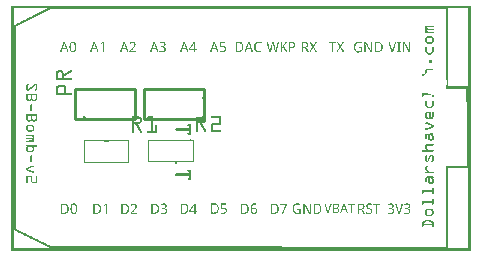
<source format=gto>
G04 MADE WITH FRITZING*
G04 WWW.FRITZING.ORG*
G04 DOUBLE SIDED*
G04 HOLES PLATED*
G04 CONTOUR ON CENTER OF CONTOUR VECTOR*
%ASAXBY*%
%FSLAX23Y23*%
%MOIN*%
%OFA0B0*%
%SFA1.0B1.0*%
%ADD10C,0.010000*%
%ADD11R,0.001000X0.001000*%
%LNSILK1*%
G90*
G70*
G54D10*
X211Y442D02*
X411Y442D01*
D02*
X411Y442D02*
X411Y542D01*
D02*
X411Y542D02*
X211Y542D01*
D02*
X211Y542D02*
X211Y442D01*
D02*
X641Y540D02*
X441Y540D01*
D02*
X441Y540D02*
X441Y440D01*
D02*
X441Y440D02*
X641Y440D01*
D02*
X641Y440D02*
X641Y540D01*
G54D11*
X0Y817D02*
X1530Y817D01*
X0Y816D02*
X1530Y816D01*
X0Y815D02*
X1530Y815D01*
X0Y814D02*
X1530Y814D01*
X0Y813D02*
X1530Y813D01*
X0Y812D02*
X1530Y812D01*
X0Y811D02*
X1530Y811D01*
X0Y810D02*
X1530Y810D01*
X0Y809D02*
X7Y809D01*
X118Y809D02*
X1454Y809D01*
X1523Y809D02*
X1530Y809D01*
X0Y808D02*
X7Y808D01*
X116Y808D02*
X903Y808D01*
X1448Y808D02*
X1454Y808D01*
X1523Y808D02*
X1530Y808D01*
X0Y807D02*
X7Y807D01*
X114Y807D02*
X241Y807D01*
X1448Y807D02*
X1454Y807D01*
X1523Y807D02*
X1530Y807D01*
X0Y806D02*
X7Y806D01*
X112Y806D02*
X126Y806D01*
X1448Y806D02*
X1454Y806D01*
X1523Y806D02*
X1530Y806D01*
X0Y805D02*
X7Y805D01*
X110Y805D02*
X124Y805D01*
X1448Y805D02*
X1454Y805D01*
X1523Y805D02*
X1530Y805D01*
X0Y804D02*
X7Y804D01*
X108Y804D02*
X122Y804D01*
X1448Y804D02*
X1454Y804D01*
X1523Y804D02*
X1530Y804D01*
X0Y803D02*
X7Y803D01*
X106Y803D02*
X120Y803D01*
X1448Y803D02*
X1454Y803D01*
X1523Y803D02*
X1530Y803D01*
X0Y802D02*
X7Y802D01*
X104Y802D02*
X118Y802D01*
X1448Y802D02*
X1454Y802D01*
X1523Y802D02*
X1530Y802D01*
X0Y801D02*
X7Y801D01*
X102Y801D02*
X117Y801D01*
X1448Y801D02*
X1454Y801D01*
X1523Y801D02*
X1530Y801D01*
X0Y800D02*
X7Y800D01*
X100Y800D02*
X115Y800D01*
X1448Y800D02*
X1454Y800D01*
X1523Y800D02*
X1530Y800D01*
X0Y799D02*
X7Y799D01*
X98Y799D02*
X113Y799D01*
X1448Y799D02*
X1454Y799D01*
X1523Y799D02*
X1530Y799D01*
X0Y798D02*
X7Y798D01*
X96Y798D02*
X111Y798D01*
X1448Y798D02*
X1454Y798D01*
X1523Y798D02*
X1530Y798D01*
X0Y797D02*
X7Y797D01*
X94Y797D02*
X109Y797D01*
X1448Y797D02*
X1454Y797D01*
X1523Y797D02*
X1530Y797D01*
X0Y796D02*
X7Y796D01*
X92Y796D02*
X107Y796D01*
X1448Y796D02*
X1454Y796D01*
X1523Y796D02*
X1530Y796D01*
X0Y795D02*
X7Y795D01*
X90Y795D02*
X105Y795D01*
X1448Y795D02*
X1454Y795D01*
X1523Y795D02*
X1530Y795D01*
X0Y794D02*
X7Y794D01*
X88Y794D02*
X103Y794D01*
X1448Y794D02*
X1454Y794D01*
X1523Y794D02*
X1530Y794D01*
X0Y793D02*
X7Y793D01*
X86Y793D02*
X101Y793D01*
X1448Y793D02*
X1454Y793D01*
X1523Y793D02*
X1530Y793D01*
X0Y792D02*
X7Y792D01*
X84Y792D02*
X99Y792D01*
X1448Y792D02*
X1454Y792D01*
X1523Y792D02*
X1530Y792D01*
X0Y791D02*
X7Y791D01*
X83Y791D02*
X97Y791D01*
X1448Y791D02*
X1454Y791D01*
X1523Y791D02*
X1530Y791D01*
X0Y790D02*
X7Y790D01*
X81Y790D02*
X95Y790D01*
X1448Y790D02*
X1454Y790D01*
X1523Y790D02*
X1530Y790D01*
X0Y789D02*
X7Y789D01*
X79Y789D02*
X93Y789D01*
X1448Y789D02*
X1454Y789D01*
X1523Y789D02*
X1530Y789D01*
X0Y788D02*
X7Y788D01*
X77Y788D02*
X91Y788D01*
X1448Y788D02*
X1454Y788D01*
X1523Y788D02*
X1530Y788D01*
X0Y787D02*
X7Y787D01*
X75Y787D02*
X89Y787D01*
X1448Y787D02*
X1454Y787D01*
X1523Y787D02*
X1530Y787D01*
X0Y786D02*
X7Y786D01*
X73Y786D02*
X87Y786D01*
X1448Y786D02*
X1454Y786D01*
X1523Y786D02*
X1530Y786D01*
X0Y785D02*
X7Y785D01*
X71Y785D02*
X85Y785D01*
X1448Y785D02*
X1454Y785D01*
X1523Y785D02*
X1530Y785D01*
X0Y784D02*
X7Y784D01*
X69Y784D02*
X83Y784D01*
X1448Y784D02*
X1454Y784D01*
X1523Y784D02*
X1530Y784D01*
X0Y783D02*
X7Y783D01*
X67Y783D02*
X81Y783D01*
X1448Y783D02*
X1454Y783D01*
X1523Y783D02*
X1530Y783D01*
X0Y782D02*
X7Y782D01*
X65Y782D02*
X79Y782D01*
X1448Y782D02*
X1454Y782D01*
X1523Y782D02*
X1530Y782D01*
X0Y781D02*
X7Y781D01*
X63Y781D02*
X77Y781D01*
X1448Y781D02*
X1454Y781D01*
X1523Y781D02*
X1530Y781D01*
X0Y780D02*
X7Y780D01*
X61Y780D02*
X75Y780D01*
X1448Y780D02*
X1454Y780D01*
X1523Y780D02*
X1530Y780D01*
X0Y779D02*
X7Y779D01*
X59Y779D02*
X73Y779D01*
X1448Y779D02*
X1454Y779D01*
X1523Y779D02*
X1530Y779D01*
X0Y778D02*
X7Y778D01*
X57Y778D02*
X71Y778D01*
X1448Y778D02*
X1454Y778D01*
X1523Y778D02*
X1530Y778D01*
X0Y777D02*
X7Y777D01*
X55Y777D02*
X69Y777D01*
X1448Y777D02*
X1454Y777D01*
X1523Y777D02*
X1530Y777D01*
X0Y776D02*
X7Y776D01*
X53Y776D02*
X67Y776D01*
X1448Y776D02*
X1454Y776D01*
X1523Y776D02*
X1530Y776D01*
X0Y775D02*
X7Y775D01*
X51Y775D02*
X65Y775D01*
X1448Y775D02*
X1454Y775D01*
X1523Y775D02*
X1530Y775D01*
X0Y774D02*
X7Y774D01*
X49Y774D02*
X63Y774D01*
X1448Y774D02*
X1454Y774D01*
X1523Y774D02*
X1530Y774D01*
X0Y773D02*
X7Y773D01*
X47Y773D02*
X61Y773D01*
X1448Y773D02*
X1454Y773D01*
X1523Y773D02*
X1530Y773D01*
X0Y772D02*
X7Y772D01*
X45Y772D02*
X59Y772D01*
X1448Y772D02*
X1454Y772D01*
X1523Y772D02*
X1530Y772D01*
X0Y771D02*
X7Y771D01*
X43Y771D02*
X57Y771D01*
X1448Y771D02*
X1454Y771D01*
X1523Y771D02*
X1530Y771D01*
X0Y770D02*
X7Y770D01*
X41Y770D02*
X56Y770D01*
X1448Y770D02*
X1454Y770D01*
X1523Y770D02*
X1530Y770D01*
X0Y769D02*
X7Y769D01*
X39Y769D02*
X54Y769D01*
X1448Y769D02*
X1454Y769D01*
X1523Y769D02*
X1530Y769D01*
X0Y768D02*
X7Y768D01*
X37Y768D02*
X52Y768D01*
X1448Y768D02*
X1454Y768D01*
X1523Y768D02*
X1530Y768D01*
X0Y767D02*
X7Y767D01*
X35Y767D02*
X50Y767D01*
X1448Y767D02*
X1454Y767D01*
X1523Y767D02*
X1530Y767D01*
X0Y766D02*
X7Y766D01*
X33Y766D02*
X48Y766D01*
X1448Y766D02*
X1454Y766D01*
X1523Y766D02*
X1530Y766D01*
X0Y765D02*
X7Y765D01*
X31Y765D02*
X46Y765D01*
X1448Y765D02*
X1454Y765D01*
X1523Y765D02*
X1530Y765D01*
X0Y764D02*
X7Y764D01*
X29Y764D02*
X44Y764D01*
X1448Y764D02*
X1454Y764D01*
X1523Y764D02*
X1530Y764D01*
X0Y763D02*
X7Y763D01*
X27Y763D02*
X42Y763D01*
X1448Y763D02*
X1454Y763D01*
X1523Y763D02*
X1530Y763D01*
X0Y762D02*
X7Y762D01*
X25Y762D02*
X40Y762D01*
X1448Y762D02*
X1454Y762D01*
X1523Y762D02*
X1530Y762D01*
X0Y761D02*
X7Y761D01*
X23Y761D02*
X38Y761D01*
X1448Y761D02*
X1454Y761D01*
X1523Y761D02*
X1530Y761D01*
X0Y760D02*
X7Y760D01*
X22Y760D02*
X36Y760D01*
X1448Y760D02*
X1454Y760D01*
X1523Y760D02*
X1530Y760D01*
X0Y759D02*
X7Y759D01*
X20Y759D02*
X34Y759D01*
X1448Y759D02*
X1454Y759D01*
X1523Y759D02*
X1530Y759D01*
X0Y758D02*
X7Y758D01*
X18Y758D02*
X32Y758D01*
X1448Y758D02*
X1454Y758D01*
X1523Y758D02*
X1530Y758D01*
X0Y757D02*
X7Y757D01*
X16Y757D02*
X30Y757D01*
X1448Y757D02*
X1454Y757D01*
X1523Y757D02*
X1530Y757D01*
X0Y756D02*
X7Y756D01*
X14Y756D02*
X28Y756D01*
X1448Y756D02*
X1454Y756D01*
X1523Y756D02*
X1530Y756D01*
X0Y755D02*
X7Y755D01*
X12Y755D02*
X26Y755D01*
X1448Y755D02*
X1454Y755D01*
X1523Y755D02*
X1530Y755D01*
X0Y754D02*
X7Y754D01*
X10Y754D02*
X24Y754D01*
X1448Y754D02*
X1454Y754D01*
X1523Y754D02*
X1530Y754D01*
X0Y753D02*
X7Y753D01*
X9Y753D02*
X22Y753D01*
X1448Y753D02*
X1454Y753D01*
X1523Y753D02*
X1530Y753D01*
X0Y752D02*
X7Y752D01*
X9Y752D02*
X20Y752D01*
X1384Y752D02*
X1406Y752D01*
X1448Y752D02*
X1454Y752D01*
X1523Y752D02*
X1530Y752D01*
X0Y751D02*
X7Y751D01*
X9Y751D02*
X18Y751D01*
X1382Y751D02*
X1406Y751D01*
X1448Y751D02*
X1454Y751D01*
X1523Y751D02*
X1530Y751D01*
X0Y750D02*
X7Y750D01*
X9Y750D02*
X16Y750D01*
X1381Y750D02*
X1406Y750D01*
X1448Y750D02*
X1454Y750D01*
X1523Y750D02*
X1530Y750D01*
X0Y749D02*
X7Y749D01*
X9Y749D02*
X15Y749D01*
X1380Y749D02*
X1406Y749D01*
X1448Y749D02*
X1454Y749D01*
X1523Y749D02*
X1530Y749D01*
X0Y748D02*
X7Y748D01*
X9Y748D02*
X15Y748D01*
X1380Y748D02*
X1405Y748D01*
X1448Y748D02*
X1454Y748D01*
X1523Y748D02*
X1530Y748D01*
X0Y747D02*
X7Y747D01*
X9Y747D02*
X15Y747D01*
X1379Y747D02*
X1384Y747D01*
X1448Y747D02*
X1454Y747D01*
X1523Y747D02*
X1530Y747D01*
X0Y746D02*
X7Y746D01*
X9Y746D02*
X15Y746D01*
X1379Y746D02*
X1383Y746D01*
X1448Y746D02*
X1454Y746D01*
X1523Y746D02*
X1530Y746D01*
X0Y745D02*
X7Y745D01*
X9Y745D02*
X15Y745D01*
X1379Y745D02*
X1384Y745D01*
X1448Y745D02*
X1454Y745D01*
X1523Y745D02*
X1530Y745D01*
X0Y744D02*
X7Y744D01*
X9Y744D02*
X15Y744D01*
X1380Y744D02*
X1385Y744D01*
X1448Y744D02*
X1454Y744D01*
X1523Y744D02*
X1530Y744D01*
X0Y743D02*
X7Y743D01*
X9Y743D02*
X15Y743D01*
X1380Y743D02*
X1386Y743D01*
X1448Y743D02*
X1454Y743D01*
X1523Y743D02*
X1530Y743D01*
X0Y742D02*
X7Y742D01*
X9Y742D02*
X15Y742D01*
X1381Y742D02*
X1405Y742D01*
X1448Y742D02*
X1454Y742D01*
X1523Y742D02*
X1530Y742D01*
X0Y741D02*
X7Y741D01*
X9Y741D02*
X15Y741D01*
X1381Y741D02*
X1406Y741D01*
X1448Y741D02*
X1454Y741D01*
X1523Y741D02*
X1530Y741D01*
X0Y740D02*
X7Y740D01*
X9Y740D02*
X15Y740D01*
X1380Y740D02*
X1406Y740D01*
X1448Y740D02*
X1454Y740D01*
X1523Y740D02*
X1530Y740D01*
X0Y739D02*
X7Y739D01*
X9Y739D02*
X15Y739D01*
X1380Y739D02*
X1406Y739D01*
X1448Y739D02*
X1454Y739D01*
X1523Y739D02*
X1530Y739D01*
X0Y738D02*
X7Y738D01*
X9Y738D02*
X15Y738D01*
X1379Y738D02*
X1405Y738D01*
X1448Y738D02*
X1454Y738D01*
X1523Y738D02*
X1530Y738D01*
X0Y737D02*
X7Y737D01*
X9Y737D02*
X15Y737D01*
X1379Y737D02*
X1383Y737D01*
X1448Y737D02*
X1454Y737D01*
X1523Y737D02*
X1530Y737D01*
X0Y736D02*
X7Y736D01*
X9Y736D02*
X15Y736D01*
X1379Y736D02*
X1383Y736D01*
X1448Y736D02*
X1454Y736D01*
X1523Y736D02*
X1530Y736D01*
X0Y735D02*
X7Y735D01*
X9Y735D02*
X15Y735D01*
X1379Y735D02*
X1384Y735D01*
X1448Y735D02*
X1454Y735D01*
X1523Y735D02*
X1530Y735D01*
X0Y734D02*
X7Y734D01*
X9Y734D02*
X15Y734D01*
X1380Y734D02*
X1385Y734D01*
X1448Y734D02*
X1454Y734D01*
X1523Y734D02*
X1530Y734D01*
X0Y733D02*
X7Y733D01*
X9Y733D02*
X15Y733D01*
X1380Y733D02*
X1386Y733D01*
X1448Y733D02*
X1454Y733D01*
X1523Y733D02*
X1530Y733D01*
X0Y732D02*
X7Y732D01*
X9Y732D02*
X15Y732D01*
X1380Y732D02*
X1405Y732D01*
X1448Y732D02*
X1454Y732D01*
X1523Y732D02*
X1530Y732D01*
X0Y731D02*
X7Y731D01*
X9Y731D02*
X15Y731D01*
X1379Y731D02*
X1406Y731D01*
X1448Y731D02*
X1454Y731D01*
X1523Y731D02*
X1530Y731D01*
X0Y730D02*
X7Y730D01*
X9Y730D02*
X15Y730D01*
X1379Y730D02*
X1406Y730D01*
X1448Y730D02*
X1454Y730D01*
X1523Y730D02*
X1530Y730D01*
X0Y729D02*
X7Y729D01*
X9Y729D02*
X15Y729D01*
X1379Y729D02*
X1406Y729D01*
X1448Y729D02*
X1454Y729D01*
X1523Y729D02*
X1530Y729D01*
X0Y728D02*
X7Y728D01*
X9Y728D02*
X15Y728D01*
X1380Y728D02*
X1405Y728D01*
X1448Y728D02*
X1454Y728D01*
X1523Y728D02*
X1530Y728D01*
X0Y727D02*
X7Y727D01*
X9Y727D02*
X15Y727D01*
X1448Y727D02*
X1454Y727D01*
X1523Y727D02*
X1530Y727D01*
X0Y726D02*
X7Y726D01*
X9Y726D02*
X15Y726D01*
X1448Y726D02*
X1454Y726D01*
X1523Y726D02*
X1530Y726D01*
X0Y725D02*
X7Y725D01*
X9Y725D02*
X15Y725D01*
X1448Y725D02*
X1454Y725D01*
X1523Y725D02*
X1530Y725D01*
X0Y724D02*
X7Y724D01*
X9Y724D02*
X15Y724D01*
X1448Y724D02*
X1454Y724D01*
X1523Y724D02*
X1530Y724D01*
X0Y723D02*
X7Y723D01*
X9Y723D02*
X15Y723D01*
X1448Y723D02*
X1454Y723D01*
X1523Y723D02*
X1530Y723D01*
X0Y722D02*
X7Y722D01*
X9Y722D02*
X15Y722D01*
X1448Y722D02*
X1454Y722D01*
X1523Y722D02*
X1530Y722D01*
X0Y721D02*
X7Y721D01*
X9Y721D02*
X15Y721D01*
X1448Y721D02*
X1454Y721D01*
X1523Y721D02*
X1530Y721D01*
X0Y720D02*
X7Y720D01*
X9Y720D02*
X15Y720D01*
X1448Y720D02*
X1454Y720D01*
X1523Y720D02*
X1530Y720D01*
X0Y719D02*
X7Y719D01*
X9Y719D02*
X15Y719D01*
X1448Y719D02*
X1454Y719D01*
X1523Y719D02*
X1530Y719D01*
X0Y718D02*
X7Y718D01*
X9Y718D02*
X15Y718D01*
X1448Y718D02*
X1454Y718D01*
X1523Y718D02*
X1530Y718D01*
X0Y717D02*
X7Y717D01*
X9Y717D02*
X15Y717D01*
X1448Y717D02*
X1454Y717D01*
X1523Y717D02*
X1530Y717D01*
X0Y716D02*
X7Y716D01*
X9Y716D02*
X15Y716D01*
X1385Y716D02*
X1400Y716D01*
X1448Y716D02*
X1454Y716D01*
X1523Y716D02*
X1530Y716D01*
X0Y715D02*
X7Y715D01*
X9Y715D02*
X15Y715D01*
X1384Y715D02*
X1402Y715D01*
X1448Y715D02*
X1454Y715D01*
X1523Y715D02*
X1530Y715D01*
X0Y714D02*
X7Y714D01*
X9Y714D02*
X15Y714D01*
X1382Y714D02*
X1403Y714D01*
X1448Y714D02*
X1454Y714D01*
X1523Y714D02*
X1530Y714D01*
X0Y713D02*
X7Y713D01*
X9Y713D02*
X15Y713D01*
X1382Y713D02*
X1404Y713D01*
X1448Y713D02*
X1454Y713D01*
X1523Y713D02*
X1530Y713D01*
X0Y712D02*
X7Y712D01*
X9Y712D02*
X15Y712D01*
X1381Y712D02*
X1405Y712D01*
X1448Y712D02*
X1454Y712D01*
X1523Y712D02*
X1530Y712D01*
X0Y711D02*
X7Y711D01*
X9Y711D02*
X15Y711D01*
X1380Y711D02*
X1386Y711D01*
X1400Y711D02*
X1405Y711D01*
X1448Y711D02*
X1454Y711D01*
X1523Y711D02*
X1530Y711D01*
X0Y710D02*
X7Y710D01*
X9Y710D02*
X15Y710D01*
X1380Y710D02*
X1384Y710D01*
X1401Y710D02*
X1406Y710D01*
X1448Y710D02*
X1454Y710D01*
X1523Y710D02*
X1530Y710D01*
X0Y709D02*
X7Y709D01*
X9Y709D02*
X15Y709D01*
X1379Y709D02*
X1384Y709D01*
X1402Y709D02*
X1406Y709D01*
X1448Y709D02*
X1454Y709D01*
X1523Y709D02*
X1530Y709D01*
X0Y708D02*
X7Y708D01*
X9Y708D02*
X15Y708D01*
X1379Y708D02*
X1383Y708D01*
X1402Y708D02*
X1406Y708D01*
X1448Y708D02*
X1454Y708D01*
X1523Y708D02*
X1530Y708D01*
X0Y707D02*
X7Y707D01*
X9Y707D02*
X15Y707D01*
X1379Y707D02*
X1383Y707D01*
X1402Y707D02*
X1406Y707D01*
X1448Y707D02*
X1454Y707D01*
X1523Y707D02*
X1530Y707D01*
X0Y706D02*
X7Y706D01*
X9Y706D02*
X15Y706D01*
X1379Y706D02*
X1383Y706D01*
X1402Y706D02*
X1406Y706D01*
X1448Y706D02*
X1454Y706D01*
X1523Y706D02*
X1530Y706D01*
X0Y705D02*
X7Y705D01*
X9Y705D02*
X15Y705D01*
X1379Y705D02*
X1383Y705D01*
X1402Y705D02*
X1406Y705D01*
X1448Y705D02*
X1454Y705D01*
X1523Y705D02*
X1530Y705D01*
X0Y704D02*
X7Y704D01*
X9Y704D02*
X15Y704D01*
X1379Y704D02*
X1383Y704D01*
X1402Y704D02*
X1406Y704D01*
X1448Y704D02*
X1454Y704D01*
X1523Y704D02*
X1530Y704D01*
X0Y703D02*
X7Y703D01*
X9Y703D02*
X15Y703D01*
X1379Y703D02*
X1383Y703D01*
X1402Y703D02*
X1406Y703D01*
X1448Y703D02*
X1454Y703D01*
X1523Y703D02*
X1530Y703D01*
X0Y702D02*
X7Y702D01*
X9Y702D02*
X15Y702D01*
X1379Y702D02*
X1383Y702D01*
X1402Y702D02*
X1406Y702D01*
X1448Y702D02*
X1454Y702D01*
X1523Y702D02*
X1530Y702D01*
X0Y701D02*
X7Y701D01*
X9Y701D02*
X15Y701D01*
X1379Y701D02*
X1383Y701D01*
X1402Y701D02*
X1406Y701D01*
X1448Y701D02*
X1454Y701D01*
X1523Y701D02*
X1530Y701D01*
X0Y700D02*
X7Y700D01*
X9Y700D02*
X15Y700D01*
X1379Y700D02*
X1383Y700D01*
X1402Y700D02*
X1406Y700D01*
X1448Y700D02*
X1454Y700D01*
X1523Y700D02*
X1530Y700D01*
X0Y699D02*
X7Y699D01*
X9Y699D02*
X15Y699D01*
X1379Y699D02*
X1384Y699D01*
X1401Y699D02*
X1406Y699D01*
X1448Y699D02*
X1454Y699D01*
X1523Y699D02*
X1530Y699D01*
X0Y698D02*
X7Y698D01*
X9Y698D02*
X15Y698D01*
X174Y698D02*
X177Y698D01*
X201Y698D02*
X207Y698D01*
X274Y698D02*
X277Y698D01*
X304Y698D02*
X307Y698D01*
X374Y698D02*
X377Y698D01*
X400Y698D02*
X408Y698D01*
X474Y698D02*
X477Y698D01*
X499Y698D02*
X508Y698D01*
X574Y698D02*
X577Y698D01*
X607Y698D02*
X611Y698D01*
X674Y698D02*
X677Y698D01*
X696Y698D02*
X712Y698D01*
X748Y698D02*
X759Y698D01*
X789Y698D02*
X792Y698D01*
X820Y698D02*
X830Y698D01*
X850Y698D02*
X854Y698D01*
X869Y698D02*
X873Y698D01*
X887Y698D02*
X891Y698D01*
X897Y698D02*
X901Y698D01*
X915Y698D02*
X919Y698D01*
X925Y698D02*
X937Y698D01*
X969Y698D02*
X980Y698D01*
X993Y698D02*
X997Y698D01*
X1014Y698D02*
X1017Y698D01*
X1058Y698D02*
X1081Y698D01*
X1084Y698D02*
X1087Y698D01*
X1104Y698D02*
X1108Y698D01*
X1152Y698D02*
X1163Y698D01*
X1176Y698D02*
X1181Y698D01*
X1198Y698D02*
X1201Y698D01*
X1212Y698D02*
X1223Y698D01*
X1256Y698D02*
X1259Y698D01*
X1279Y698D02*
X1282Y698D01*
X1285Y698D02*
X1297Y698D01*
X1304Y698D02*
X1309Y698D01*
X1326Y698D02*
X1329Y698D01*
X1380Y698D02*
X1385Y698D01*
X1400Y698D02*
X1406Y698D01*
X1448Y698D02*
X1454Y698D01*
X1523Y698D02*
X1530Y698D01*
X0Y697D02*
X7Y697D01*
X9Y697D02*
X15Y697D01*
X174Y697D02*
X178Y697D01*
X199Y697D02*
X209Y697D01*
X274Y697D02*
X278Y697D01*
X302Y697D02*
X307Y697D01*
X374Y697D02*
X378Y697D01*
X397Y697D02*
X409Y697D01*
X474Y697D02*
X478Y697D01*
X496Y697D02*
X509Y697D01*
X574Y697D02*
X578Y697D01*
X606Y697D02*
X611Y697D01*
X673Y697D02*
X678Y697D01*
X696Y697D02*
X712Y697D01*
X748Y697D02*
X764Y697D01*
X788Y697D02*
X793Y697D01*
X817Y697D02*
X832Y697D01*
X850Y697D02*
X854Y697D01*
X869Y697D02*
X873Y697D01*
X887Y697D02*
X891Y697D01*
X897Y697D02*
X901Y697D01*
X914Y697D02*
X918Y697D01*
X925Y697D02*
X940Y697D01*
X969Y697D02*
X983Y697D01*
X994Y697D02*
X998Y697D01*
X1013Y697D02*
X1016Y697D01*
X1058Y697D02*
X1081Y697D01*
X1085Y697D02*
X1088Y697D01*
X1103Y697D02*
X1107Y697D01*
X1150Y697D02*
X1165Y697D01*
X1176Y697D02*
X1182Y697D01*
X1198Y697D02*
X1201Y697D01*
X1212Y697D02*
X1228Y697D01*
X1256Y697D02*
X1259Y697D01*
X1278Y697D02*
X1281Y697D01*
X1285Y697D02*
X1297Y697D01*
X1304Y697D02*
X1310Y697D01*
X1326Y697D02*
X1329Y697D01*
X1380Y697D02*
X1386Y697D01*
X1399Y697D02*
X1405Y697D01*
X1448Y697D02*
X1454Y697D01*
X1523Y697D02*
X1530Y697D01*
X0Y696D02*
X7Y696D01*
X9Y696D02*
X15Y696D01*
X173Y696D02*
X178Y696D01*
X198Y696D02*
X210Y696D01*
X273Y696D02*
X278Y696D01*
X301Y696D02*
X307Y696D01*
X373Y696D02*
X378Y696D01*
X396Y696D02*
X410Y696D01*
X473Y696D02*
X478Y696D01*
X494Y696D02*
X510Y696D01*
X573Y696D02*
X578Y696D01*
X605Y696D02*
X611Y696D01*
X673Y696D02*
X678Y696D01*
X696Y696D02*
X712Y696D01*
X748Y696D02*
X766Y696D01*
X788Y696D02*
X793Y696D01*
X815Y696D02*
X833Y696D01*
X851Y696D02*
X855Y696D01*
X868Y696D02*
X874Y696D01*
X887Y696D02*
X890Y696D01*
X897Y696D02*
X901Y696D01*
X913Y696D02*
X917Y696D01*
X925Y696D02*
X941Y696D01*
X969Y696D02*
X984Y696D01*
X994Y696D02*
X998Y696D01*
X1012Y696D02*
X1016Y696D01*
X1058Y696D02*
X1081Y696D01*
X1085Y696D02*
X1088Y696D01*
X1102Y696D02*
X1106Y696D01*
X1148Y696D02*
X1167Y696D01*
X1176Y696D02*
X1182Y696D01*
X1198Y696D02*
X1201Y696D01*
X1212Y696D02*
X1229Y696D01*
X1257Y696D02*
X1260Y696D01*
X1278Y696D02*
X1281Y696D01*
X1285Y696D02*
X1297Y696D01*
X1304Y696D02*
X1310Y696D01*
X1326Y696D02*
X1329Y696D01*
X1381Y696D02*
X1404Y696D01*
X1448Y696D02*
X1454Y696D01*
X1523Y696D02*
X1530Y696D01*
X0Y695D02*
X7Y695D01*
X9Y695D02*
X15Y695D01*
X173Y695D02*
X178Y695D01*
X197Y695D02*
X202Y695D01*
X206Y695D02*
X212Y695D01*
X273Y695D02*
X278Y695D01*
X300Y695D02*
X307Y695D01*
X373Y695D02*
X378Y695D01*
X394Y695D02*
X401Y695D01*
X405Y695D02*
X411Y695D01*
X473Y695D02*
X478Y695D01*
X493Y695D02*
X500Y695D01*
X504Y695D02*
X511Y695D01*
X573Y695D02*
X578Y695D01*
X605Y695D02*
X611Y695D01*
X673Y695D02*
X678Y695D01*
X696Y695D02*
X712Y695D01*
X748Y695D02*
X767Y695D01*
X788Y695D02*
X793Y695D01*
X814Y695D02*
X832Y695D01*
X851Y695D02*
X855Y695D01*
X868Y695D02*
X874Y695D01*
X886Y695D02*
X890Y695D01*
X897Y695D02*
X901Y695D01*
X913Y695D02*
X916Y695D01*
X925Y695D02*
X942Y695D01*
X969Y695D02*
X985Y695D01*
X995Y695D02*
X999Y695D01*
X1012Y695D02*
X1015Y695D01*
X1058Y695D02*
X1081Y695D01*
X1086Y695D02*
X1089Y695D01*
X1102Y695D02*
X1106Y695D01*
X1147Y695D02*
X1166Y695D01*
X1176Y695D02*
X1183Y695D01*
X1198Y695D02*
X1201Y695D01*
X1212Y695D02*
X1231Y695D01*
X1257Y695D02*
X1260Y695D01*
X1278Y695D02*
X1281Y695D01*
X1289Y695D02*
X1293Y695D01*
X1304Y695D02*
X1311Y695D01*
X1326Y695D02*
X1329Y695D01*
X1382Y695D02*
X1403Y695D01*
X1448Y695D02*
X1454Y695D01*
X1523Y695D02*
X1530Y695D01*
X0Y694D02*
X7Y694D01*
X9Y694D02*
X15Y694D01*
X173Y694D02*
X179Y694D01*
X196Y694D02*
X200Y694D01*
X208Y694D02*
X212Y694D01*
X272Y694D02*
X279Y694D01*
X298Y694D02*
X307Y694D01*
X372Y694D02*
X379Y694D01*
X394Y694D02*
X398Y694D01*
X407Y694D02*
X412Y694D01*
X472Y694D02*
X479Y694D01*
X494Y694D02*
X497Y694D01*
X507Y694D02*
X512Y694D01*
X572Y694D02*
X579Y694D01*
X604Y694D02*
X611Y694D01*
X672Y694D02*
X679Y694D01*
X696Y694D02*
X699Y694D01*
X748Y694D02*
X751Y694D01*
X760Y694D02*
X768Y694D01*
X787Y694D02*
X794Y694D01*
X813Y694D02*
X820Y694D01*
X830Y694D02*
X831Y694D01*
X851Y694D02*
X855Y694D01*
X868Y694D02*
X874Y694D01*
X886Y694D02*
X890Y694D01*
X897Y694D02*
X901Y694D01*
X912Y694D02*
X915Y694D01*
X925Y694D02*
X929Y694D01*
X936Y694D02*
X943Y694D01*
X969Y694D02*
X972Y694D01*
X981Y694D02*
X986Y694D01*
X996Y694D02*
X1000Y694D01*
X1011Y694D02*
X1014Y694D01*
X1068Y694D02*
X1071Y694D01*
X1087Y694D02*
X1090Y694D01*
X1101Y694D02*
X1105Y694D01*
X1146Y694D02*
X1153Y694D01*
X1162Y694D02*
X1166Y694D01*
X1176Y694D02*
X1183Y694D01*
X1198Y694D02*
X1201Y694D01*
X1212Y694D02*
X1215Y694D01*
X1224Y694D02*
X1231Y694D01*
X1257Y694D02*
X1260Y694D01*
X1277Y694D02*
X1280Y694D01*
X1289Y694D02*
X1293Y694D01*
X1304Y694D02*
X1311Y694D01*
X1326Y694D02*
X1329Y694D01*
X1383Y694D02*
X1403Y694D01*
X1448Y694D02*
X1454Y694D01*
X1523Y694D02*
X1530Y694D01*
X0Y693D02*
X7Y693D01*
X9Y693D02*
X15Y693D01*
X172Y693D02*
X179Y693D01*
X195Y693D02*
X199Y693D01*
X209Y693D02*
X213Y693D01*
X272Y693D02*
X279Y693D01*
X297Y693D02*
X302Y693D01*
X304Y693D02*
X307Y693D01*
X372Y693D02*
X379Y693D01*
X395Y693D02*
X397Y693D01*
X408Y693D02*
X412Y693D01*
X472Y693D02*
X479Y693D01*
X495Y693D02*
X495Y693D01*
X508Y693D02*
X512Y693D01*
X572Y693D02*
X579Y693D01*
X604Y693D02*
X606Y693D01*
X608Y693D02*
X611Y693D01*
X672Y693D02*
X679Y693D01*
X696Y693D02*
X699Y693D01*
X748Y693D02*
X751Y693D01*
X763Y693D02*
X768Y693D01*
X787Y693D02*
X794Y693D01*
X813Y693D02*
X818Y693D01*
X851Y693D02*
X855Y693D01*
X868Y693D02*
X874Y693D01*
X886Y693D02*
X890Y693D01*
X897Y693D02*
X901Y693D01*
X911Y693D02*
X915Y693D01*
X925Y693D02*
X929Y693D01*
X939Y693D02*
X944Y693D01*
X969Y693D02*
X972Y693D01*
X983Y693D02*
X987Y693D01*
X996Y693D02*
X1000Y693D01*
X1011Y693D02*
X1014Y693D01*
X1068Y693D02*
X1071Y693D01*
X1087Y693D02*
X1090Y693D01*
X1101Y693D02*
X1105Y693D01*
X1145Y693D02*
X1150Y693D01*
X1165Y693D02*
X1165Y693D01*
X1176Y693D02*
X1184Y693D01*
X1198Y693D02*
X1201Y693D01*
X1212Y693D02*
X1215Y693D01*
X1227Y693D02*
X1232Y693D01*
X1258Y693D02*
X1261Y693D01*
X1277Y693D02*
X1280Y693D01*
X1289Y693D02*
X1293Y693D01*
X1304Y693D02*
X1312Y693D01*
X1326Y693D02*
X1329Y693D01*
X1384Y693D02*
X1401Y693D01*
X1448Y693D02*
X1454Y693D01*
X1523Y693D02*
X1530Y693D01*
X0Y692D02*
X7Y692D01*
X9Y692D02*
X15Y692D01*
X172Y692D02*
X175Y692D01*
X177Y692D02*
X180Y692D01*
X195Y692D02*
X199Y692D01*
X210Y692D02*
X213Y692D01*
X272Y692D02*
X275Y692D01*
X277Y692D02*
X280Y692D01*
X296Y692D02*
X301Y692D01*
X304Y692D02*
X307Y692D01*
X372Y692D02*
X375Y692D01*
X377Y692D02*
X379Y692D01*
X396Y692D02*
X396Y692D01*
X409Y692D02*
X412Y692D01*
X472Y692D02*
X475Y692D01*
X477Y692D02*
X479Y692D01*
X509Y692D02*
X513Y692D01*
X572Y692D02*
X575Y692D01*
X577Y692D02*
X579Y692D01*
X603Y692D02*
X606Y692D01*
X608Y692D02*
X611Y692D01*
X672Y692D02*
X675Y692D01*
X677Y692D02*
X679Y692D01*
X696Y692D02*
X699Y692D01*
X748Y692D02*
X751Y692D01*
X765Y692D02*
X769Y692D01*
X787Y692D02*
X794Y692D01*
X812Y692D02*
X817Y692D01*
X852Y692D02*
X856Y692D01*
X867Y692D02*
X875Y692D01*
X886Y692D02*
X889Y692D01*
X897Y692D02*
X901Y692D01*
X910Y692D02*
X914Y692D01*
X925Y692D02*
X929Y692D01*
X940Y692D02*
X945Y692D01*
X969Y692D02*
X972Y692D01*
X984Y692D02*
X987Y692D01*
X997Y692D02*
X1001Y692D01*
X1010Y692D02*
X1013Y692D01*
X1068Y692D02*
X1071Y692D01*
X1088Y692D02*
X1091Y692D01*
X1100Y692D02*
X1104Y692D01*
X1144Y692D02*
X1149Y692D01*
X1176Y692D02*
X1184Y692D01*
X1198Y692D02*
X1201Y692D01*
X1212Y692D02*
X1215Y692D01*
X1229Y692D02*
X1233Y692D01*
X1258Y692D02*
X1261Y692D01*
X1277Y692D02*
X1280Y692D01*
X1289Y692D02*
X1293Y692D01*
X1304Y692D02*
X1307Y692D01*
X1309Y692D02*
X1312Y692D01*
X1326Y692D02*
X1329Y692D01*
X1387Y692D02*
X1399Y692D01*
X1448Y692D02*
X1454Y692D01*
X1523Y692D02*
X1530Y692D01*
X0Y691D02*
X7Y691D01*
X9Y691D02*
X15Y691D01*
X171Y691D02*
X175Y691D01*
X177Y691D02*
X180Y691D01*
X195Y691D02*
X198Y691D01*
X210Y691D02*
X213Y691D01*
X271Y691D02*
X275Y691D01*
X277Y691D02*
X280Y691D01*
X295Y691D02*
X300Y691D01*
X304Y691D02*
X307Y691D01*
X371Y691D02*
X375Y691D01*
X377Y691D02*
X380Y691D01*
X409Y691D02*
X413Y691D01*
X471Y691D02*
X475Y691D01*
X477Y691D02*
X480Y691D01*
X509Y691D02*
X513Y691D01*
X571Y691D02*
X575Y691D01*
X577Y691D02*
X580Y691D01*
X602Y691D02*
X605Y691D01*
X608Y691D02*
X611Y691D01*
X671Y691D02*
X675Y691D01*
X677Y691D02*
X680Y691D01*
X696Y691D02*
X699Y691D01*
X748Y691D02*
X751Y691D01*
X766Y691D02*
X770Y691D01*
X786Y691D02*
X789Y691D01*
X792Y691D02*
X795Y691D01*
X811Y691D02*
X816Y691D01*
X852Y691D02*
X856Y691D01*
X867Y691D02*
X870Y691D01*
X872Y691D02*
X875Y691D01*
X886Y691D02*
X889Y691D01*
X897Y691D02*
X901Y691D01*
X910Y691D02*
X913Y691D01*
X925Y691D02*
X929Y691D01*
X941Y691D02*
X945Y691D01*
X969Y691D02*
X972Y691D01*
X984Y691D02*
X988Y691D01*
X997Y691D02*
X1002Y691D01*
X1009Y691D02*
X1013Y691D01*
X1068Y691D02*
X1071Y691D01*
X1088Y691D02*
X1091Y691D01*
X1099Y691D02*
X1104Y691D01*
X1143Y691D02*
X1148Y691D01*
X1176Y691D02*
X1179Y691D01*
X1181Y691D02*
X1185Y691D01*
X1198Y691D02*
X1201Y691D01*
X1212Y691D02*
X1215Y691D01*
X1230Y691D02*
X1234Y691D01*
X1258Y691D02*
X1261Y691D01*
X1276Y691D02*
X1280Y691D01*
X1289Y691D02*
X1293Y691D01*
X1304Y691D02*
X1307Y691D01*
X1310Y691D02*
X1313Y691D01*
X1326Y691D02*
X1329Y691D01*
X1448Y691D02*
X1454Y691D01*
X1523Y691D02*
X1530Y691D01*
X0Y690D02*
X7Y690D01*
X9Y690D02*
X15Y690D01*
X171Y690D02*
X174Y690D01*
X177Y690D02*
X180Y690D01*
X194Y690D02*
X198Y690D01*
X210Y690D02*
X214Y690D01*
X271Y690D02*
X274Y690D01*
X277Y690D02*
X280Y690D01*
X296Y690D02*
X298Y690D01*
X304Y690D02*
X307Y690D01*
X371Y690D02*
X374Y690D01*
X377Y690D02*
X380Y690D01*
X409Y690D02*
X413Y690D01*
X471Y690D02*
X474Y690D01*
X477Y690D02*
X480Y690D01*
X509Y690D02*
X513Y690D01*
X571Y690D02*
X574Y690D01*
X577Y690D02*
X580Y690D01*
X602Y690D02*
X605Y690D01*
X608Y690D02*
X611Y690D01*
X671Y690D02*
X674Y690D01*
X677Y690D02*
X680Y690D01*
X696Y690D02*
X699Y690D01*
X748Y690D02*
X751Y690D01*
X767Y690D02*
X770Y690D01*
X786Y690D02*
X789Y690D01*
X792Y690D02*
X795Y690D01*
X811Y690D02*
X815Y690D01*
X852Y690D02*
X856Y690D01*
X867Y690D02*
X870Y690D01*
X872Y690D02*
X875Y690D01*
X885Y690D02*
X889Y690D01*
X897Y690D02*
X901Y690D01*
X909Y690D02*
X912Y690D01*
X925Y690D02*
X929Y690D01*
X942Y690D02*
X945Y690D01*
X969Y690D02*
X972Y690D01*
X985Y690D02*
X988Y690D01*
X998Y690D02*
X1002Y690D01*
X1009Y690D02*
X1012Y690D01*
X1068Y690D02*
X1071Y690D01*
X1089Y690D02*
X1092Y690D01*
X1099Y690D02*
X1103Y690D01*
X1143Y690D02*
X1147Y690D01*
X1176Y690D02*
X1179Y690D01*
X1181Y690D02*
X1186Y690D01*
X1198Y690D02*
X1201Y690D01*
X1212Y690D02*
X1215Y690D01*
X1231Y690D02*
X1234Y690D01*
X1259Y690D02*
X1262Y690D01*
X1276Y690D02*
X1279Y690D01*
X1289Y690D02*
X1293Y690D01*
X1304Y690D02*
X1307Y690D01*
X1310Y690D02*
X1314Y690D01*
X1326Y690D02*
X1329Y690D01*
X1448Y690D02*
X1454Y690D01*
X1523Y690D02*
X1530Y690D01*
X0Y689D02*
X7Y689D01*
X9Y689D02*
X15Y689D01*
X171Y689D02*
X174Y689D01*
X178Y689D02*
X181Y689D01*
X194Y689D02*
X198Y689D01*
X210Y689D02*
X214Y689D01*
X271Y689D02*
X274Y689D01*
X278Y689D02*
X281Y689D01*
X297Y689D02*
X297Y689D01*
X304Y689D02*
X307Y689D01*
X371Y689D02*
X374Y689D01*
X378Y689D02*
X381Y689D01*
X409Y689D02*
X413Y689D01*
X471Y689D02*
X474Y689D01*
X477Y689D02*
X481Y689D01*
X509Y689D02*
X513Y689D01*
X571Y689D02*
X574Y689D01*
X577Y689D02*
X581Y689D01*
X601Y689D02*
X605Y689D01*
X608Y689D02*
X611Y689D01*
X671Y689D02*
X674Y689D01*
X677Y689D02*
X681Y689D01*
X695Y689D02*
X698Y689D01*
X748Y689D02*
X751Y689D01*
X767Y689D02*
X771Y689D01*
X785Y689D02*
X789Y689D01*
X792Y689D02*
X796Y689D01*
X810Y689D02*
X815Y689D01*
X852Y689D02*
X856Y689D01*
X867Y689D02*
X869Y689D01*
X872Y689D02*
X875Y689D01*
X885Y689D02*
X889Y689D01*
X897Y689D02*
X901Y689D01*
X908Y689D02*
X911Y689D01*
X925Y689D02*
X929Y689D01*
X942Y689D02*
X945Y689D01*
X969Y689D02*
X972Y689D01*
X985Y689D02*
X988Y689D01*
X998Y689D02*
X1003Y689D01*
X1008Y689D02*
X1011Y689D01*
X1068Y689D02*
X1071Y689D01*
X1089Y689D02*
X1093Y689D01*
X1098Y689D02*
X1102Y689D01*
X1142Y689D02*
X1147Y689D01*
X1176Y689D02*
X1179Y689D01*
X1182Y689D02*
X1186Y689D01*
X1198Y689D02*
X1201Y689D01*
X1212Y689D02*
X1215Y689D01*
X1231Y689D02*
X1235Y689D01*
X1259Y689D02*
X1262Y689D01*
X1276Y689D02*
X1279Y689D01*
X1289Y689D02*
X1293Y689D01*
X1304Y689D02*
X1308Y689D01*
X1311Y689D02*
X1314Y689D01*
X1326Y689D02*
X1329Y689D01*
X1448Y689D02*
X1454Y689D01*
X1523Y689D02*
X1530Y689D01*
X0Y688D02*
X7Y688D01*
X9Y688D02*
X15Y688D01*
X170Y688D02*
X174Y688D01*
X178Y688D02*
X181Y688D01*
X194Y688D02*
X197Y688D01*
X211Y688D02*
X214Y688D01*
X270Y688D02*
X274Y688D01*
X278Y688D02*
X281Y688D01*
X304Y688D02*
X307Y688D01*
X370Y688D02*
X374Y688D01*
X378Y688D02*
X381Y688D01*
X409Y688D02*
X413Y688D01*
X470Y688D02*
X474Y688D01*
X478Y688D02*
X481Y688D01*
X509Y688D02*
X513Y688D01*
X570Y688D02*
X574Y688D01*
X578Y688D02*
X581Y688D01*
X600Y688D02*
X604Y688D01*
X608Y688D02*
X611Y688D01*
X670Y688D02*
X674Y688D01*
X678Y688D02*
X681Y688D01*
X695Y688D02*
X698Y688D01*
X748Y688D02*
X751Y688D01*
X768Y688D02*
X771Y688D01*
X785Y688D02*
X789Y688D01*
X793Y688D02*
X796Y688D01*
X810Y688D02*
X814Y688D01*
X853Y688D02*
X856Y688D01*
X866Y688D02*
X869Y688D01*
X872Y688D02*
X875Y688D01*
X885Y688D02*
X888Y688D01*
X897Y688D02*
X901Y688D01*
X908Y688D02*
X911Y688D01*
X925Y688D02*
X929Y688D01*
X942Y688D02*
X945Y688D01*
X969Y688D02*
X972Y688D01*
X985Y688D02*
X988Y688D01*
X999Y688D02*
X1003Y688D01*
X1008Y688D02*
X1011Y688D01*
X1068Y688D02*
X1071Y688D01*
X1090Y688D02*
X1093Y688D01*
X1097Y688D02*
X1102Y688D01*
X1142Y688D02*
X1146Y688D01*
X1176Y688D02*
X1180Y688D01*
X1182Y688D02*
X1187Y688D01*
X1198Y688D02*
X1201Y688D01*
X1212Y688D02*
X1215Y688D01*
X1231Y688D02*
X1235Y688D01*
X1259Y688D02*
X1262Y688D01*
X1276Y688D02*
X1279Y688D01*
X1289Y688D02*
X1293Y688D01*
X1304Y688D02*
X1308Y688D01*
X1311Y688D02*
X1315Y688D01*
X1326Y688D02*
X1329Y688D01*
X1448Y688D02*
X1454Y688D01*
X1523Y688D02*
X1530Y688D01*
X0Y687D02*
X7Y687D01*
X9Y687D02*
X15Y687D01*
X170Y687D02*
X174Y687D01*
X179Y687D02*
X181Y687D01*
X194Y687D02*
X197Y687D01*
X211Y687D02*
X214Y687D01*
X270Y687D02*
X274Y687D01*
X279Y687D02*
X281Y687D01*
X304Y687D02*
X307Y687D01*
X370Y687D02*
X374Y687D01*
X379Y687D02*
X381Y687D01*
X409Y687D02*
X412Y687D01*
X470Y687D02*
X474Y687D01*
X478Y687D02*
X481Y687D01*
X509Y687D02*
X512Y687D01*
X570Y687D02*
X573Y687D01*
X578Y687D02*
X581Y687D01*
X600Y687D02*
X603Y687D01*
X608Y687D02*
X611Y687D01*
X670Y687D02*
X673Y687D01*
X678Y687D02*
X681Y687D01*
X695Y687D02*
X698Y687D01*
X748Y687D02*
X751Y687D01*
X768Y687D02*
X772Y687D01*
X785Y687D02*
X788Y687D01*
X793Y687D02*
X796Y687D01*
X809Y687D02*
X813Y687D01*
X853Y687D02*
X857Y687D01*
X866Y687D02*
X869Y687D01*
X873Y687D02*
X876Y687D01*
X885Y687D02*
X888Y687D01*
X897Y687D02*
X901Y687D01*
X907Y687D02*
X910Y687D01*
X925Y687D02*
X929Y687D01*
X942Y687D02*
X945Y687D01*
X969Y687D02*
X972Y687D01*
X985Y687D02*
X988Y687D01*
X1000Y687D02*
X1004Y687D01*
X1007Y687D02*
X1010Y687D01*
X1068Y687D02*
X1071Y687D01*
X1091Y687D02*
X1094Y687D01*
X1097Y687D02*
X1101Y687D01*
X1141Y687D02*
X1146Y687D01*
X1176Y687D02*
X1180Y687D01*
X1183Y687D02*
X1187Y687D01*
X1198Y687D02*
X1201Y687D01*
X1212Y687D02*
X1215Y687D01*
X1232Y687D02*
X1235Y687D01*
X1259Y687D02*
X1263Y687D01*
X1275Y687D02*
X1278Y687D01*
X1289Y687D02*
X1293Y687D01*
X1304Y687D02*
X1308Y687D01*
X1312Y687D02*
X1315Y687D01*
X1326Y687D02*
X1329Y687D01*
X1448Y687D02*
X1454Y687D01*
X1523Y687D02*
X1530Y687D01*
X0Y686D02*
X7Y686D01*
X9Y686D02*
X15Y686D01*
X170Y686D02*
X173Y686D01*
X179Y686D02*
X182Y686D01*
X194Y686D02*
X197Y686D01*
X211Y686D02*
X214Y686D01*
X270Y686D02*
X273Y686D01*
X279Y686D02*
X282Y686D01*
X304Y686D02*
X307Y686D01*
X369Y686D02*
X373Y686D01*
X379Y686D02*
X382Y686D01*
X409Y686D02*
X412Y686D01*
X469Y686D02*
X473Y686D01*
X479Y686D02*
X482Y686D01*
X508Y686D02*
X512Y686D01*
X569Y686D02*
X573Y686D01*
X579Y686D02*
X582Y686D01*
X599Y686D02*
X603Y686D01*
X608Y686D02*
X611Y686D01*
X669Y686D02*
X673Y686D01*
X679Y686D02*
X682Y686D01*
X695Y686D02*
X698Y686D01*
X748Y686D02*
X751Y686D01*
X768Y686D02*
X772Y686D01*
X784Y686D02*
X788Y686D01*
X794Y686D02*
X797Y686D01*
X809Y686D02*
X813Y686D01*
X853Y686D02*
X857Y686D01*
X866Y686D02*
X869Y686D01*
X873Y686D02*
X876Y686D01*
X885Y686D02*
X888Y686D01*
X897Y686D02*
X901Y686D01*
X906Y686D02*
X909Y686D01*
X925Y686D02*
X929Y686D01*
X941Y686D02*
X945Y686D01*
X969Y686D02*
X972Y686D01*
X984Y686D02*
X988Y686D01*
X1000Y686D02*
X1010Y686D01*
X1068Y686D02*
X1071Y686D01*
X1091Y686D02*
X1101Y686D01*
X1141Y686D02*
X1146Y686D01*
X1176Y686D02*
X1180Y686D01*
X1184Y686D02*
X1188Y686D01*
X1198Y686D02*
X1201Y686D01*
X1212Y686D02*
X1215Y686D01*
X1232Y686D02*
X1236Y686D01*
X1260Y686D02*
X1263Y686D01*
X1275Y686D02*
X1278Y686D01*
X1289Y686D02*
X1293Y686D01*
X1304Y686D02*
X1308Y686D01*
X1312Y686D02*
X1316Y686D01*
X1326Y686D02*
X1329Y686D01*
X1448Y686D02*
X1454Y686D01*
X1523Y686D02*
X1530Y686D01*
X0Y685D02*
X7Y685D01*
X9Y685D02*
X15Y685D01*
X169Y685D02*
X173Y685D01*
X179Y685D02*
X182Y685D01*
X194Y685D02*
X197Y685D01*
X211Y685D02*
X214Y685D01*
X269Y685D02*
X273Y685D01*
X279Y685D02*
X282Y685D01*
X304Y685D02*
X307Y685D01*
X369Y685D02*
X373Y685D01*
X379Y685D02*
X382Y685D01*
X409Y685D02*
X412Y685D01*
X469Y685D02*
X473Y685D01*
X479Y685D02*
X482Y685D01*
X507Y685D02*
X511Y685D01*
X569Y685D02*
X573Y685D01*
X579Y685D02*
X582Y685D01*
X598Y685D02*
X602Y685D01*
X608Y685D02*
X611Y685D01*
X669Y685D02*
X673Y685D01*
X679Y685D02*
X682Y685D01*
X695Y685D02*
X698Y685D01*
X748Y685D02*
X751Y685D01*
X768Y685D02*
X772Y685D01*
X784Y685D02*
X788Y685D01*
X794Y685D02*
X797Y685D01*
X809Y685D02*
X813Y685D01*
X853Y685D02*
X857Y685D01*
X866Y685D02*
X869Y685D01*
X873Y685D02*
X876Y685D01*
X884Y685D02*
X888Y685D01*
X897Y685D02*
X901Y685D01*
X905Y685D02*
X908Y685D01*
X925Y685D02*
X929Y685D01*
X941Y685D02*
X945Y685D01*
X969Y685D02*
X972Y685D01*
X984Y685D02*
X988Y685D01*
X1001Y685D02*
X1009Y685D01*
X1068Y685D02*
X1071Y685D01*
X1092Y685D02*
X1100Y685D01*
X1141Y685D02*
X1145Y685D01*
X1176Y685D02*
X1180Y685D01*
X1184Y685D02*
X1188Y685D01*
X1198Y685D02*
X1201Y685D01*
X1212Y685D02*
X1215Y685D01*
X1232Y685D02*
X1236Y685D01*
X1260Y685D02*
X1263Y685D01*
X1275Y685D02*
X1278Y685D01*
X1289Y685D02*
X1293Y685D01*
X1304Y685D02*
X1308Y685D01*
X1313Y685D02*
X1316Y685D01*
X1326Y685D02*
X1329Y685D01*
X1448Y685D02*
X1454Y685D01*
X1523Y685D02*
X1530Y685D01*
X0Y684D02*
X7Y684D01*
X9Y684D02*
X15Y684D01*
X169Y684D02*
X172Y684D01*
X179Y684D02*
X183Y684D01*
X194Y684D02*
X197Y684D01*
X211Y684D02*
X214Y684D01*
X269Y684D02*
X272Y684D01*
X279Y684D02*
X282Y684D01*
X304Y684D02*
X307Y684D01*
X369Y684D02*
X372Y684D01*
X379Y684D02*
X382Y684D01*
X408Y684D02*
X411Y684D01*
X469Y684D02*
X472Y684D01*
X479Y684D02*
X482Y684D01*
X506Y684D02*
X510Y684D01*
X569Y684D02*
X572Y684D01*
X579Y684D02*
X582Y684D01*
X598Y684D02*
X601Y684D01*
X608Y684D02*
X611Y684D01*
X669Y684D02*
X672Y684D01*
X679Y684D02*
X682Y684D01*
X695Y684D02*
X708Y684D01*
X748Y684D02*
X751Y684D01*
X769Y684D02*
X772Y684D01*
X784Y684D02*
X787Y684D01*
X794Y684D02*
X797Y684D01*
X809Y684D02*
X813Y684D01*
X854Y684D02*
X857Y684D01*
X866Y684D02*
X869Y684D01*
X873Y684D02*
X876Y684D01*
X884Y684D02*
X887Y684D01*
X897Y684D02*
X901Y684D01*
X905Y684D02*
X907Y684D01*
X925Y684D02*
X929Y684D01*
X941Y684D02*
X945Y684D01*
X969Y684D02*
X972Y684D01*
X984Y684D02*
X988Y684D01*
X1001Y684D02*
X1008Y684D01*
X1068Y684D02*
X1071Y684D01*
X1092Y684D02*
X1099Y684D01*
X1141Y684D02*
X1145Y684D01*
X1176Y684D02*
X1180Y684D01*
X1185Y684D02*
X1189Y684D01*
X1198Y684D02*
X1201Y684D01*
X1212Y684D02*
X1215Y684D01*
X1232Y684D02*
X1236Y684D01*
X1260Y684D02*
X1263Y684D01*
X1274Y684D02*
X1277Y684D01*
X1289Y684D02*
X1293Y684D01*
X1304Y684D02*
X1308Y684D01*
X1314Y684D02*
X1317Y684D01*
X1326Y684D02*
X1329Y684D01*
X1448Y684D02*
X1454Y684D01*
X1523Y684D02*
X1530Y684D01*
X0Y683D02*
X7Y683D01*
X9Y683D02*
X15Y683D01*
X168Y683D02*
X172Y683D01*
X180Y683D02*
X183Y683D01*
X193Y683D02*
X197Y683D01*
X211Y683D02*
X214Y683D01*
X268Y683D02*
X272Y683D01*
X280Y683D02*
X283Y683D01*
X304Y683D02*
X307Y683D01*
X368Y683D02*
X372Y683D01*
X380Y683D02*
X383Y683D01*
X407Y683D02*
X410Y683D01*
X468Y683D02*
X472Y683D01*
X480Y683D02*
X483Y683D01*
X498Y683D02*
X509Y683D01*
X568Y683D02*
X572Y683D01*
X580Y683D02*
X583Y683D01*
X597Y683D02*
X600Y683D01*
X608Y683D02*
X611Y683D01*
X668Y683D02*
X672Y683D01*
X680Y683D02*
X683Y683D01*
X695Y683D02*
X710Y683D01*
X748Y683D02*
X751Y683D01*
X769Y683D02*
X772Y683D01*
X783Y683D02*
X787Y683D01*
X795Y683D02*
X798Y683D01*
X809Y683D02*
X813Y683D01*
X854Y683D02*
X858Y683D01*
X865Y683D02*
X868Y683D01*
X874Y683D02*
X877Y683D01*
X884Y683D02*
X887Y683D01*
X897Y683D02*
X901Y683D01*
X904Y683D02*
X907Y683D01*
X925Y683D02*
X929Y683D01*
X940Y683D02*
X944Y683D01*
X969Y683D02*
X972Y683D01*
X982Y683D02*
X987Y683D01*
X1002Y683D02*
X1008Y683D01*
X1068Y683D02*
X1071Y683D01*
X1093Y683D02*
X1099Y683D01*
X1141Y683D02*
X1145Y683D01*
X1176Y683D02*
X1180Y683D01*
X1185Y683D02*
X1189Y683D01*
X1198Y683D02*
X1201Y683D01*
X1212Y683D02*
X1215Y683D01*
X1233Y683D02*
X1236Y683D01*
X1261Y683D02*
X1264Y683D01*
X1274Y683D02*
X1277Y683D01*
X1289Y683D02*
X1293Y683D01*
X1304Y683D02*
X1308Y683D01*
X1314Y683D02*
X1317Y683D01*
X1326Y683D02*
X1329Y683D01*
X1448Y683D02*
X1454Y683D01*
X1523Y683D02*
X1530Y683D01*
X0Y682D02*
X7Y682D01*
X9Y682D02*
X15Y682D01*
X168Y682D02*
X172Y682D01*
X180Y682D02*
X183Y682D01*
X193Y682D02*
X197Y682D01*
X211Y682D02*
X214Y682D01*
X268Y682D02*
X272Y682D01*
X280Y682D02*
X283Y682D01*
X304Y682D02*
X307Y682D01*
X368Y682D02*
X372Y682D01*
X380Y682D02*
X383Y682D01*
X407Y682D02*
X410Y682D01*
X468Y682D02*
X472Y682D01*
X480Y682D02*
X483Y682D01*
X498Y682D02*
X507Y682D01*
X568Y682D02*
X571Y682D01*
X580Y682D02*
X583Y682D01*
X596Y682D02*
X600Y682D01*
X608Y682D02*
X611Y682D01*
X668Y682D02*
X671Y682D01*
X680Y682D02*
X683Y682D01*
X695Y682D02*
X711Y682D01*
X748Y682D02*
X751Y682D01*
X769Y682D02*
X772Y682D01*
X783Y682D02*
X786Y682D01*
X795Y682D02*
X798Y682D01*
X809Y682D02*
X813Y682D01*
X854Y682D02*
X858Y682D01*
X865Y682D02*
X868Y682D01*
X874Y682D02*
X877Y682D01*
X884Y682D02*
X887Y682D01*
X897Y682D02*
X901Y682D01*
X903Y682D02*
X908Y682D01*
X925Y682D02*
X929Y682D01*
X939Y682D02*
X943Y682D01*
X969Y682D02*
X972Y682D01*
X979Y682D02*
X986Y682D01*
X1003Y682D02*
X1007Y682D01*
X1068Y682D02*
X1071Y682D01*
X1094Y682D02*
X1098Y682D01*
X1141Y682D02*
X1145Y682D01*
X1176Y682D02*
X1180Y682D01*
X1186Y682D02*
X1190Y682D01*
X1198Y682D02*
X1201Y682D01*
X1212Y682D02*
X1215Y682D01*
X1233Y682D02*
X1236Y682D01*
X1261Y682D02*
X1264Y682D01*
X1274Y682D02*
X1277Y682D01*
X1289Y682D02*
X1293Y682D01*
X1304Y682D02*
X1308Y682D01*
X1315Y682D02*
X1318Y682D01*
X1326Y682D02*
X1329Y682D01*
X1448Y682D02*
X1454Y682D01*
X1523Y682D02*
X1530Y682D01*
X0Y681D02*
X7Y681D01*
X9Y681D02*
X15Y681D01*
X168Y681D02*
X171Y681D01*
X180Y681D02*
X184Y681D01*
X193Y681D02*
X197Y681D01*
X211Y681D02*
X214Y681D01*
X268Y681D02*
X271Y681D01*
X280Y681D02*
X284Y681D01*
X304Y681D02*
X307Y681D01*
X368Y681D02*
X371Y681D01*
X380Y681D02*
X384Y681D01*
X406Y681D02*
X409Y681D01*
X468Y681D02*
X471Y681D01*
X480Y681D02*
X484Y681D01*
X498Y681D02*
X508Y681D01*
X568Y681D02*
X571Y681D01*
X580Y681D02*
X584Y681D01*
X596Y681D02*
X599Y681D01*
X608Y681D02*
X611Y681D01*
X668Y681D02*
X671Y681D01*
X680Y681D02*
X683Y681D01*
X696Y681D02*
X700Y681D01*
X705Y681D02*
X712Y681D01*
X748Y681D02*
X751Y681D01*
X769Y681D02*
X772Y681D01*
X783Y681D02*
X786Y681D01*
X795Y681D02*
X798Y681D01*
X809Y681D02*
X813Y681D01*
X854Y681D02*
X858Y681D01*
X865Y681D02*
X868Y681D01*
X874Y681D02*
X877Y681D01*
X884Y681D02*
X886Y681D01*
X897Y681D02*
X909Y681D01*
X925Y681D02*
X929Y681D01*
X935Y681D02*
X942Y681D01*
X969Y681D02*
X985Y681D01*
X1003Y681D02*
X1007Y681D01*
X1068Y681D02*
X1071Y681D01*
X1094Y681D02*
X1098Y681D01*
X1141Y681D02*
X1145Y681D01*
X1157Y681D02*
X1167Y681D01*
X1176Y681D02*
X1180Y681D01*
X1187Y681D02*
X1191Y681D01*
X1198Y681D02*
X1201Y681D01*
X1212Y681D02*
X1215Y681D01*
X1233Y681D02*
X1236Y681D01*
X1261Y681D02*
X1264Y681D01*
X1273Y681D02*
X1276Y681D01*
X1289Y681D02*
X1293Y681D01*
X1304Y681D02*
X1308Y681D01*
X1315Y681D02*
X1318Y681D01*
X1326Y681D02*
X1329Y681D01*
X1448Y681D02*
X1454Y681D01*
X1523Y681D02*
X1530Y681D01*
X0Y680D02*
X7Y680D01*
X9Y680D02*
X15Y680D01*
X167Y680D02*
X171Y680D01*
X181Y680D02*
X184Y680D01*
X193Y680D02*
X197Y680D01*
X211Y680D02*
X214Y680D01*
X267Y680D02*
X271Y680D01*
X281Y680D02*
X284Y680D01*
X304Y680D02*
X307Y680D01*
X367Y680D02*
X371Y680D01*
X381Y680D02*
X384Y680D01*
X405Y680D02*
X409Y680D01*
X467Y680D02*
X471Y680D01*
X481Y680D02*
X484Y680D01*
X498Y680D02*
X510Y680D01*
X567Y680D02*
X571Y680D01*
X581Y680D02*
X584Y680D01*
X595Y680D02*
X598Y680D01*
X608Y680D02*
X611Y680D01*
X667Y680D02*
X671Y680D01*
X681Y680D02*
X684Y680D01*
X708Y680D02*
X713Y680D01*
X748Y680D02*
X751Y680D01*
X769Y680D02*
X772Y680D01*
X782Y680D02*
X786Y680D01*
X796Y680D02*
X799Y680D01*
X809Y680D02*
X813Y680D01*
X855Y680D02*
X858Y680D01*
X865Y680D02*
X867Y680D01*
X874Y680D02*
X877Y680D01*
X883Y680D02*
X886Y680D01*
X897Y680D02*
X909Y680D01*
X925Y680D02*
X942Y680D01*
X969Y680D02*
X983Y680D01*
X1002Y680D02*
X1008Y680D01*
X1068Y680D02*
X1071Y680D01*
X1093Y680D02*
X1099Y680D01*
X1141Y680D02*
X1145Y680D01*
X1157Y680D02*
X1167Y680D01*
X1176Y680D02*
X1180Y680D01*
X1187Y680D02*
X1191Y680D01*
X1198Y680D02*
X1201Y680D01*
X1212Y680D02*
X1215Y680D01*
X1233Y680D02*
X1236Y680D01*
X1262Y680D02*
X1265Y680D01*
X1273Y680D02*
X1276Y680D01*
X1289Y680D02*
X1293Y680D01*
X1304Y680D02*
X1308Y680D01*
X1316Y680D02*
X1319Y680D01*
X1326Y680D02*
X1329Y680D01*
X1380Y680D02*
X1382Y680D01*
X1403Y680D02*
X1405Y680D01*
X1448Y680D02*
X1454Y680D01*
X1523Y680D02*
X1530Y680D01*
X0Y679D02*
X7Y679D01*
X9Y679D02*
X15Y679D01*
X167Y679D02*
X170Y679D01*
X181Y679D02*
X184Y679D01*
X193Y679D02*
X197Y679D01*
X211Y679D02*
X214Y679D01*
X267Y679D02*
X270Y679D01*
X281Y679D02*
X284Y679D01*
X304Y679D02*
X307Y679D01*
X367Y679D02*
X370Y679D01*
X381Y679D02*
X384Y679D01*
X405Y679D02*
X408Y679D01*
X467Y679D02*
X470Y679D01*
X481Y679D02*
X484Y679D01*
X506Y679D02*
X511Y679D01*
X567Y679D02*
X570Y679D01*
X581Y679D02*
X584Y679D01*
X594Y679D02*
X598Y679D01*
X608Y679D02*
X611Y679D01*
X667Y679D02*
X670Y679D01*
X681Y679D02*
X684Y679D01*
X709Y679D02*
X713Y679D01*
X748Y679D02*
X751Y679D01*
X769Y679D02*
X772Y679D01*
X782Y679D02*
X785Y679D01*
X796Y679D02*
X799Y679D01*
X809Y679D02*
X813Y679D01*
X855Y679D02*
X859Y679D01*
X864Y679D02*
X867Y679D01*
X875Y679D02*
X878Y679D01*
X883Y679D02*
X886Y679D01*
X897Y679D02*
X903Y679D01*
X906Y679D02*
X910Y679D01*
X925Y679D02*
X941Y679D01*
X969Y679D02*
X982Y679D01*
X1002Y679D02*
X1008Y679D01*
X1068Y679D02*
X1071Y679D01*
X1092Y679D02*
X1099Y679D01*
X1141Y679D02*
X1145Y679D01*
X1157Y679D02*
X1167Y679D01*
X1176Y679D02*
X1180Y679D01*
X1188Y679D02*
X1192Y679D01*
X1198Y679D02*
X1201Y679D01*
X1212Y679D02*
X1215Y679D01*
X1233Y679D02*
X1236Y679D01*
X1262Y679D02*
X1265Y679D01*
X1273Y679D02*
X1276Y679D01*
X1289Y679D02*
X1293Y679D01*
X1304Y679D02*
X1308Y679D01*
X1316Y679D02*
X1320Y679D01*
X1326Y679D02*
X1329Y679D01*
X1379Y679D02*
X1383Y679D01*
X1403Y679D02*
X1406Y679D01*
X1448Y679D02*
X1454Y679D01*
X1523Y679D02*
X1530Y679D01*
X0Y678D02*
X7Y678D01*
X9Y678D02*
X15Y678D01*
X167Y678D02*
X185Y678D01*
X193Y678D02*
X197Y678D01*
X211Y678D02*
X214Y678D01*
X267Y678D02*
X285Y678D01*
X304Y678D02*
X307Y678D01*
X367Y678D02*
X385Y678D01*
X404Y678D02*
X408Y678D01*
X466Y678D02*
X485Y678D01*
X508Y678D02*
X512Y678D01*
X566Y678D02*
X585Y678D01*
X594Y678D02*
X597Y678D01*
X608Y678D02*
X611Y678D01*
X666Y678D02*
X685Y678D01*
X710Y678D02*
X714Y678D01*
X748Y678D02*
X751Y678D01*
X769Y678D02*
X772Y678D01*
X781Y678D02*
X800Y678D01*
X809Y678D02*
X813Y678D01*
X855Y678D02*
X859Y678D01*
X864Y678D02*
X867Y678D01*
X875Y678D02*
X878Y678D01*
X883Y678D02*
X886Y678D01*
X897Y678D02*
X902Y678D01*
X907Y678D02*
X911Y678D01*
X925Y678D02*
X938Y678D01*
X969Y678D02*
X983Y678D01*
X1001Y678D02*
X1009Y678D01*
X1068Y678D02*
X1071Y678D01*
X1092Y678D02*
X1100Y678D01*
X1141Y678D02*
X1145Y678D01*
X1157Y678D02*
X1167Y678D01*
X1176Y678D02*
X1180Y678D01*
X1188Y678D02*
X1192Y678D01*
X1198Y678D02*
X1201Y678D01*
X1212Y678D02*
X1215Y678D01*
X1233Y678D02*
X1236Y678D01*
X1262Y678D02*
X1265Y678D01*
X1272Y678D02*
X1275Y678D01*
X1289Y678D02*
X1293Y678D01*
X1304Y678D02*
X1308Y678D01*
X1317Y678D02*
X1320Y678D01*
X1326Y678D02*
X1329Y678D01*
X1379Y678D02*
X1383Y678D01*
X1402Y678D02*
X1406Y678D01*
X1448Y678D02*
X1454Y678D01*
X1523Y678D02*
X1530Y678D01*
X0Y677D02*
X7Y677D01*
X9Y677D02*
X15Y677D01*
X166Y677D02*
X185Y677D01*
X194Y677D02*
X197Y677D01*
X211Y677D02*
X214Y677D01*
X266Y677D02*
X285Y677D01*
X304Y677D02*
X307Y677D01*
X366Y677D02*
X385Y677D01*
X403Y677D02*
X406Y677D01*
X466Y677D02*
X485Y677D01*
X509Y677D02*
X513Y677D01*
X566Y677D02*
X585Y677D01*
X593Y677D02*
X596Y677D01*
X608Y677D02*
X611Y677D01*
X666Y677D02*
X685Y677D01*
X710Y677D02*
X714Y677D01*
X748Y677D02*
X751Y677D01*
X769Y677D02*
X772Y677D01*
X781Y677D02*
X800Y677D01*
X809Y677D02*
X813Y677D01*
X855Y677D02*
X859Y677D01*
X863Y677D02*
X867Y677D01*
X875Y677D02*
X878Y677D01*
X883Y677D02*
X885Y677D01*
X897Y677D02*
X901Y677D01*
X907Y677D02*
X911Y677D01*
X925Y677D02*
X929Y677D01*
X969Y677D02*
X972Y677D01*
X978Y677D02*
X983Y677D01*
X1000Y677D02*
X1004Y677D01*
X1007Y677D02*
X1010Y677D01*
X1068Y677D02*
X1071Y677D01*
X1091Y677D02*
X1094Y677D01*
X1097Y677D02*
X1101Y677D01*
X1141Y677D02*
X1145Y677D01*
X1164Y677D02*
X1167Y677D01*
X1176Y677D02*
X1180Y677D01*
X1189Y677D02*
X1193Y677D01*
X1198Y677D02*
X1201Y677D01*
X1212Y677D02*
X1215Y677D01*
X1233Y677D02*
X1236Y677D01*
X1263Y677D02*
X1266Y677D01*
X1272Y677D02*
X1275Y677D01*
X1289Y677D02*
X1293Y677D01*
X1304Y677D02*
X1308Y677D01*
X1317Y677D02*
X1321Y677D01*
X1326Y677D02*
X1329Y677D01*
X1379Y677D02*
X1383Y677D01*
X1402Y677D02*
X1406Y677D01*
X1448Y677D02*
X1454Y677D01*
X1523Y677D02*
X1530Y677D01*
X0Y676D02*
X7Y676D01*
X9Y676D02*
X15Y676D01*
X166Y676D02*
X185Y676D01*
X194Y676D02*
X197Y676D01*
X211Y676D02*
X214Y676D01*
X266Y676D02*
X285Y676D01*
X304Y676D02*
X307Y676D01*
X366Y676D02*
X385Y676D01*
X402Y676D02*
X405Y676D01*
X466Y676D02*
X485Y676D01*
X510Y676D02*
X514Y676D01*
X566Y676D02*
X585Y676D01*
X592Y676D02*
X595Y676D01*
X608Y676D02*
X611Y676D01*
X666Y676D02*
X685Y676D01*
X711Y676D02*
X714Y676D01*
X748Y676D02*
X751Y676D01*
X768Y676D02*
X772Y676D01*
X781Y676D02*
X800Y676D01*
X809Y676D02*
X813Y676D01*
X856Y676D02*
X859Y676D01*
X863Y676D02*
X866Y676D01*
X876Y676D02*
X879Y676D01*
X882Y676D02*
X885Y676D01*
X897Y676D02*
X901Y676D01*
X908Y676D02*
X912Y676D01*
X925Y676D02*
X929Y676D01*
X969Y676D02*
X972Y676D01*
X979Y676D02*
X984Y676D01*
X1000Y676D02*
X1003Y676D01*
X1007Y676D02*
X1010Y676D01*
X1068Y676D02*
X1071Y676D01*
X1091Y676D02*
X1093Y676D01*
X1097Y676D02*
X1101Y676D01*
X1141Y676D02*
X1145Y676D01*
X1164Y676D02*
X1167Y676D01*
X1176Y676D02*
X1180Y676D01*
X1190Y676D02*
X1193Y676D01*
X1198Y676D02*
X1201Y676D01*
X1212Y676D02*
X1215Y676D01*
X1232Y676D02*
X1236Y676D01*
X1263Y676D02*
X1266Y676D01*
X1272Y676D02*
X1275Y676D01*
X1289Y676D02*
X1293Y676D01*
X1304Y676D02*
X1308Y676D01*
X1318Y676D02*
X1321Y676D01*
X1326Y676D02*
X1329Y676D01*
X1379Y676D02*
X1383Y676D01*
X1402Y676D02*
X1406Y676D01*
X1448Y676D02*
X1454Y676D01*
X1523Y676D02*
X1530Y676D01*
X0Y675D02*
X7Y675D01*
X9Y675D02*
X15Y675D01*
X165Y675D02*
X186Y675D01*
X194Y675D02*
X197Y675D01*
X211Y675D02*
X214Y675D01*
X265Y675D02*
X286Y675D01*
X304Y675D02*
X307Y675D01*
X365Y675D02*
X386Y675D01*
X401Y675D02*
X404Y675D01*
X465Y675D02*
X486Y675D01*
X510Y675D02*
X514Y675D01*
X565Y675D02*
X586Y675D01*
X592Y675D02*
X616Y675D01*
X665Y675D02*
X686Y675D01*
X711Y675D02*
X714Y675D01*
X748Y675D02*
X751Y675D01*
X768Y675D02*
X772Y675D01*
X780Y675D02*
X801Y675D01*
X809Y675D02*
X813Y675D01*
X856Y675D02*
X860Y675D01*
X863Y675D02*
X866Y675D01*
X876Y675D02*
X879Y675D01*
X882Y675D02*
X885Y675D01*
X897Y675D02*
X901Y675D01*
X908Y675D02*
X912Y675D01*
X925Y675D02*
X929Y675D01*
X969Y675D02*
X972Y675D01*
X980Y675D02*
X984Y675D01*
X999Y675D02*
X1003Y675D01*
X1008Y675D02*
X1011Y675D01*
X1068Y675D02*
X1071Y675D01*
X1090Y675D02*
X1093Y675D01*
X1098Y675D02*
X1102Y675D01*
X1141Y675D02*
X1145Y675D01*
X1164Y675D02*
X1167Y675D01*
X1176Y675D02*
X1180Y675D01*
X1190Y675D02*
X1194Y675D01*
X1198Y675D02*
X1201Y675D01*
X1212Y675D02*
X1215Y675D01*
X1232Y675D02*
X1235Y675D01*
X1263Y675D02*
X1266Y675D01*
X1271Y675D02*
X1275Y675D01*
X1289Y675D02*
X1293Y675D01*
X1304Y675D02*
X1308Y675D01*
X1318Y675D02*
X1322Y675D01*
X1326Y675D02*
X1329Y675D01*
X1379Y675D02*
X1383Y675D01*
X1402Y675D02*
X1406Y675D01*
X1448Y675D02*
X1454Y675D01*
X1523Y675D02*
X1530Y675D01*
X0Y674D02*
X7Y674D01*
X9Y674D02*
X15Y674D01*
X165Y674D02*
X169Y674D01*
X183Y674D02*
X186Y674D01*
X194Y674D02*
X197Y674D01*
X211Y674D02*
X214Y674D01*
X265Y674D02*
X269Y674D01*
X283Y674D02*
X286Y674D01*
X304Y674D02*
X307Y674D01*
X365Y674D02*
X369Y674D01*
X383Y674D02*
X386Y674D01*
X400Y674D02*
X404Y674D01*
X465Y674D02*
X469Y674D01*
X483Y674D02*
X486Y674D01*
X510Y674D02*
X514Y674D01*
X565Y674D02*
X569Y674D01*
X583Y674D02*
X586Y674D01*
X592Y674D02*
X616Y674D01*
X665Y674D02*
X669Y674D01*
X683Y674D02*
X686Y674D01*
X711Y674D02*
X714Y674D01*
X748Y674D02*
X751Y674D01*
X768Y674D02*
X771Y674D01*
X780Y674D02*
X784Y674D01*
X798Y674D02*
X801Y674D01*
X810Y674D02*
X813Y674D01*
X856Y674D02*
X860Y674D01*
X863Y674D02*
X866Y674D01*
X876Y674D02*
X879Y674D01*
X882Y674D02*
X885Y674D01*
X897Y674D02*
X901Y674D01*
X909Y674D02*
X913Y674D01*
X925Y674D02*
X929Y674D01*
X969Y674D02*
X972Y674D01*
X980Y674D02*
X985Y674D01*
X999Y674D02*
X1002Y674D01*
X1008Y674D02*
X1011Y674D01*
X1068Y674D02*
X1071Y674D01*
X1089Y674D02*
X1092Y674D01*
X1098Y674D02*
X1102Y674D01*
X1142Y674D02*
X1145Y674D01*
X1164Y674D02*
X1167Y674D01*
X1176Y674D02*
X1180Y674D01*
X1191Y674D02*
X1194Y674D01*
X1198Y674D02*
X1201Y674D01*
X1212Y674D02*
X1215Y674D01*
X1231Y674D02*
X1235Y674D01*
X1264Y674D02*
X1267Y674D01*
X1271Y674D02*
X1274Y674D01*
X1289Y674D02*
X1293Y674D01*
X1304Y674D02*
X1308Y674D01*
X1319Y674D02*
X1322Y674D01*
X1326Y674D02*
X1329Y674D01*
X1379Y674D02*
X1383Y674D01*
X1402Y674D02*
X1406Y674D01*
X1448Y674D02*
X1454Y674D01*
X1523Y674D02*
X1530Y674D01*
X0Y673D02*
X7Y673D01*
X9Y673D02*
X15Y673D01*
X165Y673D02*
X169Y673D01*
X184Y673D02*
X187Y673D01*
X194Y673D02*
X197Y673D01*
X211Y673D02*
X214Y673D01*
X265Y673D02*
X269Y673D01*
X284Y673D02*
X287Y673D01*
X304Y673D02*
X307Y673D01*
X365Y673D02*
X369Y673D01*
X383Y673D02*
X387Y673D01*
X399Y673D02*
X403Y673D01*
X465Y673D02*
X469Y673D01*
X483Y673D02*
X487Y673D01*
X510Y673D02*
X514Y673D01*
X565Y673D02*
X569Y673D01*
X583Y673D02*
X586Y673D01*
X592Y673D02*
X616Y673D01*
X665Y673D02*
X669Y673D01*
X683Y673D02*
X686Y673D01*
X711Y673D02*
X714Y673D01*
X748Y673D02*
X751Y673D01*
X767Y673D02*
X771Y673D01*
X780Y673D02*
X783Y673D01*
X798Y673D02*
X801Y673D01*
X810Y673D02*
X814Y673D01*
X857Y673D02*
X860Y673D01*
X862Y673D02*
X866Y673D01*
X876Y673D02*
X879Y673D01*
X882Y673D02*
X884Y673D01*
X897Y673D02*
X901Y673D01*
X910Y673D02*
X914Y673D01*
X925Y673D02*
X929Y673D01*
X969Y673D02*
X972Y673D01*
X981Y673D02*
X986Y673D01*
X998Y673D02*
X1002Y673D01*
X1009Y673D02*
X1012Y673D01*
X1068Y673D02*
X1071Y673D01*
X1089Y673D02*
X1092Y673D01*
X1099Y673D02*
X1103Y673D01*
X1142Y673D02*
X1146Y673D01*
X1164Y673D02*
X1167Y673D01*
X1176Y673D02*
X1180Y673D01*
X1191Y673D02*
X1195Y673D01*
X1198Y673D02*
X1201Y673D01*
X1212Y673D02*
X1215Y673D01*
X1231Y673D02*
X1235Y673D01*
X1264Y673D02*
X1268Y673D01*
X1270Y673D02*
X1274Y673D01*
X1289Y673D02*
X1293Y673D01*
X1304Y673D02*
X1308Y673D01*
X1320Y673D02*
X1323Y673D01*
X1326Y673D02*
X1329Y673D01*
X1379Y673D02*
X1383Y673D01*
X1402Y673D02*
X1406Y673D01*
X1448Y673D02*
X1454Y673D01*
X1523Y673D02*
X1530Y673D01*
X0Y672D02*
X7Y672D01*
X9Y672D02*
X15Y672D01*
X164Y672D02*
X168Y672D01*
X184Y672D02*
X187Y672D01*
X194Y672D02*
X198Y672D01*
X210Y672D02*
X214Y672D01*
X264Y672D02*
X268Y672D01*
X284Y672D02*
X287Y672D01*
X304Y672D02*
X307Y672D01*
X364Y672D02*
X368Y672D01*
X384Y672D02*
X387Y672D01*
X398Y672D02*
X402Y672D01*
X464Y672D02*
X468Y672D01*
X484Y672D02*
X487Y672D01*
X510Y672D02*
X514Y672D01*
X564Y672D02*
X568Y672D01*
X584Y672D02*
X587Y672D01*
X592Y672D02*
X616Y672D01*
X664Y672D02*
X668Y672D01*
X684Y672D02*
X687Y672D01*
X710Y672D02*
X714Y672D01*
X748Y672D02*
X751Y672D01*
X767Y672D02*
X770Y672D01*
X779Y672D02*
X783Y672D01*
X799Y672D02*
X802Y672D01*
X810Y672D02*
X814Y672D01*
X857Y672D02*
X860Y672D01*
X862Y672D02*
X865Y672D01*
X877Y672D02*
X879Y672D01*
X882Y672D02*
X884Y672D01*
X897Y672D02*
X901Y672D01*
X910Y672D02*
X914Y672D01*
X925Y672D02*
X929Y672D01*
X969Y672D02*
X972Y672D01*
X981Y672D02*
X986Y672D01*
X998Y672D02*
X1001Y672D01*
X1009Y672D02*
X1013Y672D01*
X1068Y672D02*
X1071Y672D01*
X1088Y672D02*
X1091Y672D01*
X1099Y672D02*
X1104Y672D01*
X1143Y672D02*
X1146Y672D01*
X1164Y672D02*
X1167Y672D01*
X1176Y672D02*
X1180Y672D01*
X1192Y672D02*
X1195Y672D01*
X1198Y672D02*
X1201Y672D01*
X1212Y672D02*
X1215Y672D01*
X1230Y672D02*
X1234Y672D01*
X1264Y672D02*
X1268Y672D01*
X1270Y672D02*
X1274Y672D01*
X1289Y672D02*
X1293Y672D01*
X1304Y672D02*
X1308Y672D01*
X1320Y672D02*
X1323Y672D01*
X1326Y672D02*
X1329Y672D01*
X1379Y672D02*
X1383Y672D01*
X1402Y672D02*
X1406Y672D01*
X1448Y672D02*
X1454Y672D01*
X1523Y672D02*
X1530Y672D01*
X0Y671D02*
X7Y671D01*
X9Y671D02*
X15Y671D01*
X164Y671D02*
X168Y671D01*
X184Y671D02*
X187Y671D01*
X195Y671D02*
X198Y671D01*
X210Y671D02*
X213Y671D01*
X264Y671D02*
X268Y671D01*
X284Y671D02*
X287Y671D01*
X304Y671D02*
X307Y671D01*
X364Y671D02*
X368Y671D01*
X384Y671D02*
X387Y671D01*
X397Y671D02*
X401Y671D01*
X464Y671D02*
X468Y671D01*
X484Y671D02*
X487Y671D01*
X510Y671D02*
X514Y671D01*
X564Y671D02*
X568Y671D01*
X584Y671D02*
X587Y671D01*
X608Y671D02*
X611Y671D01*
X664Y671D02*
X668Y671D01*
X684Y671D02*
X687Y671D01*
X710Y671D02*
X714Y671D01*
X748Y671D02*
X751Y671D01*
X766Y671D02*
X770Y671D01*
X779Y671D02*
X783Y671D01*
X799Y671D02*
X802Y671D01*
X811Y671D02*
X815Y671D01*
X857Y671D02*
X860Y671D01*
X862Y671D02*
X865Y671D01*
X877Y671D02*
X884Y671D01*
X897Y671D02*
X901Y671D01*
X911Y671D02*
X915Y671D01*
X925Y671D02*
X929Y671D01*
X969Y671D02*
X972Y671D01*
X982Y671D02*
X987Y671D01*
X997Y671D02*
X1000Y671D01*
X1010Y671D02*
X1013Y671D01*
X1068Y671D02*
X1071Y671D01*
X1088Y671D02*
X1090Y671D01*
X1100Y671D02*
X1104Y671D01*
X1143Y671D02*
X1147Y671D01*
X1164Y671D02*
X1167Y671D01*
X1176Y671D02*
X1180Y671D01*
X1192Y671D02*
X1196Y671D01*
X1198Y671D02*
X1201Y671D01*
X1212Y671D02*
X1215Y671D01*
X1229Y671D02*
X1234Y671D01*
X1264Y671D02*
X1268Y671D01*
X1270Y671D02*
X1273Y671D01*
X1289Y671D02*
X1293Y671D01*
X1304Y671D02*
X1308Y671D01*
X1321Y671D02*
X1324Y671D01*
X1326Y671D02*
X1329Y671D01*
X1379Y671D02*
X1383Y671D01*
X1402Y671D02*
X1406Y671D01*
X1448Y671D02*
X1454Y671D01*
X1523Y671D02*
X1530Y671D01*
X0Y670D02*
X7Y670D01*
X9Y670D02*
X15Y670D01*
X164Y670D02*
X168Y670D01*
X184Y670D02*
X188Y670D01*
X195Y670D02*
X198Y670D01*
X210Y670D02*
X213Y670D01*
X264Y670D02*
X268Y670D01*
X284Y670D02*
X288Y670D01*
X304Y670D02*
X307Y670D01*
X364Y670D02*
X367Y670D01*
X384Y670D02*
X388Y670D01*
X396Y670D02*
X400Y670D01*
X464Y670D02*
X467Y670D01*
X484Y670D02*
X488Y670D01*
X510Y670D02*
X513Y670D01*
X563Y670D02*
X567Y670D01*
X584Y670D02*
X588Y670D01*
X608Y670D02*
X611Y670D01*
X663Y670D02*
X667Y670D01*
X684Y670D02*
X688Y670D01*
X710Y670D02*
X713Y670D01*
X748Y670D02*
X751Y670D01*
X765Y670D02*
X769Y670D01*
X778Y670D02*
X782Y670D01*
X799Y670D02*
X803Y670D01*
X811Y670D02*
X815Y670D01*
X857Y670D02*
X860Y670D01*
X862Y670D02*
X865Y670D01*
X877Y670D02*
X884Y670D01*
X897Y670D02*
X901Y670D01*
X912Y670D02*
X916Y670D01*
X925Y670D02*
X929Y670D01*
X969Y670D02*
X972Y670D01*
X983Y670D02*
X987Y670D01*
X997Y670D02*
X1000Y670D01*
X1010Y670D02*
X1014Y670D01*
X1068Y670D02*
X1071Y670D01*
X1087Y670D02*
X1090Y670D01*
X1100Y670D02*
X1105Y670D01*
X1144Y670D02*
X1148Y670D01*
X1164Y670D02*
X1167Y670D01*
X1176Y670D02*
X1180Y670D01*
X1193Y670D02*
X1201Y670D01*
X1212Y670D02*
X1215Y670D01*
X1228Y670D02*
X1233Y670D01*
X1265Y670D02*
X1268Y670D01*
X1270Y670D02*
X1273Y670D01*
X1289Y670D02*
X1293Y670D01*
X1304Y670D02*
X1308Y670D01*
X1321Y670D02*
X1329Y670D01*
X1379Y670D02*
X1383Y670D01*
X1402Y670D02*
X1406Y670D01*
X1448Y670D02*
X1454Y670D01*
X1523Y670D02*
X1530Y670D01*
X0Y669D02*
X7Y669D01*
X9Y669D02*
X15Y669D01*
X163Y669D02*
X167Y669D01*
X185Y669D02*
X188Y669D01*
X195Y669D02*
X199Y669D01*
X209Y669D02*
X213Y669D01*
X263Y669D02*
X267Y669D01*
X285Y669D02*
X288Y669D01*
X304Y669D02*
X307Y669D01*
X363Y669D02*
X367Y669D01*
X385Y669D02*
X388Y669D01*
X395Y669D02*
X399Y669D01*
X463Y669D02*
X467Y669D01*
X485Y669D02*
X488Y669D01*
X509Y669D02*
X513Y669D01*
X563Y669D02*
X567Y669D01*
X585Y669D02*
X588Y669D01*
X608Y669D02*
X611Y669D01*
X663Y669D02*
X667Y669D01*
X684Y669D02*
X688Y669D01*
X709Y669D02*
X713Y669D01*
X748Y669D02*
X751Y669D01*
X763Y669D02*
X768Y669D01*
X778Y669D02*
X782Y669D01*
X799Y669D02*
X803Y669D01*
X812Y669D02*
X817Y669D01*
X858Y669D02*
X864Y669D01*
X877Y669D02*
X883Y669D01*
X897Y669D02*
X901Y669D01*
X912Y669D02*
X916Y669D01*
X925Y669D02*
X929Y669D01*
X969Y669D02*
X972Y669D01*
X983Y669D02*
X988Y669D01*
X996Y669D02*
X999Y669D01*
X1011Y669D02*
X1015Y669D01*
X1068Y669D02*
X1071Y669D01*
X1086Y669D02*
X1089Y669D01*
X1101Y669D02*
X1106Y669D01*
X1144Y669D02*
X1149Y669D01*
X1164Y669D02*
X1167Y669D01*
X1176Y669D02*
X1180Y669D01*
X1194Y669D02*
X1201Y669D01*
X1212Y669D02*
X1215Y669D01*
X1227Y669D02*
X1233Y669D01*
X1265Y669D02*
X1273Y669D01*
X1289Y669D02*
X1293Y669D01*
X1304Y669D02*
X1308Y669D01*
X1322Y669D02*
X1329Y669D01*
X1379Y669D02*
X1383Y669D01*
X1402Y669D02*
X1406Y669D01*
X1448Y669D02*
X1454Y669D01*
X1523Y669D02*
X1530Y669D01*
X0Y668D02*
X7Y668D01*
X9Y668D02*
X15Y668D01*
X163Y668D02*
X167Y668D01*
X185Y668D02*
X188Y668D01*
X196Y668D02*
X200Y668D01*
X208Y668D02*
X212Y668D01*
X263Y668D02*
X267Y668D01*
X285Y668D02*
X288Y668D01*
X304Y668D02*
X307Y668D01*
X363Y668D02*
X367Y668D01*
X385Y668D02*
X388Y668D01*
X394Y668D02*
X399Y668D01*
X463Y668D02*
X467Y668D01*
X485Y668D02*
X488Y668D01*
X493Y668D02*
X494Y668D01*
X508Y668D02*
X513Y668D01*
X563Y668D02*
X567Y668D01*
X585Y668D02*
X588Y668D01*
X608Y668D02*
X611Y668D01*
X663Y668D02*
X667Y668D01*
X685Y668D02*
X688Y668D01*
X694Y668D02*
X696Y668D01*
X708Y668D02*
X712Y668D01*
X748Y668D02*
X751Y668D01*
X760Y668D02*
X768Y668D01*
X778Y668D02*
X782Y668D01*
X800Y668D02*
X803Y668D01*
X813Y668D02*
X818Y668D01*
X831Y668D02*
X831Y668D01*
X858Y668D02*
X864Y668D01*
X878Y668D02*
X883Y668D01*
X897Y668D02*
X901Y668D01*
X913Y668D02*
X917Y668D01*
X925Y668D02*
X929Y668D01*
X969Y668D02*
X972Y668D01*
X984Y668D02*
X988Y668D01*
X995Y668D02*
X999Y668D01*
X1012Y668D02*
X1015Y668D01*
X1068Y668D02*
X1071Y668D01*
X1086Y668D02*
X1089Y668D01*
X1101Y668D02*
X1106Y668D01*
X1145Y668D02*
X1150Y668D01*
X1164Y668D02*
X1167Y668D01*
X1176Y668D02*
X1180Y668D01*
X1194Y668D02*
X1201Y668D01*
X1212Y668D02*
X1215Y668D01*
X1224Y668D02*
X1232Y668D01*
X1265Y668D02*
X1272Y668D01*
X1289Y668D02*
X1293Y668D01*
X1304Y668D02*
X1308Y668D01*
X1322Y668D02*
X1329Y668D01*
X1379Y668D02*
X1383Y668D01*
X1402Y668D02*
X1406Y668D01*
X1448Y668D02*
X1454Y668D01*
X1523Y668D02*
X1530Y668D01*
X0Y667D02*
X7Y667D01*
X9Y667D02*
X15Y667D01*
X162Y667D02*
X166Y667D01*
X185Y667D02*
X189Y667D01*
X197Y667D02*
X202Y667D01*
X206Y667D02*
X212Y667D01*
X262Y667D02*
X266Y667D01*
X285Y667D02*
X289Y667D01*
X304Y667D02*
X307Y667D01*
X362Y667D02*
X366Y667D01*
X385Y667D02*
X389Y667D01*
X393Y667D02*
X414Y667D01*
X462Y667D02*
X466Y667D01*
X485Y667D02*
X489Y667D01*
X493Y667D02*
X497Y667D01*
X505Y667D02*
X512Y667D01*
X562Y667D02*
X566Y667D01*
X585Y667D02*
X589Y667D01*
X608Y667D02*
X611Y667D01*
X662Y667D02*
X666Y667D01*
X685Y667D02*
X689Y667D01*
X694Y667D02*
X698Y667D01*
X705Y667D02*
X712Y667D01*
X748Y667D02*
X766Y667D01*
X777Y667D02*
X781Y667D01*
X800Y667D02*
X804Y667D01*
X814Y667D02*
X831Y667D01*
X858Y667D02*
X864Y667D01*
X878Y667D02*
X883Y667D01*
X897Y667D02*
X901Y667D01*
X914Y667D02*
X918Y667D01*
X925Y667D02*
X929Y667D01*
X969Y667D02*
X972Y667D01*
X985Y667D02*
X989Y667D01*
X995Y667D02*
X998Y667D01*
X1012Y667D02*
X1016Y667D01*
X1068Y667D02*
X1071Y667D01*
X1085Y667D02*
X1088Y667D01*
X1102Y667D02*
X1107Y667D01*
X1146Y667D02*
X1153Y667D01*
X1160Y667D02*
X1167Y667D01*
X1176Y667D02*
X1180Y667D01*
X1195Y667D02*
X1201Y667D01*
X1212Y667D02*
X1231Y667D01*
X1266Y667D02*
X1272Y667D01*
X1287Y667D02*
X1295Y667D01*
X1304Y667D02*
X1308Y667D01*
X1323Y667D02*
X1329Y667D01*
X1379Y667D02*
X1383Y667D01*
X1402Y667D02*
X1406Y667D01*
X1448Y667D02*
X1454Y667D01*
X1523Y667D02*
X1530Y667D01*
X0Y666D02*
X7Y666D01*
X9Y666D02*
X15Y666D01*
X162Y666D02*
X166Y666D01*
X185Y666D02*
X189Y666D01*
X198Y666D02*
X211Y666D01*
X262Y666D02*
X266Y666D01*
X285Y666D02*
X289Y666D01*
X304Y666D02*
X307Y666D01*
X362Y666D02*
X366Y666D01*
X385Y666D02*
X389Y666D01*
X393Y666D02*
X414Y666D01*
X462Y666D02*
X466Y666D01*
X485Y666D02*
X489Y666D01*
X493Y666D02*
X512Y666D01*
X562Y666D02*
X566Y666D01*
X585Y666D02*
X589Y666D01*
X608Y666D02*
X611Y666D01*
X662Y666D02*
X666Y666D01*
X685Y666D02*
X689Y666D01*
X694Y666D02*
X710Y666D01*
X748Y666D02*
X765Y666D01*
X777Y666D02*
X781Y666D01*
X800Y666D02*
X804Y666D01*
X815Y666D02*
X831Y666D01*
X858Y666D02*
X864Y666D01*
X878Y666D02*
X883Y666D01*
X897Y666D02*
X901Y666D01*
X914Y666D02*
X918Y666D01*
X925Y666D02*
X929Y666D01*
X969Y666D02*
X972Y666D01*
X985Y666D02*
X990Y666D01*
X994Y666D02*
X997Y666D01*
X1013Y666D02*
X1016Y666D01*
X1068Y666D02*
X1071Y666D01*
X1084Y666D02*
X1087Y666D01*
X1103Y666D02*
X1107Y666D01*
X1147Y666D02*
X1167Y666D01*
X1176Y666D02*
X1180Y666D01*
X1195Y666D02*
X1201Y666D01*
X1212Y666D02*
X1229Y666D01*
X1266Y666D02*
X1272Y666D01*
X1285Y666D02*
X1297Y666D01*
X1304Y666D02*
X1308Y666D01*
X1323Y666D02*
X1329Y666D01*
X1379Y666D02*
X1384Y666D01*
X1402Y666D02*
X1406Y666D01*
X1448Y666D02*
X1454Y666D01*
X1523Y666D02*
X1530Y666D01*
X0Y665D02*
X7Y665D01*
X9Y665D02*
X15Y665D01*
X162Y665D02*
X166Y665D01*
X186Y665D02*
X190Y665D01*
X199Y665D02*
X209Y665D01*
X262Y665D02*
X266Y665D01*
X286Y665D02*
X290Y665D01*
X304Y665D02*
X307Y665D01*
X362Y665D02*
X366Y665D01*
X386Y665D02*
X390Y665D01*
X393Y665D02*
X414Y665D01*
X462Y665D02*
X466Y665D01*
X486Y665D02*
X490Y665D01*
X493Y665D02*
X510Y665D01*
X562Y665D02*
X566Y665D01*
X586Y665D02*
X589Y665D01*
X608Y665D02*
X611Y665D01*
X662Y665D02*
X666Y665D01*
X686Y665D02*
X689Y665D01*
X694Y665D02*
X709Y665D01*
X748Y665D02*
X764Y665D01*
X777Y665D02*
X781Y665D01*
X801Y665D02*
X804Y665D01*
X816Y665D02*
X831Y665D01*
X859Y665D02*
X863Y665D01*
X879Y665D02*
X882Y665D01*
X897Y665D02*
X901Y665D01*
X915Y665D02*
X919Y665D01*
X925Y665D02*
X929Y665D01*
X969Y665D02*
X972Y665D01*
X986Y665D02*
X990Y665D01*
X994Y665D02*
X997Y665D01*
X1013Y665D02*
X1017Y665D01*
X1068Y665D02*
X1071Y665D01*
X1084Y665D02*
X1087Y665D01*
X1103Y665D02*
X1108Y665D01*
X1149Y665D02*
X1167Y665D01*
X1176Y665D02*
X1180Y665D01*
X1196Y665D02*
X1201Y665D01*
X1212Y665D02*
X1228Y665D01*
X1266Y665D02*
X1271Y665D01*
X1285Y665D02*
X1297Y665D01*
X1304Y665D02*
X1308Y665D01*
X1324Y665D02*
X1329Y665D01*
X1380Y665D02*
X1385Y665D01*
X1401Y665D02*
X1406Y665D01*
X1448Y665D02*
X1454Y665D01*
X1523Y665D02*
X1530Y665D01*
X0Y664D02*
X7Y664D01*
X9Y664D02*
X15Y664D01*
X161Y664D02*
X165Y664D01*
X186Y664D02*
X190Y664D01*
X200Y664D02*
X207Y664D01*
X261Y664D02*
X265Y664D01*
X286Y664D02*
X290Y664D01*
X304Y664D02*
X307Y664D01*
X361Y664D02*
X365Y664D01*
X386Y664D02*
X390Y664D01*
X393Y664D02*
X414Y664D01*
X461Y664D02*
X465Y664D01*
X486Y664D02*
X490Y664D01*
X495Y664D02*
X508Y664D01*
X561Y664D02*
X565Y664D01*
X586Y664D02*
X590Y664D01*
X608Y664D02*
X611Y664D01*
X661Y664D02*
X665Y664D01*
X686Y664D02*
X690Y664D01*
X697Y664D02*
X708Y664D01*
X748Y664D02*
X762Y664D01*
X776Y664D02*
X780Y664D01*
X801Y664D02*
X805Y664D01*
X818Y664D02*
X830Y664D01*
X859Y664D02*
X863Y664D01*
X879Y664D02*
X882Y664D01*
X897Y664D02*
X901Y664D01*
X916Y664D02*
X920Y664D01*
X925Y664D02*
X929Y664D01*
X969Y664D02*
X972Y664D01*
X987Y664D02*
X991Y664D01*
X993Y664D02*
X996Y664D01*
X1014Y664D02*
X1018Y664D01*
X1068Y664D02*
X1071Y664D01*
X1083Y664D02*
X1086Y664D01*
X1104Y664D02*
X1109Y664D01*
X1151Y664D02*
X1165Y664D01*
X1176Y664D02*
X1180Y664D01*
X1197Y664D02*
X1201Y664D01*
X1212Y664D02*
X1225Y664D01*
X1267Y664D02*
X1271Y664D01*
X1285Y664D02*
X1297Y664D01*
X1304Y664D02*
X1308Y664D01*
X1325Y664D02*
X1329Y664D01*
X1380Y664D02*
X1385Y664D01*
X1400Y664D02*
X1405Y664D01*
X1448Y664D02*
X1454Y664D01*
X1523Y664D02*
X1530Y664D01*
X0Y663D02*
X7Y663D01*
X9Y663D02*
X15Y663D01*
X1153Y663D02*
X1157Y663D01*
X1381Y663D02*
X1386Y663D01*
X1399Y663D02*
X1405Y663D01*
X1448Y663D02*
X1454Y663D01*
X1523Y663D02*
X1530Y663D01*
X0Y662D02*
X7Y662D01*
X9Y662D02*
X15Y662D01*
X1381Y662D02*
X1387Y662D01*
X1398Y662D02*
X1404Y662D01*
X1448Y662D02*
X1454Y662D01*
X1523Y662D02*
X1530Y662D01*
X0Y661D02*
X7Y661D01*
X9Y661D02*
X15Y661D01*
X1382Y661D02*
X1389Y661D01*
X1396Y661D02*
X1403Y661D01*
X1448Y661D02*
X1454Y661D01*
X1523Y661D02*
X1530Y661D01*
X0Y660D02*
X7Y660D01*
X9Y660D02*
X15Y660D01*
X1383Y660D02*
X1402Y660D01*
X1448Y660D02*
X1454Y660D01*
X1523Y660D02*
X1530Y660D01*
X0Y659D02*
X7Y659D01*
X9Y659D02*
X15Y659D01*
X1384Y659D02*
X1401Y659D01*
X1448Y659D02*
X1454Y659D01*
X1523Y659D02*
X1530Y659D01*
X0Y658D02*
X7Y658D01*
X9Y658D02*
X15Y658D01*
X1385Y658D02*
X1400Y658D01*
X1448Y658D02*
X1454Y658D01*
X1523Y658D02*
X1530Y658D01*
X0Y657D02*
X7Y657D01*
X9Y657D02*
X15Y657D01*
X1386Y657D02*
X1399Y657D01*
X1448Y657D02*
X1454Y657D01*
X1523Y657D02*
X1530Y657D01*
X0Y656D02*
X7Y656D01*
X9Y656D02*
X15Y656D01*
X1389Y656D02*
X1396Y656D01*
X1448Y656D02*
X1454Y656D01*
X1523Y656D02*
X1530Y656D01*
X0Y655D02*
X7Y655D01*
X9Y655D02*
X15Y655D01*
X1448Y655D02*
X1454Y655D01*
X1523Y655D02*
X1530Y655D01*
X0Y654D02*
X7Y654D01*
X9Y654D02*
X15Y654D01*
X1448Y654D02*
X1454Y654D01*
X1523Y654D02*
X1530Y654D01*
X0Y653D02*
X7Y653D01*
X9Y653D02*
X15Y653D01*
X1448Y653D02*
X1454Y653D01*
X1523Y653D02*
X1530Y653D01*
X0Y652D02*
X7Y652D01*
X9Y652D02*
X15Y652D01*
X1448Y652D02*
X1454Y652D01*
X1523Y652D02*
X1530Y652D01*
X0Y651D02*
X7Y651D01*
X9Y651D02*
X15Y651D01*
X1448Y651D02*
X1454Y651D01*
X1523Y651D02*
X1530Y651D01*
X0Y650D02*
X7Y650D01*
X9Y650D02*
X15Y650D01*
X1448Y650D02*
X1454Y650D01*
X1523Y650D02*
X1530Y650D01*
X0Y649D02*
X7Y649D01*
X9Y649D02*
X15Y649D01*
X1448Y649D02*
X1454Y649D01*
X1523Y649D02*
X1530Y649D01*
X0Y648D02*
X7Y648D01*
X9Y648D02*
X15Y648D01*
X1448Y648D02*
X1454Y648D01*
X1523Y648D02*
X1530Y648D01*
X0Y647D02*
X7Y647D01*
X9Y647D02*
X15Y647D01*
X1448Y647D02*
X1454Y647D01*
X1523Y647D02*
X1530Y647D01*
X0Y646D02*
X7Y646D01*
X9Y646D02*
X15Y646D01*
X1448Y646D02*
X1454Y646D01*
X1523Y646D02*
X1530Y646D01*
X0Y645D02*
X7Y645D01*
X9Y645D02*
X15Y645D01*
X1448Y645D02*
X1454Y645D01*
X1523Y645D02*
X1530Y645D01*
X0Y644D02*
X7Y644D01*
X9Y644D02*
X15Y644D01*
X1448Y644D02*
X1454Y644D01*
X1523Y644D02*
X1530Y644D01*
X0Y643D02*
X7Y643D01*
X9Y643D02*
X15Y643D01*
X1448Y643D02*
X1454Y643D01*
X1523Y643D02*
X1530Y643D01*
X0Y642D02*
X7Y642D01*
X9Y642D02*
X15Y642D01*
X1448Y642D02*
X1454Y642D01*
X1523Y642D02*
X1530Y642D01*
X0Y641D02*
X7Y641D01*
X9Y641D02*
X15Y641D01*
X1448Y641D02*
X1454Y641D01*
X1523Y641D02*
X1530Y641D01*
X0Y640D02*
X7Y640D01*
X9Y640D02*
X15Y640D01*
X1448Y640D02*
X1454Y640D01*
X1523Y640D02*
X1530Y640D01*
X0Y639D02*
X7Y639D01*
X9Y639D02*
X15Y639D01*
X1448Y639D02*
X1454Y639D01*
X1523Y639D02*
X1530Y639D01*
X0Y638D02*
X7Y638D01*
X9Y638D02*
X15Y638D01*
X1448Y638D02*
X1454Y638D01*
X1523Y638D02*
X1530Y638D01*
X0Y637D02*
X7Y637D01*
X9Y637D02*
X15Y637D01*
X1393Y637D02*
X1399Y637D01*
X1448Y637D02*
X1454Y637D01*
X1523Y637D02*
X1530Y637D01*
X0Y636D02*
X7Y636D01*
X9Y636D02*
X15Y636D01*
X1392Y636D02*
X1400Y636D01*
X1448Y636D02*
X1454Y636D01*
X1523Y636D02*
X1530Y636D01*
X0Y635D02*
X7Y635D01*
X9Y635D02*
X15Y635D01*
X1392Y635D02*
X1400Y635D01*
X1448Y635D02*
X1454Y635D01*
X1523Y635D02*
X1530Y635D01*
X0Y634D02*
X7Y634D01*
X9Y634D02*
X15Y634D01*
X1392Y634D02*
X1400Y634D01*
X1448Y634D02*
X1454Y634D01*
X1523Y634D02*
X1530Y634D01*
X0Y633D02*
X7Y633D01*
X9Y633D02*
X15Y633D01*
X1392Y633D02*
X1400Y633D01*
X1448Y633D02*
X1454Y633D01*
X1523Y633D02*
X1530Y633D01*
X0Y632D02*
X7Y632D01*
X9Y632D02*
X15Y632D01*
X1392Y632D02*
X1400Y632D01*
X1448Y632D02*
X1454Y632D01*
X1523Y632D02*
X1530Y632D01*
X0Y631D02*
X7Y631D01*
X9Y631D02*
X15Y631D01*
X1392Y631D02*
X1400Y631D01*
X1448Y631D02*
X1454Y631D01*
X1523Y631D02*
X1530Y631D01*
X0Y630D02*
X7Y630D01*
X9Y630D02*
X15Y630D01*
X1392Y630D02*
X1400Y630D01*
X1448Y630D02*
X1454Y630D01*
X1523Y630D02*
X1530Y630D01*
X0Y629D02*
X7Y629D01*
X9Y629D02*
X15Y629D01*
X1392Y629D02*
X1400Y629D01*
X1448Y629D02*
X1454Y629D01*
X1523Y629D02*
X1530Y629D01*
X0Y628D02*
X7Y628D01*
X9Y628D02*
X15Y628D01*
X1393Y628D02*
X1399Y628D01*
X1448Y628D02*
X1454Y628D01*
X1523Y628D02*
X1530Y628D01*
X0Y627D02*
X7Y627D01*
X9Y627D02*
X15Y627D01*
X1448Y627D02*
X1454Y627D01*
X1523Y627D02*
X1530Y627D01*
X0Y626D02*
X7Y626D01*
X9Y626D02*
X15Y626D01*
X1448Y626D02*
X1454Y626D01*
X1523Y626D02*
X1530Y626D01*
X0Y625D02*
X7Y625D01*
X9Y625D02*
X15Y625D01*
X1448Y625D02*
X1454Y625D01*
X1523Y625D02*
X1530Y625D01*
X0Y624D02*
X7Y624D01*
X9Y624D02*
X15Y624D01*
X1448Y624D02*
X1454Y624D01*
X1523Y624D02*
X1530Y624D01*
X0Y623D02*
X7Y623D01*
X9Y623D02*
X15Y623D01*
X1448Y623D02*
X1454Y623D01*
X1523Y623D02*
X1530Y623D01*
X0Y622D02*
X7Y622D01*
X9Y622D02*
X15Y622D01*
X1448Y622D02*
X1454Y622D01*
X1523Y622D02*
X1530Y622D01*
X0Y621D02*
X7Y621D01*
X9Y621D02*
X15Y621D01*
X1448Y621D02*
X1454Y621D01*
X1523Y621D02*
X1530Y621D01*
X0Y620D02*
X7Y620D01*
X9Y620D02*
X15Y620D01*
X1448Y620D02*
X1454Y620D01*
X1523Y620D02*
X1530Y620D01*
X0Y619D02*
X7Y619D01*
X9Y619D02*
X15Y619D01*
X1448Y619D02*
X1454Y619D01*
X1523Y619D02*
X1530Y619D01*
X0Y618D02*
X7Y618D01*
X9Y618D02*
X15Y618D01*
X1448Y618D02*
X1454Y618D01*
X1523Y618D02*
X1530Y618D01*
X0Y617D02*
X7Y617D01*
X9Y617D02*
X15Y617D01*
X1448Y617D02*
X1454Y617D01*
X1523Y617D02*
X1530Y617D01*
X0Y616D02*
X7Y616D01*
X9Y616D02*
X15Y616D01*
X1448Y616D02*
X1454Y616D01*
X1523Y616D02*
X1530Y616D01*
X0Y615D02*
X7Y615D01*
X9Y615D02*
X15Y615D01*
X1448Y615D02*
X1454Y615D01*
X1523Y615D02*
X1530Y615D01*
X0Y614D02*
X7Y614D01*
X9Y614D02*
X15Y614D01*
X1448Y614D02*
X1454Y614D01*
X1523Y614D02*
X1530Y614D01*
X0Y613D02*
X7Y613D01*
X9Y613D02*
X15Y613D01*
X1448Y613D02*
X1454Y613D01*
X1523Y613D02*
X1530Y613D01*
X0Y612D02*
X7Y612D01*
X9Y612D02*
X15Y612D01*
X1448Y612D02*
X1454Y612D01*
X1523Y612D02*
X1530Y612D01*
X0Y611D02*
X7Y611D01*
X9Y611D02*
X15Y611D01*
X1448Y611D02*
X1454Y611D01*
X1523Y611D02*
X1530Y611D01*
X0Y610D02*
X7Y610D01*
X9Y610D02*
X15Y610D01*
X1448Y610D02*
X1454Y610D01*
X1523Y610D02*
X1530Y610D01*
X0Y609D02*
X7Y609D01*
X9Y609D02*
X15Y609D01*
X1448Y609D02*
X1454Y609D01*
X1523Y609D02*
X1530Y609D01*
X0Y608D02*
X7Y608D01*
X9Y608D02*
X15Y608D01*
X1385Y608D02*
X1401Y608D01*
X1448Y608D02*
X1454Y608D01*
X1523Y608D02*
X1530Y608D01*
X0Y607D02*
X7Y607D01*
X9Y607D02*
X15Y607D01*
X1383Y607D02*
X1402Y607D01*
X1448Y607D02*
X1454Y607D01*
X1523Y607D02*
X1530Y607D01*
X0Y606D02*
X7Y606D01*
X9Y606D02*
X15Y606D01*
X1382Y606D02*
X1403Y606D01*
X1448Y606D02*
X1454Y606D01*
X1523Y606D02*
X1530Y606D01*
X0Y605D02*
X7Y605D01*
X9Y605D02*
X15Y605D01*
X1381Y605D02*
X1404Y605D01*
X1448Y605D02*
X1454Y605D01*
X1523Y605D02*
X1530Y605D01*
X0Y604D02*
X7Y604D01*
X9Y604D02*
X15Y604D01*
X156Y604D02*
X165Y604D01*
X198Y604D02*
X200Y604D01*
X1381Y604D02*
X1403Y604D01*
X1448Y604D02*
X1454Y604D01*
X1523Y604D02*
X1530Y604D01*
X0Y603D02*
X7Y603D01*
X9Y603D02*
X15Y603D01*
X154Y603D02*
X167Y603D01*
X196Y603D02*
X201Y603D01*
X1380Y603D02*
X1385Y603D01*
X1448Y603D02*
X1454Y603D01*
X1523Y603D02*
X1530Y603D01*
X0Y602D02*
X7Y602D01*
X9Y602D02*
X15Y602D01*
X153Y602D02*
X169Y602D01*
X194Y602D02*
X202Y602D01*
X1380Y602D02*
X1384Y602D01*
X1448Y602D02*
X1454Y602D01*
X1523Y602D02*
X1530Y602D01*
X0Y601D02*
X7Y601D01*
X9Y601D02*
X15Y601D01*
X152Y601D02*
X170Y601D01*
X193Y601D02*
X202Y601D01*
X1379Y601D02*
X1384Y601D01*
X1448Y601D02*
X1454Y601D01*
X1523Y601D02*
X1530Y601D01*
X0Y600D02*
X7Y600D01*
X9Y600D02*
X15Y600D01*
X151Y600D02*
X170Y600D01*
X191Y600D02*
X202Y600D01*
X1379Y600D02*
X1383Y600D01*
X1448Y600D02*
X1454Y600D01*
X1523Y600D02*
X1530Y600D01*
X0Y599D02*
X7Y599D01*
X9Y599D02*
X15Y599D01*
X150Y599D02*
X171Y599D01*
X189Y599D02*
X201Y599D01*
X1379Y599D02*
X1383Y599D01*
X1448Y599D02*
X1454Y599D01*
X1523Y599D02*
X1530Y599D01*
X0Y598D02*
X7Y598D01*
X9Y598D02*
X15Y598D01*
X150Y598D02*
X172Y598D01*
X187Y598D02*
X200Y598D01*
X1379Y598D02*
X1383Y598D01*
X1448Y598D02*
X1454Y598D01*
X1523Y598D02*
X1530Y598D01*
X0Y597D02*
X7Y597D01*
X9Y597D02*
X15Y597D01*
X149Y597D02*
X157Y597D01*
X164Y597D02*
X172Y597D01*
X186Y597D02*
X199Y597D01*
X1379Y597D02*
X1383Y597D01*
X1448Y597D02*
X1454Y597D01*
X1523Y597D02*
X1530Y597D01*
X0Y596D02*
X7Y596D01*
X9Y596D02*
X15Y596D01*
X149Y596D02*
X156Y596D01*
X166Y596D02*
X172Y596D01*
X184Y596D02*
X197Y596D01*
X1379Y596D02*
X1383Y596D01*
X1448Y596D02*
X1454Y596D01*
X1523Y596D02*
X1530Y596D01*
X0Y595D02*
X7Y595D01*
X9Y595D02*
X15Y595D01*
X149Y595D02*
X155Y595D01*
X166Y595D02*
X172Y595D01*
X182Y595D02*
X195Y595D01*
X1379Y595D02*
X1383Y595D01*
X1448Y595D02*
X1454Y595D01*
X1523Y595D02*
X1530Y595D01*
X0Y594D02*
X7Y594D01*
X9Y594D02*
X15Y594D01*
X149Y594D02*
X155Y594D01*
X166Y594D02*
X173Y594D01*
X181Y594D02*
X194Y594D01*
X1379Y594D02*
X1382Y594D01*
X1448Y594D02*
X1454Y594D01*
X1523Y594D02*
X1530Y594D01*
X0Y593D02*
X7Y593D01*
X9Y593D02*
X15Y593D01*
X149Y593D02*
X155Y593D01*
X167Y593D02*
X173Y593D01*
X179Y593D02*
X192Y593D01*
X1380Y593D02*
X1381Y593D01*
X1448Y593D02*
X1454Y593D01*
X1523Y593D02*
X1530Y593D01*
X0Y592D02*
X7Y592D01*
X9Y592D02*
X15Y592D01*
X149Y592D02*
X155Y592D01*
X167Y592D02*
X173Y592D01*
X177Y592D02*
X190Y592D01*
X1380Y592D02*
X1380Y592D01*
X1448Y592D02*
X1454Y592D01*
X1523Y592D02*
X1530Y592D01*
X0Y591D02*
X7Y591D01*
X9Y591D02*
X15Y591D01*
X149Y591D02*
X155Y591D01*
X167Y591D02*
X173Y591D01*
X175Y591D02*
X189Y591D01*
X1448Y591D02*
X1454Y591D01*
X1523Y591D02*
X1530Y591D01*
X0Y590D02*
X7Y590D01*
X9Y590D02*
X15Y590D01*
X149Y590D02*
X155Y590D01*
X167Y590D02*
X187Y590D01*
X1448Y590D02*
X1454Y590D01*
X1523Y590D02*
X1530Y590D01*
X0Y589D02*
X7Y589D01*
X9Y589D02*
X15Y589D01*
X149Y589D02*
X155Y589D01*
X167Y589D02*
X185Y589D01*
X1370Y589D02*
X1377Y589D01*
X1448Y589D02*
X1454Y589D01*
X1523Y589D02*
X1530Y589D01*
X0Y588D02*
X7Y588D01*
X9Y588D02*
X15Y588D01*
X149Y588D02*
X155Y588D01*
X167Y588D02*
X183Y588D01*
X1369Y588D02*
X1376Y588D01*
X1448Y588D02*
X1454Y588D01*
X1523Y588D02*
X1530Y588D01*
X0Y587D02*
X7Y587D01*
X9Y587D02*
X15Y587D01*
X149Y587D02*
X155Y587D01*
X167Y587D02*
X182Y587D01*
X1369Y587D02*
X1375Y587D01*
X1448Y587D02*
X1454Y587D01*
X1523Y587D02*
X1530Y587D01*
X0Y586D02*
X7Y586D01*
X9Y586D02*
X15Y586D01*
X149Y586D02*
X155Y586D01*
X167Y586D02*
X180Y586D01*
X1369Y586D02*
X1375Y586D01*
X1448Y586D02*
X1454Y586D01*
X1523Y586D02*
X1530Y586D01*
X0Y585D02*
X7Y585D01*
X9Y585D02*
X15Y585D01*
X149Y585D02*
X155Y585D01*
X167Y585D02*
X178Y585D01*
X1369Y585D02*
X1374Y585D01*
X1448Y585D02*
X1454Y585D01*
X1523Y585D02*
X1530Y585D01*
X0Y584D02*
X7Y584D01*
X9Y584D02*
X15Y584D01*
X149Y584D02*
X155Y584D01*
X167Y584D02*
X177Y584D01*
X1448Y584D02*
X1454Y584D01*
X1523Y584D02*
X1530Y584D01*
X0Y583D02*
X7Y583D01*
X9Y583D02*
X15Y583D01*
X149Y583D02*
X155Y583D01*
X167Y583D02*
X175Y583D01*
X1448Y583D02*
X1454Y583D01*
X1523Y583D02*
X1530Y583D01*
X0Y582D02*
X7Y582D01*
X9Y582D02*
X15Y582D01*
X149Y582D02*
X155Y582D01*
X167Y582D02*
X173Y582D01*
X1448Y582D02*
X1454Y582D01*
X1523Y582D02*
X1530Y582D01*
X0Y581D02*
X7Y581D01*
X9Y581D02*
X15Y581D01*
X149Y581D02*
X155Y581D01*
X167Y581D02*
X173Y581D01*
X1448Y581D02*
X1454Y581D01*
X1523Y581D02*
X1530Y581D01*
X0Y580D02*
X7Y580D01*
X9Y580D02*
X15Y580D01*
X149Y580D02*
X155Y580D01*
X167Y580D02*
X173Y580D01*
X1448Y580D02*
X1454Y580D01*
X1523Y580D02*
X1530Y580D01*
X0Y579D02*
X7Y579D01*
X9Y579D02*
X15Y579D01*
X149Y579D02*
X155Y579D01*
X167Y579D02*
X173Y579D01*
X1448Y579D02*
X1454Y579D01*
X1523Y579D02*
X1530Y579D01*
X0Y578D02*
X7Y578D01*
X9Y578D02*
X15Y578D01*
X149Y578D02*
X155Y578D01*
X167Y578D02*
X173Y578D01*
X1448Y578D02*
X1454Y578D01*
X1523Y578D02*
X1530Y578D01*
X0Y577D02*
X7Y577D01*
X9Y577D02*
X15Y577D01*
X149Y577D02*
X155Y577D01*
X166Y577D02*
X173Y577D01*
X1448Y577D02*
X1454Y577D01*
X1523Y577D02*
X1530Y577D01*
X0Y576D02*
X7Y576D01*
X9Y576D02*
X15Y576D01*
X149Y576D02*
X201Y576D01*
X1449Y576D02*
X1454Y576D01*
X1523Y576D02*
X1530Y576D01*
X0Y575D02*
X7Y575D01*
X9Y575D02*
X15Y575D01*
X149Y575D02*
X202Y575D01*
X1449Y575D02*
X1454Y575D01*
X1523Y575D02*
X1530Y575D01*
X0Y574D02*
X7Y574D01*
X9Y574D02*
X15Y574D01*
X149Y574D02*
X202Y574D01*
X1449Y574D02*
X1454Y574D01*
X1523Y574D02*
X1530Y574D01*
X0Y573D02*
X7Y573D01*
X9Y573D02*
X15Y573D01*
X149Y573D02*
X202Y573D01*
X1450Y573D02*
X1454Y573D01*
X1523Y573D02*
X1530Y573D01*
X0Y572D02*
X7Y572D01*
X9Y572D02*
X15Y572D01*
X149Y572D02*
X202Y572D01*
X1450Y572D02*
X1454Y572D01*
X1523Y572D02*
X1530Y572D01*
X0Y571D02*
X7Y571D01*
X9Y571D02*
X15Y571D01*
X149Y571D02*
X201Y571D01*
X1450Y571D02*
X1454Y571D01*
X1523Y571D02*
X1530Y571D01*
X0Y570D02*
X7Y570D01*
X9Y570D02*
X15Y570D01*
X149Y570D02*
X199Y570D01*
X1450Y570D02*
X1454Y570D01*
X1523Y570D02*
X1530Y570D01*
X0Y569D02*
X7Y569D01*
X9Y569D02*
X15Y569D01*
X1451Y569D02*
X1454Y569D01*
X1523Y569D02*
X1530Y569D01*
X0Y568D02*
X7Y568D01*
X9Y568D02*
X15Y568D01*
X1451Y568D02*
X1454Y568D01*
X1523Y568D02*
X1530Y568D01*
X0Y567D02*
X7Y567D01*
X9Y567D02*
X15Y567D01*
X1451Y567D02*
X1454Y567D01*
X1523Y567D02*
X1530Y567D01*
X0Y566D02*
X7Y566D01*
X9Y566D02*
X15Y566D01*
X1451Y566D02*
X1454Y566D01*
X1523Y566D02*
X1530Y566D01*
X0Y565D02*
X7Y565D01*
X9Y565D02*
X15Y565D01*
X1451Y565D02*
X1454Y565D01*
X1523Y565D02*
X1530Y565D01*
X0Y564D02*
X7Y564D01*
X9Y564D02*
X15Y564D01*
X1451Y564D02*
X1454Y564D01*
X1523Y564D02*
X1530Y564D01*
X0Y563D02*
X7Y563D01*
X9Y563D02*
X15Y563D01*
X1451Y563D02*
X1454Y563D01*
X1523Y563D02*
X1530Y563D01*
X0Y562D02*
X7Y562D01*
X9Y562D02*
X15Y562D01*
X1451Y562D02*
X1454Y562D01*
X1523Y562D02*
X1530Y562D01*
X0Y561D02*
X7Y561D01*
X9Y561D02*
X15Y561D01*
X1451Y561D02*
X1454Y561D01*
X1523Y561D02*
X1530Y561D01*
X0Y560D02*
X7Y560D01*
X9Y560D02*
X15Y560D01*
X1451Y560D02*
X1454Y560D01*
X1523Y560D02*
X1530Y560D01*
X0Y559D02*
X7Y559D01*
X9Y559D02*
X15Y559D01*
X1451Y559D02*
X1454Y559D01*
X1523Y559D02*
X1530Y559D01*
X0Y558D02*
X7Y558D01*
X9Y558D02*
X15Y558D01*
X53Y558D02*
X56Y558D01*
X79Y558D02*
X82Y558D01*
X1451Y558D02*
X1454Y558D01*
X1523Y558D02*
X1530Y558D01*
X0Y557D02*
X7Y557D01*
X9Y557D02*
X15Y557D01*
X52Y557D02*
X57Y557D01*
X77Y557D02*
X83Y557D01*
X1451Y557D02*
X1454Y557D01*
X1523Y557D02*
X1530Y557D01*
X0Y556D02*
X7Y556D01*
X9Y556D02*
X15Y556D01*
X51Y556D02*
X57Y556D01*
X76Y556D02*
X84Y556D01*
X1451Y556D02*
X1454Y556D01*
X1523Y556D02*
X1530Y556D01*
X0Y555D02*
X7Y555D01*
X9Y555D02*
X15Y555D01*
X50Y555D02*
X57Y555D01*
X74Y555D02*
X85Y555D01*
X1450Y555D02*
X1454Y555D01*
X1523Y555D02*
X1530Y555D01*
X0Y554D02*
X7Y554D01*
X9Y554D02*
X15Y554D01*
X50Y554D02*
X56Y554D01*
X73Y554D02*
X85Y554D01*
X157Y554D02*
X173Y554D01*
X1450Y554D02*
X1454Y554D01*
X1523Y554D02*
X1530Y554D01*
X0Y553D02*
X7Y553D01*
X9Y553D02*
X15Y553D01*
X49Y553D02*
X53Y553D01*
X72Y553D02*
X79Y553D01*
X81Y553D02*
X85Y553D01*
X154Y553D02*
X176Y553D01*
X1450Y553D02*
X1454Y553D01*
X1523Y553D02*
X1530Y553D01*
X0Y552D02*
X7Y552D01*
X9Y552D02*
X15Y552D01*
X49Y552D02*
X53Y552D01*
X70Y552D02*
X77Y552D01*
X81Y552D02*
X85Y552D01*
X153Y552D02*
X177Y552D01*
X1450Y552D02*
X1454Y552D01*
X1523Y552D02*
X1530Y552D01*
X0Y551D02*
X7Y551D01*
X9Y551D02*
X15Y551D01*
X49Y551D02*
X53Y551D01*
X69Y551D02*
X76Y551D01*
X81Y551D02*
X85Y551D01*
X152Y551D02*
X178Y551D01*
X1449Y551D02*
X1454Y551D01*
X1523Y551D02*
X1530Y551D01*
X0Y550D02*
X7Y550D01*
X9Y550D02*
X15Y550D01*
X49Y550D02*
X53Y550D01*
X68Y550D02*
X75Y550D01*
X81Y550D02*
X85Y550D01*
X151Y550D02*
X179Y550D01*
X1449Y550D02*
X1454Y550D01*
X1523Y550D02*
X1530Y550D01*
X0Y549D02*
X7Y549D01*
X9Y549D02*
X15Y549D01*
X49Y549D02*
X53Y549D01*
X67Y549D02*
X73Y549D01*
X81Y549D02*
X85Y549D01*
X150Y549D02*
X180Y549D01*
X1449Y549D02*
X1530Y549D01*
X0Y548D02*
X7Y548D01*
X9Y548D02*
X15Y548D01*
X49Y548D02*
X53Y548D01*
X65Y548D02*
X72Y548D01*
X81Y548D02*
X85Y548D01*
X150Y548D02*
X180Y548D01*
X1448Y548D02*
X1530Y548D01*
X0Y547D02*
X7Y547D01*
X9Y547D02*
X15Y547D01*
X49Y547D02*
X53Y547D01*
X64Y547D02*
X71Y547D01*
X81Y547D02*
X85Y547D01*
X149Y547D02*
X157Y547D01*
X173Y547D02*
X181Y547D01*
X1448Y547D02*
X1530Y547D01*
X0Y546D02*
X7Y546D01*
X9Y546D02*
X15Y546D01*
X49Y546D02*
X53Y546D01*
X63Y546D02*
X70Y546D01*
X81Y546D02*
X85Y546D01*
X149Y546D02*
X156Y546D01*
X174Y546D02*
X181Y546D01*
X1448Y546D02*
X1530Y546D01*
X0Y545D02*
X7Y545D01*
X9Y545D02*
X15Y545D01*
X49Y545D02*
X53Y545D01*
X61Y545D02*
X68Y545D01*
X81Y545D02*
X85Y545D01*
X149Y545D02*
X155Y545D01*
X175Y545D02*
X181Y545D01*
X1448Y545D02*
X1530Y545D01*
X0Y544D02*
X7Y544D01*
X9Y544D02*
X15Y544D01*
X49Y544D02*
X53Y544D01*
X60Y544D02*
X67Y544D01*
X81Y544D02*
X85Y544D01*
X149Y544D02*
X155Y544D01*
X175Y544D02*
X181Y544D01*
X1448Y544D02*
X1530Y544D01*
X0Y543D02*
X7Y543D01*
X9Y543D02*
X15Y543D01*
X49Y543D02*
X53Y543D01*
X59Y543D02*
X66Y543D01*
X81Y543D02*
X85Y543D01*
X149Y543D02*
X155Y543D01*
X175Y543D02*
X181Y543D01*
X1448Y543D02*
X1530Y543D01*
X0Y542D02*
X7Y542D01*
X9Y542D02*
X15Y542D01*
X49Y542D02*
X53Y542D01*
X58Y542D02*
X64Y542D01*
X81Y542D02*
X85Y542D01*
X149Y542D02*
X155Y542D01*
X175Y542D02*
X181Y542D01*
X607Y542D02*
X608Y542D01*
X1516Y542D02*
X1530Y542D01*
X0Y541D02*
X7Y541D01*
X9Y541D02*
X15Y541D01*
X49Y541D02*
X53Y541D01*
X56Y541D02*
X63Y541D01*
X81Y541D02*
X85Y541D01*
X149Y541D02*
X155Y541D01*
X175Y541D02*
X181Y541D01*
X606Y541D02*
X609Y541D01*
X1516Y541D02*
X1530Y541D01*
X0Y540D02*
X7Y540D01*
X9Y540D02*
X15Y540D01*
X49Y540D02*
X53Y540D01*
X55Y540D02*
X62Y540D01*
X80Y540D02*
X85Y540D01*
X149Y540D02*
X155Y540D01*
X175Y540D02*
X181Y540D01*
X605Y540D02*
X610Y540D01*
X1516Y540D02*
X1530Y540D01*
X0Y539D02*
X7Y539D01*
X9Y539D02*
X15Y539D01*
X49Y539D02*
X61Y539D01*
X78Y539D02*
X85Y539D01*
X149Y539D02*
X155Y539D01*
X175Y539D02*
X181Y539D01*
X605Y539D02*
X611Y539D01*
X1516Y539D02*
X1530Y539D01*
X0Y538D02*
X7Y538D01*
X9Y538D02*
X15Y538D01*
X50Y538D02*
X59Y538D01*
X77Y538D02*
X84Y538D01*
X149Y538D02*
X155Y538D01*
X175Y538D02*
X181Y538D01*
X606Y538D02*
X612Y538D01*
X1516Y538D02*
X1530Y538D01*
X0Y537D02*
X7Y537D01*
X9Y537D02*
X15Y537D01*
X51Y537D02*
X58Y537D01*
X77Y537D02*
X83Y537D01*
X149Y537D02*
X155Y537D01*
X175Y537D02*
X181Y537D01*
X607Y537D02*
X613Y537D01*
X1516Y537D02*
X1530Y537D01*
X0Y536D02*
X7Y536D01*
X9Y536D02*
X15Y536D01*
X52Y536D02*
X57Y536D01*
X78Y536D02*
X82Y536D01*
X149Y536D02*
X155Y536D01*
X175Y536D02*
X181Y536D01*
X608Y536D02*
X614Y536D01*
X1516Y536D02*
X1530Y536D01*
X0Y535D02*
X7Y535D01*
X9Y535D02*
X15Y535D01*
X79Y535D02*
X79Y535D01*
X149Y535D02*
X155Y535D01*
X175Y535D02*
X181Y535D01*
X1516Y535D02*
X1530Y535D01*
X0Y534D02*
X7Y534D01*
X9Y534D02*
X15Y534D01*
X149Y534D02*
X155Y534D01*
X175Y534D02*
X181Y534D01*
X1516Y534D02*
X1530Y534D01*
X0Y533D02*
X7Y533D01*
X9Y533D02*
X15Y533D01*
X149Y533D02*
X155Y533D01*
X175Y533D02*
X181Y533D01*
X1516Y533D02*
X1530Y533D01*
X0Y532D02*
X7Y532D01*
X9Y532D02*
X15Y532D01*
X149Y532D02*
X155Y532D01*
X175Y532D02*
X181Y532D01*
X1516Y532D02*
X1530Y532D01*
X0Y531D02*
X7Y531D01*
X9Y531D02*
X15Y531D01*
X149Y531D02*
X155Y531D01*
X175Y531D02*
X181Y531D01*
X1516Y531D02*
X1530Y531D01*
X0Y530D02*
X7Y530D01*
X9Y530D02*
X15Y530D01*
X149Y530D02*
X155Y530D01*
X175Y530D02*
X181Y530D01*
X1516Y530D02*
X1530Y530D01*
X0Y529D02*
X7Y529D01*
X9Y529D02*
X15Y529D01*
X149Y529D02*
X155Y529D01*
X175Y529D02*
X181Y529D01*
X1516Y529D02*
X1530Y529D01*
X0Y528D02*
X7Y528D01*
X9Y528D02*
X15Y528D01*
X149Y528D02*
X155Y528D01*
X175Y528D02*
X181Y528D01*
X1516Y528D02*
X1530Y528D01*
X0Y527D02*
X7Y527D01*
X9Y527D02*
X15Y527D01*
X149Y527D02*
X155Y527D01*
X175Y527D02*
X182Y527D01*
X1370Y527D02*
X1388Y527D01*
X1516Y527D02*
X1530Y527D01*
X0Y526D02*
X7Y526D01*
X9Y526D02*
X15Y526D01*
X149Y526D02*
X201Y526D01*
X1369Y526D02*
X1389Y526D01*
X1516Y526D02*
X1530Y526D01*
X0Y525D02*
X7Y525D01*
X9Y525D02*
X15Y525D01*
X149Y525D02*
X201Y525D01*
X1369Y525D02*
X1391Y525D01*
X1516Y525D02*
X1530Y525D01*
X0Y524D02*
X7Y524D01*
X9Y524D02*
X15Y524D01*
X49Y524D02*
X85Y524D01*
X149Y524D02*
X202Y524D01*
X1369Y524D02*
X1393Y524D01*
X1516Y524D02*
X1530Y524D01*
X0Y523D02*
X7Y523D01*
X9Y523D02*
X15Y523D01*
X49Y523D02*
X85Y523D01*
X149Y523D02*
X202Y523D01*
X1369Y523D02*
X1396Y523D01*
X1516Y523D02*
X1530Y523D01*
X0Y522D02*
X7Y522D01*
X9Y522D02*
X15Y522D01*
X49Y522D02*
X85Y522D01*
X149Y522D02*
X202Y522D01*
X1369Y522D02*
X1373Y522D01*
X1516Y522D02*
X1530Y522D01*
X0Y521D02*
X7Y521D01*
X9Y521D02*
X15Y521D01*
X49Y521D02*
X85Y521D01*
X149Y521D02*
X201Y521D01*
X1369Y521D02*
X1373Y521D01*
X1402Y521D02*
X1403Y521D01*
X1516Y521D02*
X1530Y521D01*
X0Y520D02*
X7Y520D01*
X9Y520D02*
X15Y520D01*
X49Y520D02*
X85Y520D01*
X149Y520D02*
X200Y520D01*
X1369Y520D02*
X1373Y520D01*
X1402Y520D02*
X1406Y520D01*
X1516Y520D02*
X1530Y520D01*
X0Y519D02*
X7Y519D01*
X9Y519D02*
X15Y519D01*
X49Y519D02*
X53Y519D01*
X65Y519D02*
X69Y519D01*
X81Y519D02*
X85Y519D01*
X1369Y519D02*
X1373Y519D01*
X1402Y519D02*
X1406Y519D01*
X1516Y519D02*
X1530Y519D01*
X0Y518D02*
X7Y518D01*
X9Y518D02*
X15Y518D01*
X49Y518D02*
X53Y518D01*
X65Y518D02*
X69Y518D01*
X81Y518D02*
X85Y518D01*
X1369Y518D02*
X1373Y518D01*
X1402Y518D02*
X1406Y518D01*
X1516Y518D02*
X1530Y518D01*
X0Y517D02*
X7Y517D01*
X9Y517D02*
X15Y517D01*
X49Y517D02*
X53Y517D01*
X65Y517D02*
X69Y517D01*
X81Y517D02*
X85Y517D01*
X1369Y517D02*
X1373Y517D01*
X1402Y517D02*
X1406Y517D01*
X1516Y517D02*
X1530Y517D01*
X0Y516D02*
X7Y516D01*
X9Y516D02*
X15Y516D01*
X49Y516D02*
X53Y516D01*
X65Y516D02*
X69Y516D01*
X81Y516D02*
X85Y516D01*
X1369Y516D02*
X1372Y516D01*
X1403Y516D02*
X1406Y516D01*
X1516Y516D02*
X1530Y516D01*
X0Y515D02*
X7Y515D01*
X9Y515D02*
X15Y515D01*
X49Y515D02*
X53Y515D01*
X65Y515D02*
X69Y515D01*
X81Y515D02*
X85Y515D01*
X635Y515D02*
X635Y515D01*
X1370Y515D02*
X1371Y515D01*
X1404Y515D02*
X1405Y515D01*
X1516Y515D02*
X1530Y515D01*
X0Y514D02*
X7Y514D01*
X9Y514D02*
X15Y514D01*
X49Y514D02*
X53Y514D01*
X65Y514D02*
X69Y514D01*
X81Y514D02*
X85Y514D01*
X635Y514D02*
X636Y514D01*
X1516Y514D02*
X1530Y514D01*
X0Y513D02*
X7Y513D01*
X9Y513D02*
X15Y513D01*
X49Y513D02*
X53Y513D01*
X65Y513D02*
X69Y513D01*
X81Y513D02*
X85Y513D01*
X635Y513D02*
X637Y513D01*
X1516Y513D02*
X1530Y513D01*
X0Y512D02*
X7Y512D01*
X9Y512D02*
X15Y512D01*
X49Y512D02*
X53Y512D01*
X65Y512D02*
X69Y512D01*
X81Y512D02*
X85Y512D01*
X635Y512D02*
X638Y512D01*
X1516Y512D02*
X1530Y512D01*
X0Y511D02*
X7Y511D01*
X9Y511D02*
X15Y511D01*
X49Y511D02*
X53Y511D01*
X65Y511D02*
X69Y511D01*
X81Y511D02*
X85Y511D01*
X635Y511D02*
X639Y511D01*
X1516Y511D02*
X1530Y511D01*
X0Y510D02*
X7Y510D01*
X9Y510D02*
X15Y510D01*
X49Y510D02*
X53Y510D01*
X65Y510D02*
X69Y510D01*
X81Y510D02*
X85Y510D01*
X635Y510D02*
X640Y510D01*
X1516Y510D02*
X1530Y510D01*
X0Y509D02*
X7Y509D01*
X9Y509D02*
X15Y509D01*
X49Y509D02*
X53Y509D01*
X65Y509D02*
X69Y509D01*
X81Y509D02*
X85Y509D01*
X635Y509D02*
X641Y509D01*
X1516Y509D02*
X1530Y509D01*
X0Y508D02*
X7Y508D01*
X9Y508D02*
X15Y508D01*
X50Y508D02*
X54Y508D01*
X65Y508D02*
X70Y508D01*
X81Y508D02*
X85Y508D01*
X636Y508D02*
X642Y508D01*
X1516Y508D02*
X1530Y508D01*
X0Y507D02*
X7Y507D01*
X9Y507D02*
X15Y507D01*
X50Y507D02*
X55Y507D01*
X64Y507D02*
X71Y507D01*
X80Y507D02*
X84Y507D01*
X637Y507D02*
X641Y507D01*
X1516Y507D02*
X1530Y507D01*
X0Y506D02*
X7Y506D01*
X9Y506D02*
X15Y506D01*
X50Y506D02*
X56Y506D01*
X62Y506D02*
X72Y506D01*
X78Y506D02*
X84Y506D01*
X638Y506D02*
X640Y506D01*
X1516Y506D02*
X1530Y506D01*
X0Y505D02*
X7Y505D01*
X9Y505D02*
X15Y505D01*
X51Y505D02*
X83Y505D01*
X639Y505D02*
X639Y505D01*
X1516Y505D02*
X1530Y505D01*
X0Y504D02*
X7Y504D01*
X9Y504D02*
X15Y504D01*
X52Y504D02*
X83Y504D01*
X1516Y504D02*
X1530Y504D01*
X0Y503D02*
X7Y503D01*
X9Y503D02*
X15Y503D01*
X53Y503D02*
X65Y503D01*
X69Y503D02*
X81Y503D01*
X1516Y503D02*
X1530Y503D01*
X0Y502D02*
X7Y502D01*
X9Y502D02*
X15Y502D01*
X54Y502D02*
X64Y502D01*
X70Y502D02*
X80Y502D01*
X1516Y502D02*
X1530Y502D01*
X0Y501D02*
X7Y501D01*
X9Y501D02*
X15Y501D01*
X57Y501D02*
X61Y501D01*
X73Y501D02*
X77Y501D01*
X1381Y501D02*
X1381Y501D01*
X1404Y501D02*
X1404Y501D01*
X1516Y501D02*
X1530Y501D01*
X0Y500D02*
X7Y500D01*
X9Y500D02*
X15Y500D01*
X1380Y500D02*
X1383Y500D01*
X1403Y500D02*
X1406Y500D01*
X1516Y500D02*
X1530Y500D01*
X0Y499D02*
X7Y499D01*
X9Y499D02*
X15Y499D01*
X1379Y499D02*
X1383Y499D01*
X1402Y499D02*
X1406Y499D01*
X1516Y499D02*
X1530Y499D01*
X0Y498D02*
X7Y498D01*
X9Y498D02*
X15Y498D01*
X1379Y498D02*
X1383Y498D01*
X1402Y498D02*
X1406Y498D01*
X1517Y498D02*
X1530Y498D01*
X0Y497D02*
X7Y497D01*
X9Y497D02*
X15Y497D01*
X1379Y497D02*
X1383Y497D01*
X1402Y497D02*
X1406Y497D01*
X1517Y497D02*
X1530Y497D01*
X0Y496D02*
X7Y496D01*
X9Y496D02*
X15Y496D01*
X1379Y496D02*
X1383Y496D01*
X1402Y496D02*
X1406Y496D01*
X1517Y496D02*
X1530Y496D01*
X0Y495D02*
X7Y495D01*
X9Y495D02*
X15Y495D01*
X1379Y495D02*
X1383Y495D01*
X1402Y495D02*
X1406Y495D01*
X1517Y495D02*
X1530Y495D01*
X0Y494D02*
X7Y494D01*
X9Y494D02*
X15Y494D01*
X1379Y494D02*
X1383Y494D01*
X1402Y494D02*
X1406Y494D01*
X1517Y494D02*
X1530Y494D01*
X0Y493D02*
X7Y493D01*
X9Y493D02*
X15Y493D01*
X1379Y493D02*
X1383Y493D01*
X1402Y493D02*
X1406Y493D01*
X1517Y493D02*
X1530Y493D01*
X0Y492D02*
X7Y492D01*
X9Y492D02*
X15Y492D01*
X1379Y492D02*
X1383Y492D01*
X1402Y492D02*
X1406Y492D01*
X1517Y492D02*
X1530Y492D01*
X0Y491D02*
X7Y491D01*
X9Y491D02*
X15Y491D01*
X1379Y491D02*
X1383Y491D01*
X1402Y491D02*
X1406Y491D01*
X1517Y491D02*
X1530Y491D01*
X0Y490D02*
X7Y490D01*
X9Y490D02*
X15Y490D01*
X65Y490D02*
X68Y490D01*
X1379Y490D02*
X1383Y490D01*
X1402Y490D02*
X1406Y490D01*
X1517Y490D02*
X1530Y490D01*
X0Y489D02*
X7Y489D01*
X9Y489D02*
X15Y489D01*
X64Y489D02*
X69Y489D01*
X1379Y489D02*
X1383Y489D01*
X1402Y489D02*
X1406Y489D01*
X1517Y489D02*
X1530Y489D01*
X0Y488D02*
X7Y488D01*
X9Y488D02*
X15Y488D01*
X63Y488D02*
X69Y488D01*
X1379Y488D02*
X1383Y488D01*
X1402Y488D02*
X1406Y488D01*
X1517Y488D02*
X1530Y488D01*
X0Y487D02*
X7Y487D01*
X9Y487D02*
X15Y487D01*
X63Y487D02*
X69Y487D01*
X1379Y487D02*
X1383Y487D01*
X1402Y487D02*
X1406Y487D01*
X1517Y487D02*
X1530Y487D01*
X0Y486D02*
X7Y486D01*
X9Y486D02*
X15Y486D01*
X63Y486D02*
X69Y486D01*
X1379Y486D02*
X1384Y486D01*
X1401Y486D02*
X1406Y486D01*
X1517Y486D02*
X1530Y486D01*
X0Y485D02*
X7Y485D01*
X9Y485D02*
X15Y485D01*
X63Y485D02*
X69Y485D01*
X1380Y485D02*
X1385Y485D01*
X1400Y485D02*
X1406Y485D01*
X1517Y485D02*
X1530Y485D01*
X0Y484D02*
X7Y484D01*
X9Y484D02*
X15Y484D01*
X63Y484D02*
X69Y484D01*
X1380Y484D02*
X1386Y484D01*
X1400Y484D02*
X1405Y484D01*
X1517Y484D02*
X1530Y484D01*
X0Y483D02*
X7Y483D01*
X9Y483D02*
X15Y483D01*
X63Y483D02*
X69Y483D01*
X1381Y483D02*
X1387Y483D01*
X1399Y483D02*
X1404Y483D01*
X1517Y483D02*
X1530Y483D01*
X0Y482D02*
X7Y482D01*
X9Y482D02*
X15Y482D01*
X63Y482D02*
X69Y482D01*
X1382Y482D02*
X1388Y482D01*
X1398Y482D02*
X1404Y482D01*
X1517Y482D02*
X1530Y482D01*
X0Y481D02*
X7Y481D01*
X9Y481D02*
X15Y481D01*
X63Y481D02*
X69Y481D01*
X1383Y481D02*
X1403Y481D01*
X1517Y481D02*
X1530Y481D01*
X0Y480D02*
X7Y480D01*
X9Y480D02*
X15Y480D01*
X63Y480D02*
X69Y480D01*
X1384Y480D02*
X1402Y480D01*
X1517Y480D02*
X1530Y480D01*
X0Y479D02*
X7Y479D01*
X9Y479D02*
X15Y479D01*
X63Y479D02*
X69Y479D01*
X212Y479D02*
X213Y479D01*
X1384Y479D02*
X1401Y479D01*
X1517Y479D02*
X1530Y479D01*
X0Y478D02*
X7Y478D01*
X9Y478D02*
X15Y478D01*
X63Y478D02*
X69Y478D01*
X211Y478D02*
X214Y478D01*
X1386Y478D02*
X1400Y478D01*
X1517Y478D02*
X1530Y478D01*
X0Y477D02*
X7Y477D01*
X9Y477D02*
X15Y477D01*
X63Y477D02*
X69Y477D01*
X210Y477D02*
X215Y477D01*
X1387Y477D02*
X1398Y477D01*
X1517Y477D02*
X1530Y477D01*
X0Y476D02*
X7Y476D01*
X9Y476D02*
X15Y476D01*
X63Y476D02*
X69Y476D01*
X210Y476D02*
X216Y476D01*
X1517Y476D02*
X1530Y476D01*
X0Y475D02*
X7Y475D01*
X9Y475D02*
X15Y475D01*
X63Y475D02*
X69Y475D01*
X211Y475D02*
X216Y475D01*
X1517Y475D02*
X1530Y475D01*
X0Y474D02*
X7Y474D01*
X9Y474D02*
X15Y474D01*
X63Y474D02*
X69Y474D01*
X212Y474D02*
X216Y474D01*
X1517Y474D02*
X1530Y474D01*
X0Y473D02*
X7Y473D01*
X9Y473D02*
X15Y473D01*
X63Y473D02*
X69Y473D01*
X213Y473D02*
X216Y473D01*
X1517Y473D02*
X1530Y473D01*
X0Y472D02*
X7Y472D01*
X9Y472D02*
X15Y472D01*
X63Y472D02*
X69Y472D01*
X214Y472D02*
X216Y472D01*
X1517Y472D02*
X1530Y472D01*
X0Y471D02*
X7Y471D01*
X9Y471D02*
X15Y471D01*
X63Y471D02*
X69Y471D01*
X215Y471D02*
X216Y471D01*
X1517Y471D02*
X1530Y471D01*
X0Y470D02*
X7Y470D01*
X9Y470D02*
X15Y470D01*
X63Y470D02*
X69Y470D01*
X216Y470D02*
X216Y470D01*
X1517Y470D02*
X1530Y470D01*
X0Y469D02*
X7Y469D01*
X9Y469D02*
X15Y469D01*
X63Y469D02*
X69Y469D01*
X1517Y469D02*
X1530Y469D01*
X0Y468D02*
X7Y468D01*
X9Y468D02*
X15Y468D01*
X64Y468D02*
X69Y468D01*
X1517Y468D02*
X1530Y468D01*
X0Y467D02*
X7Y467D01*
X9Y467D02*
X15Y467D01*
X65Y467D02*
X68Y467D01*
X1517Y467D02*
X1530Y467D01*
X0Y466D02*
X7Y466D01*
X9Y466D02*
X15Y466D01*
X1517Y466D02*
X1530Y466D01*
X0Y465D02*
X7Y465D01*
X9Y465D02*
X15Y465D01*
X1387Y465D02*
X1394Y465D01*
X1404Y465D02*
X1405Y465D01*
X1517Y465D02*
X1530Y465D01*
X0Y464D02*
X7Y464D01*
X9Y464D02*
X15Y464D01*
X1384Y464D02*
X1395Y464D01*
X1403Y464D02*
X1406Y464D01*
X1517Y464D02*
X1530Y464D01*
X0Y463D02*
X7Y463D01*
X9Y463D02*
X15Y463D01*
X1383Y463D02*
X1396Y463D01*
X1402Y463D02*
X1406Y463D01*
X1517Y463D02*
X1530Y463D01*
X0Y462D02*
X7Y462D01*
X9Y462D02*
X15Y462D01*
X1382Y462D02*
X1396Y462D01*
X1402Y462D02*
X1406Y462D01*
X1517Y462D02*
X1530Y462D01*
X0Y461D02*
X7Y461D01*
X9Y461D02*
X15Y461D01*
X1381Y461D02*
X1396Y461D01*
X1402Y461D02*
X1406Y461D01*
X1517Y461D02*
X1530Y461D01*
X0Y460D02*
X7Y460D01*
X9Y460D02*
X15Y460D01*
X1380Y460D02*
X1387Y460D01*
X1391Y460D02*
X1396Y460D01*
X1402Y460D02*
X1406Y460D01*
X1517Y460D02*
X1530Y460D01*
X0Y459D02*
X7Y459D01*
X9Y459D02*
X15Y459D01*
X1380Y459D02*
X1385Y459D01*
X1392Y459D02*
X1396Y459D01*
X1402Y459D02*
X1406Y459D01*
X1517Y459D02*
X1530Y459D01*
X0Y458D02*
X7Y458D01*
X9Y458D02*
X15Y458D01*
X1379Y458D02*
X1384Y458D01*
X1392Y458D02*
X1396Y458D01*
X1402Y458D02*
X1406Y458D01*
X1517Y458D02*
X1530Y458D01*
X0Y457D02*
X7Y457D01*
X9Y457D02*
X15Y457D01*
X1379Y457D02*
X1383Y457D01*
X1392Y457D02*
X1396Y457D01*
X1402Y457D02*
X1406Y457D01*
X1517Y457D02*
X1530Y457D01*
X0Y456D02*
X7Y456D01*
X9Y456D02*
X15Y456D01*
X50Y456D02*
X85Y456D01*
X1379Y456D02*
X1383Y456D01*
X1392Y456D02*
X1396Y456D01*
X1402Y456D02*
X1406Y456D01*
X1517Y456D02*
X1530Y456D01*
X0Y455D02*
X7Y455D01*
X9Y455D02*
X15Y455D01*
X49Y455D02*
X85Y455D01*
X1379Y455D02*
X1383Y455D01*
X1392Y455D02*
X1396Y455D01*
X1402Y455D02*
X1406Y455D01*
X1517Y455D02*
X1530Y455D01*
X0Y454D02*
X7Y454D01*
X9Y454D02*
X15Y454D01*
X49Y454D02*
X85Y454D01*
X1379Y454D02*
X1383Y454D01*
X1392Y454D02*
X1396Y454D01*
X1402Y454D02*
X1406Y454D01*
X1517Y454D02*
X1530Y454D01*
X0Y453D02*
X7Y453D01*
X9Y453D02*
X15Y453D01*
X49Y453D02*
X85Y453D01*
X1379Y453D02*
X1383Y453D01*
X1392Y453D02*
X1396Y453D01*
X1402Y453D02*
X1406Y453D01*
X1517Y453D02*
X1530Y453D01*
X0Y452D02*
X7Y452D01*
X9Y452D02*
X15Y452D01*
X49Y452D02*
X85Y452D01*
X1379Y452D02*
X1383Y452D01*
X1392Y452D02*
X1396Y452D01*
X1402Y452D02*
X1406Y452D01*
X1517Y452D02*
X1530Y452D01*
X0Y451D02*
X7Y451D01*
X9Y451D02*
X15Y451D01*
X49Y451D02*
X53Y451D01*
X65Y451D02*
X69Y451D01*
X81Y451D02*
X85Y451D01*
X635Y451D02*
X639Y451D01*
X668Y451D02*
X693Y451D01*
X1379Y451D02*
X1383Y451D01*
X1392Y451D02*
X1396Y451D01*
X1402Y451D02*
X1406Y451D01*
X1517Y451D02*
X1530Y451D01*
X0Y450D02*
X7Y450D01*
X9Y450D02*
X15Y450D01*
X49Y450D02*
X53Y450D01*
X65Y450D02*
X69Y450D01*
X81Y450D02*
X85Y450D01*
X635Y450D02*
X643Y450D01*
X666Y450D02*
X695Y450D01*
X1379Y450D02*
X1383Y450D01*
X1392Y450D02*
X1396Y450D01*
X1402Y450D02*
X1406Y450D01*
X1517Y450D02*
X1530Y450D01*
X0Y449D02*
X7Y449D01*
X9Y449D02*
X15Y449D01*
X49Y449D02*
X53Y449D01*
X65Y449D02*
X69Y449D01*
X81Y449D02*
X85Y449D01*
X237Y449D02*
X243Y449D01*
X401Y449D02*
X424Y449D01*
X454Y449D02*
X470Y449D01*
X635Y449D02*
X644Y449D01*
X666Y449D02*
X697Y449D01*
X1379Y449D02*
X1383Y449D01*
X1392Y449D02*
X1396Y449D01*
X1402Y449D02*
X1406Y449D01*
X1517Y449D02*
X1530Y449D01*
X0Y448D02*
X7Y448D01*
X9Y448D02*
X15Y448D01*
X49Y448D02*
X53Y448D01*
X65Y448D02*
X69Y448D01*
X81Y448D02*
X85Y448D01*
X238Y448D02*
X244Y448D01*
X401Y448D02*
X428Y448D01*
X452Y448D02*
X471Y448D01*
X635Y448D02*
X645Y448D01*
X665Y448D02*
X698Y448D01*
X1379Y448D02*
X1384Y448D01*
X1392Y448D02*
X1396Y448D01*
X1402Y448D02*
X1406Y448D01*
X1517Y448D02*
X1530Y448D01*
X0Y447D02*
X7Y447D01*
X9Y447D02*
X15Y447D01*
X49Y447D02*
X53Y447D01*
X65Y447D02*
X69Y447D01*
X81Y447D02*
X85Y447D01*
X239Y447D02*
X245Y447D01*
X401Y447D02*
X430Y447D01*
X451Y447D02*
X471Y447D01*
X615Y447D02*
X646Y447D01*
X665Y447D02*
X698Y447D01*
X1380Y447D02*
X1385Y447D01*
X1392Y447D02*
X1396Y447D01*
X1401Y447D02*
X1406Y447D01*
X1517Y447D02*
X1530Y447D01*
X0Y446D02*
X7Y446D01*
X9Y446D02*
X15Y446D01*
X49Y446D02*
X53Y446D01*
X65Y446D02*
X69Y446D01*
X81Y446D02*
X85Y446D01*
X240Y446D02*
X246Y446D01*
X401Y446D02*
X431Y446D01*
X451Y446D02*
X471Y446D01*
X615Y446D02*
X647Y446D01*
X666Y446D02*
X699Y446D01*
X1380Y446D02*
X1386Y446D01*
X1392Y446D02*
X1396Y446D01*
X1400Y446D02*
X1405Y446D01*
X1517Y446D02*
X1530Y446D01*
X0Y445D02*
X7Y445D01*
X9Y445D02*
X15Y445D01*
X49Y445D02*
X53Y445D01*
X65Y445D02*
X69Y445D01*
X81Y445D02*
X85Y445D01*
X241Y445D02*
X247Y445D01*
X401Y445D02*
X432Y445D01*
X451Y445D02*
X471Y445D01*
X615Y445D02*
X648Y445D01*
X666Y445D02*
X699Y445D01*
X1381Y445D02*
X1405Y445D01*
X1517Y445D02*
X1530Y445D01*
X0Y444D02*
X7Y444D01*
X9Y444D02*
X15Y444D01*
X49Y444D02*
X53Y444D01*
X65Y444D02*
X69Y444D01*
X81Y444D02*
X85Y444D01*
X242Y444D02*
X246Y444D01*
X401Y444D02*
X433Y444D01*
X451Y444D02*
X471Y444D01*
X615Y444D02*
X621Y444D01*
X640Y444D02*
X648Y444D01*
X692Y444D02*
X699Y444D01*
X1382Y444D02*
X1404Y444D01*
X1517Y444D02*
X1530Y444D01*
X0Y443D02*
X7Y443D01*
X9Y443D02*
X15Y443D01*
X49Y443D02*
X53Y443D01*
X65Y443D02*
X69Y443D01*
X81Y443D02*
X85Y443D01*
X243Y443D02*
X245Y443D01*
X401Y443D02*
X433Y443D01*
X452Y443D02*
X471Y443D01*
X615Y443D02*
X621Y443D01*
X642Y443D02*
X648Y443D01*
X693Y443D02*
X699Y443D01*
X1382Y443D02*
X1403Y443D01*
X1517Y443D02*
X1530Y443D01*
X0Y442D02*
X7Y442D01*
X9Y442D02*
X15Y442D01*
X49Y442D02*
X53Y442D01*
X65Y442D02*
X69Y442D01*
X81Y442D02*
X85Y442D01*
X244Y442D02*
X244Y442D01*
X401Y442D02*
X407Y442D01*
X425Y442D02*
X434Y442D01*
X464Y442D02*
X471Y442D01*
X615Y442D02*
X621Y442D01*
X642Y442D02*
X648Y442D01*
X693Y442D02*
X699Y442D01*
X1384Y442D02*
X1402Y442D01*
X1517Y442D02*
X1530Y442D01*
X0Y441D02*
X7Y441D01*
X9Y441D02*
X15Y441D01*
X49Y441D02*
X53Y441D01*
X65Y441D02*
X69Y441D01*
X81Y441D02*
X85Y441D01*
X401Y441D02*
X407Y441D01*
X427Y441D02*
X434Y441D01*
X465Y441D02*
X471Y441D01*
X615Y441D02*
X621Y441D01*
X643Y441D02*
X649Y441D01*
X693Y441D02*
X699Y441D01*
X1385Y441D02*
X1400Y441D01*
X1517Y441D02*
X1530Y441D01*
X0Y440D02*
X7Y440D01*
X9Y440D02*
X15Y440D01*
X49Y440D02*
X54Y440D01*
X65Y440D02*
X70Y440D01*
X81Y440D02*
X85Y440D01*
X401Y440D02*
X407Y440D01*
X428Y440D02*
X434Y440D01*
X465Y440D02*
X471Y440D01*
X615Y440D02*
X621Y440D01*
X643Y440D02*
X649Y440D01*
X693Y440D02*
X699Y440D01*
X1517Y440D02*
X1530Y440D01*
X0Y439D02*
X7Y439D01*
X9Y439D02*
X15Y439D01*
X50Y439D02*
X54Y439D01*
X64Y439D02*
X70Y439D01*
X80Y439D02*
X85Y439D01*
X401Y439D02*
X407Y439D01*
X428Y439D02*
X434Y439D01*
X465Y439D02*
X471Y439D01*
X615Y439D02*
X621Y439D01*
X643Y439D02*
X649Y439D01*
X693Y439D02*
X699Y439D01*
X1517Y439D02*
X1530Y439D01*
X0Y438D02*
X7Y438D01*
X9Y438D02*
X15Y438D01*
X50Y438D02*
X56Y438D01*
X63Y438D02*
X72Y438D01*
X79Y438D02*
X84Y438D01*
X401Y438D02*
X407Y438D01*
X428Y438D02*
X434Y438D01*
X465Y438D02*
X471Y438D01*
X615Y438D02*
X621Y438D01*
X643Y438D02*
X649Y438D01*
X693Y438D02*
X699Y438D01*
X1517Y438D02*
X1530Y438D01*
X0Y437D02*
X7Y437D01*
X9Y437D02*
X15Y437D01*
X51Y437D02*
X84Y437D01*
X401Y437D02*
X407Y437D01*
X428Y437D02*
X434Y437D01*
X465Y437D02*
X471Y437D01*
X615Y437D02*
X621Y437D01*
X643Y437D02*
X649Y437D01*
X693Y437D02*
X699Y437D01*
X1517Y437D02*
X1530Y437D01*
X0Y436D02*
X7Y436D01*
X9Y436D02*
X15Y436D01*
X52Y436D02*
X83Y436D01*
X401Y436D02*
X407Y436D01*
X428Y436D02*
X434Y436D01*
X465Y436D02*
X471Y436D01*
X615Y436D02*
X621Y436D01*
X642Y436D02*
X649Y436D01*
X693Y436D02*
X699Y436D01*
X1517Y436D02*
X1530Y436D01*
X0Y435D02*
X7Y435D01*
X9Y435D02*
X15Y435D01*
X53Y435D02*
X66Y435D01*
X69Y435D02*
X82Y435D01*
X401Y435D02*
X407Y435D01*
X428Y435D02*
X434Y435D01*
X465Y435D02*
X471Y435D01*
X615Y435D02*
X621Y435D01*
X642Y435D02*
X648Y435D01*
X693Y435D02*
X699Y435D01*
X1517Y435D02*
X1530Y435D01*
X0Y434D02*
X7Y434D01*
X9Y434D02*
X15Y434D01*
X54Y434D02*
X64Y434D01*
X70Y434D02*
X80Y434D01*
X401Y434D02*
X407Y434D01*
X428Y434D02*
X434Y434D01*
X465Y434D02*
X471Y434D01*
X615Y434D02*
X621Y434D01*
X641Y434D02*
X648Y434D01*
X693Y434D02*
X699Y434D01*
X1517Y434D02*
X1530Y434D01*
X0Y433D02*
X7Y433D01*
X9Y433D02*
X15Y433D01*
X56Y433D02*
X62Y433D01*
X72Y433D02*
X78Y433D01*
X401Y433D02*
X407Y433D01*
X428Y433D02*
X434Y433D01*
X465Y433D02*
X471Y433D01*
X615Y433D02*
X648Y433D01*
X693Y433D02*
X699Y433D01*
X1517Y433D02*
X1530Y433D01*
X0Y432D02*
X7Y432D01*
X9Y432D02*
X15Y432D01*
X401Y432D02*
X407Y432D01*
X427Y432D02*
X434Y432D01*
X465Y432D02*
X471Y432D01*
X615Y432D02*
X647Y432D01*
X693Y432D02*
X699Y432D01*
X1517Y432D02*
X1530Y432D01*
X0Y431D02*
X7Y431D01*
X9Y431D02*
X15Y431D01*
X401Y431D02*
X433Y431D01*
X465Y431D02*
X471Y431D01*
X615Y431D02*
X647Y431D01*
X693Y431D02*
X699Y431D01*
X1517Y431D02*
X1530Y431D01*
X0Y430D02*
X7Y430D01*
X9Y430D02*
X15Y430D01*
X401Y430D02*
X433Y430D01*
X465Y430D02*
X471Y430D01*
X615Y430D02*
X646Y430D01*
X693Y430D02*
X699Y430D01*
X1517Y430D02*
X1530Y430D01*
X0Y429D02*
X7Y429D01*
X9Y429D02*
X15Y429D01*
X401Y429D02*
X432Y429D01*
X465Y429D02*
X471Y429D01*
X615Y429D02*
X645Y429D01*
X693Y429D02*
X699Y429D01*
X1381Y429D02*
X1386Y429D01*
X1517Y429D02*
X1530Y429D01*
X0Y428D02*
X7Y428D01*
X9Y428D02*
X15Y428D01*
X401Y428D02*
X432Y428D01*
X465Y428D02*
X471Y428D01*
X615Y428D02*
X643Y428D01*
X693Y428D02*
X699Y428D01*
X1379Y428D02*
X1388Y428D01*
X1517Y428D02*
X1530Y428D01*
X0Y427D02*
X7Y427D01*
X9Y427D02*
X15Y427D01*
X401Y427D02*
X430Y427D01*
X465Y427D02*
X471Y427D01*
X615Y427D02*
X641Y427D01*
X670Y427D02*
X699Y427D01*
X1379Y427D02*
X1390Y427D01*
X1517Y427D02*
X1530Y427D01*
X0Y426D02*
X7Y426D01*
X9Y426D02*
X15Y426D01*
X401Y426D02*
X429Y426D01*
X465Y426D02*
X471Y426D01*
X615Y426D02*
X621Y426D01*
X627Y426D02*
X634Y426D01*
X668Y426D02*
X699Y426D01*
X1379Y426D02*
X1393Y426D01*
X1517Y426D02*
X1530Y426D01*
X0Y425D02*
X7Y425D01*
X9Y425D02*
X15Y425D01*
X401Y425D02*
X427Y425D01*
X465Y425D02*
X471Y425D01*
X615Y425D02*
X621Y425D01*
X628Y425D02*
X635Y425D01*
X667Y425D02*
X698Y425D01*
X1380Y425D02*
X1395Y425D01*
X1517Y425D02*
X1530Y425D01*
X0Y424D02*
X7Y424D01*
X9Y424D02*
X15Y424D01*
X401Y424D02*
X407Y424D01*
X413Y424D02*
X420Y424D01*
X465Y424D02*
X471Y424D01*
X615Y424D02*
X621Y424D01*
X628Y424D02*
X635Y424D01*
X666Y424D02*
X698Y424D01*
X1386Y424D02*
X1397Y424D01*
X1517Y424D02*
X1530Y424D01*
X0Y423D02*
X7Y423D01*
X9Y423D02*
X15Y423D01*
X401Y423D02*
X407Y423D01*
X413Y423D02*
X420Y423D01*
X465Y423D02*
X471Y423D01*
X588Y423D02*
X598Y423D01*
X615Y423D02*
X621Y423D01*
X629Y423D02*
X636Y423D01*
X666Y423D02*
X697Y423D01*
X1388Y423D02*
X1400Y423D01*
X1517Y423D02*
X1530Y423D01*
X0Y422D02*
X7Y422D01*
X9Y422D02*
X15Y422D01*
X401Y422D02*
X407Y422D01*
X414Y422D02*
X421Y422D01*
X465Y422D02*
X471Y422D01*
X587Y422D02*
X598Y422D01*
X615Y422D02*
X621Y422D01*
X629Y422D02*
X637Y422D01*
X665Y422D02*
X696Y422D01*
X1390Y422D02*
X1402Y422D01*
X1517Y422D02*
X1530Y422D01*
X0Y421D02*
X7Y421D01*
X9Y421D02*
X15Y421D01*
X54Y421D02*
X70Y421D01*
X401Y421D02*
X407Y421D01*
X414Y421D02*
X422Y421D01*
X465Y421D02*
X471Y421D01*
X587Y421D02*
X598Y421D01*
X615Y421D02*
X621Y421D01*
X630Y421D02*
X637Y421D01*
X665Y421D02*
X694Y421D01*
X1393Y421D02*
X1404Y421D01*
X1517Y421D02*
X1530Y421D01*
X0Y420D02*
X7Y420D01*
X9Y420D02*
X15Y420D01*
X53Y420D02*
X71Y420D01*
X401Y420D02*
X407Y420D01*
X415Y420D02*
X422Y420D01*
X465Y420D02*
X471Y420D01*
X586Y420D02*
X598Y420D01*
X615Y420D02*
X621Y420D01*
X631Y420D02*
X638Y420D01*
X665Y420D02*
X671Y420D01*
X1395Y420D02*
X1406Y420D01*
X1517Y420D02*
X1530Y420D01*
X0Y419D02*
X7Y419D01*
X9Y419D02*
X15Y419D01*
X52Y419D02*
X72Y419D01*
X401Y419D02*
X407Y419D01*
X416Y419D02*
X423Y419D01*
X465Y419D02*
X471Y419D01*
X480Y419D02*
X483Y419D01*
X586Y419D02*
X598Y419D01*
X615Y419D02*
X621Y419D01*
X631Y419D02*
X638Y419D01*
X665Y419D02*
X671Y419D01*
X1397Y419D02*
X1406Y419D01*
X1517Y419D02*
X1530Y419D01*
X0Y418D02*
X7Y418D01*
X9Y418D02*
X15Y418D01*
X51Y418D02*
X73Y418D01*
X401Y418D02*
X407Y418D01*
X416Y418D02*
X423Y418D01*
X465Y418D02*
X471Y418D01*
X479Y418D02*
X484Y418D01*
X587Y418D02*
X598Y418D01*
X615Y418D02*
X621Y418D01*
X632Y418D02*
X639Y418D01*
X665Y418D02*
X671Y418D01*
X1399Y418D02*
X1406Y418D01*
X1517Y418D02*
X1530Y418D01*
X0Y417D02*
X7Y417D01*
X9Y417D02*
X15Y417D01*
X50Y417D02*
X56Y417D01*
X68Y417D02*
X74Y417D01*
X401Y417D02*
X407Y417D01*
X417Y417D02*
X424Y417D01*
X465Y417D02*
X471Y417D01*
X479Y417D02*
X484Y417D01*
X588Y417D02*
X598Y417D01*
X615Y417D02*
X621Y417D01*
X632Y417D02*
X640Y417D01*
X665Y417D02*
X671Y417D01*
X1402Y417D02*
X1406Y417D01*
X1517Y417D02*
X1530Y417D01*
X0Y416D02*
X7Y416D01*
X9Y416D02*
X15Y416D01*
X50Y416D02*
X55Y416D01*
X70Y416D02*
X74Y416D01*
X401Y416D02*
X407Y416D01*
X417Y416D02*
X425Y416D01*
X465Y416D02*
X471Y416D01*
X478Y416D02*
X484Y416D01*
X592Y416D02*
X598Y416D01*
X615Y416D02*
X621Y416D01*
X633Y416D02*
X640Y416D01*
X665Y416D02*
X671Y416D01*
X1400Y416D02*
X1406Y416D01*
X1517Y416D02*
X1530Y416D01*
X0Y415D02*
X7Y415D01*
X9Y415D02*
X15Y415D01*
X49Y415D02*
X54Y415D01*
X70Y415D02*
X75Y415D01*
X401Y415D02*
X407Y415D01*
X418Y415D02*
X425Y415D01*
X465Y415D02*
X471Y415D01*
X478Y415D02*
X484Y415D01*
X592Y415D02*
X598Y415D01*
X615Y415D02*
X621Y415D01*
X633Y415D02*
X641Y415D01*
X665Y415D02*
X671Y415D01*
X1398Y415D02*
X1406Y415D01*
X1517Y415D02*
X1530Y415D01*
X0Y414D02*
X7Y414D01*
X9Y414D02*
X15Y414D01*
X49Y414D02*
X53Y414D01*
X71Y414D02*
X75Y414D01*
X401Y414D02*
X407Y414D01*
X419Y414D02*
X426Y414D01*
X465Y414D02*
X471Y414D01*
X478Y414D02*
X484Y414D01*
X592Y414D02*
X598Y414D01*
X615Y414D02*
X621Y414D01*
X634Y414D02*
X641Y414D01*
X665Y414D02*
X671Y414D01*
X1396Y414D02*
X1406Y414D01*
X1517Y414D02*
X1530Y414D01*
X0Y413D02*
X7Y413D01*
X9Y413D02*
X15Y413D01*
X49Y413D02*
X53Y413D01*
X71Y413D02*
X75Y413D01*
X401Y413D02*
X407Y413D01*
X419Y413D02*
X426Y413D01*
X465Y413D02*
X471Y413D01*
X478Y413D02*
X484Y413D01*
X592Y413D02*
X598Y413D01*
X615Y413D02*
X621Y413D01*
X635Y413D02*
X642Y413D01*
X665Y413D02*
X671Y413D01*
X1393Y413D02*
X1405Y413D01*
X1517Y413D02*
X1530Y413D01*
X0Y412D02*
X7Y412D01*
X9Y412D02*
X15Y412D01*
X49Y412D02*
X53Y412D01*
X71Y412D02*
X75Y412D01*
X401Y412D02*
X407Y412D01*
X420Y412D02*
X427Y412D01*
X465Y412D02*
X471Y412D01*
X478Y412D02*
X484Y412D01*
X592Y412D02*
X598Y412D01*
X615Y412D02*
X621Y412D01*
X635Y412D02*
X642Y412D01*
X665Y412D02*
X671Y412D01*
X1391Y412D02*
X1403Y412D01*
X1517Y412D02*
X1530Y412D01*
X0Y411D02*
X7Y411D01*
X9Y411D02*
X15Y411D01*
X49Y411D02*
X53Y411D01*
X71Y411D02*
X75Y411D01*
X401Y411D02*
X407Y411D01*
X420Y411D02*
X427Y411D01*
X465Y411D02*
X471Y411D01*
X478Y411D02*
X484Y411D01*
X592Y411D02*
X598Y411D01*
X615Y411D02*
X621Y411D01*
X636Y411D02*
X643Y411D01*
X665Y411D02*
X671Y411D01*
X1389Y411D02*
X1400Y411D01*
X1517Y411D02*
X1530Y411D01*
X0Y410D02*
X7Y410D01*
X9Y410D02*
X15Y410D01*
X49Y410D02*
X53Y410D01*
X71Y410D02*
X75Y410D01*
X401Y410D02*
X407Y410D01*
X421Y410D02*
X428Y410D01*
X465Y410D02*
X471Y410D01*
X478Y410D02*
X484Y410D01*
X592Y410D02*
X598Y410D01*
X615Y410D02*
X621Y410D01*
X636Y410D02*
X644Y410D01*
X665Y410D02*
X671Y410D01*
X1386Y410D02*
X1398Y410D01*
X1517Y410D02*
X1530Y410D01*
X0Y409D02*
X7Y409D01*
X9Y409D02*
X15Y409D01*
X49Y409D02*
X53Y409D01*
X71Y409D02*
X75Y409D01*
X401Y409D02*
X407Y409D01*
X421Y409D02*
X429Y409D01*
X465Y409D02*
X471Y409D01*
X478Y409D02*
X484Y409D01*
X547Y409D02*
X598Y409D01*
X615Y409D02*
X621Y409D01*
X637Y409D02*
X644Y409D01*
X665Y409D02*
X671Y409D01*
X1380Y409D02*
X1396Y409D01*
X1517Y409D02*
X1530Y409D01*
X0Y408D02*
X7Y408D01*
X9Y408D02*
X15Y408D01*
X49Y408D02*
X53Y408D01*
X71Y408D02*
X75Y408D01*
X401Y408D02*
X407Y408D01*
X422Y408D02*
X429Y408D01*
X465Y408D02*
X471Y408D01*
X478Y408D02*
X484Y408D01*
X546Y408D02*
X598Y408D01*
X615Y408D02*
X621Y408D01*
X638Y408D02*
X645Y408D01*
X665Y408D02*
X671Y408D01*
X1379Y408D02*
X1393Y408D01*
X1517Y408D02*
X1530Y408D01*
X0Y407D02*
X7Y407D01*
X9Y407D02*
X15Y407D01*
X49Y407D02*
X53Y407D01*
X71Y407D02*
X75Y407D01*
X401Y407D02*
X407Y407D01*
X423Y407D02*
X430Y407D01*
X465Y407D02*
X471Y407D01*
X478Y407D02*
X484Y407D01*
X545Y407D02*
X598Y407D01*
X615Y407D02*
X621Y407D01*
X638Y407D02*
X645Y407D01*
X665Y407D02*
X671Y407D01*
X1379Y407D02*
X1391Y407D01*
X1517Y407D02*
X1530Y407D01*
X0Y406D02*
X7Y406D01*
X9Y406D02*
X15Y406D01*
X49Y406D02*
X53Y406D01*
X71Y406D02*
X75Y406D01*
X401Y406D02*
X407Y406D01*
X423Y406D02*
X430Y406D01*
X465Y406D02*
X471Y406D01*
X478Y406D02*
X484Y406D01*
X545Y406D02*
X598Y406D01*
X615Y406D02*
X621Y406D01*
X639Y406D02*
X646Y406D01*
X665Y406D02*
X671Y406D01*
X1379Y406D02*
X1389Y406D01*
X1517Y406D02*
X1530Y406D01*
X0Y405D02*
X7Y405D01*
X9Y405D02*
X15Y405D01*
X50Y405D02*
X54Y405D01*
X70Y405D02*
X75Y405D01*
X401Y405D02*
X407Y405D01*
X424Y405D02*
X431Y405D01*
X465Y405D02*
X471Y405D01*
X478Y405D02*
X484Y405D01*
X545Y405D02*
X598Y405D01*
X615Y405D02*
X621Y405D01*
X639Y405D02*
X647Y405D01*
X665Y405D02*
X671Y405D01*
X1380Y405D02*
X1387Y405D01*
X1517Y405D02*
X1530Y405D01*
X0Y404D02*
X7Y404D01*
X9Y404D02*
X15Y404D01*
X50Y404D02*
X55Y404D01*
X69Y404D02*
X74Y404D01*
X401Y404D02*
X407Y404D01*
X424Y404D02*
X432Y404D01*
X465Y404D02*
X471Y404D01*
X478Y404D02*
X484Y404D01*
X546Y404D02*
X598Y404D01*
X615Y404D02*
X621Y404D01*
X640Y404D02*
X647Y404D01*
X665Y404D02*
X695Y404D01*
X1517Y404D02*
X1530Y404D01*
X0Y403D02*
X7Y403D01*
X9Y403D02*
X15Y403D01*
X51Y403D02*
X74Y403D01*
X401Y403D02*
X407Y403D01*
X425Y403D02*
X432Y403D01*
X465Y403D02*
X471Y403D01*
X478Y403D02*
X484Y403D01*
X547Y403D02*
X598Y403D01*
X615Y403D02*
X621Y403D01*
X641Y403D02*
X648Y403D01*
X665Y403D02*
X698Y403D01*
X1517Y403D02*
X1530Y403D01*
X0Y402D02*
X7Y402D01*
X9Y402D02*
X15Y402D01*
X52Y402D02*
X73Y402D01*
X401Y402D02*
X407Y402D01*
X426Y402D02*
X433Y402D01*
X464Y402D02*
X471Y402D01*
X478Y402D02*
X484Y402D01*
X592Y402D02*
X598Y402D01*
X615Y402D02*
X621Y402D01*
X641Y402D02*
X648Y402D01*
X665Y402D02*
X698Y402D01*
X1517Y402D02*
X1530Y402D01*
X0Y401D02*
X7Y401D01*
X9Y401D02*
X15Y401D01*
X52Y401D02*
X72Y401D01*
X401Y401D02*
X407Y401D01*
X426Y401D02*
X433Y401D01*
X452Y401D02*
X484Y401D01*
X592Y401D02*
X598Y401D01*
X615Y401D02*
X621Y401D01*
X642Y401D02*
X648Y401D01*
X665Y401D02*
X699Y401D01*
X1517Y401D02*
X1530Y401D01*
X0Y400D02*
X7Y400D01*
X9Y400D02*
X15Y400D01*
X53Y400D02*
X71Y400D01*
X401Y400D02*
X407Y400D01*
X427Y400D02*
X434Y400D01*
X451Y400D02*
X484Y400D01*
X592Y400D02*
X598Y400D01*
X615Y400D02*
X621Y400D01*
X642Y400D02*
X649Y400D01*
X665Y400D02*
X699Y400D01*
X1517Y400D02*
X1530Y400D01*
X0Y399D02*
X7Y399D01*
X9Y399D02*
X15Y399D01*
X55Y399D02*
X69Y399D01*
X401Y399D02*
X407Y399D01*
X427Y399D02*
X434Y399D01*
X451Y399D02*
X484Y399D01*
X592Y399D02*
X598Y399D01*
X615Y399D02*
X621Y399D01*
X643Y399D02*
X648Y399D01*
X665Y399D02*
X698Y399D01*
X1517Y399D02*
X1530Y399D01*
X0Y398D02*
X7Y398D01*
X9Y398D02*
X15Y398D01*
X401Y398D02*
X407Y398D01*
X428Y398D02*
X434Y398D01*
X451Y398D02*
X484Y398D01*
X592Y398D02*
X598Y398D01*
X616Y398D02*
X620Y398D01*
X644Y398D02*
X647Y398D01*
X665Y398D02*
X698Y398D01*
X1517Y398D02*
X1530Y398D01*
X0Y397D02*
X7Y397D01*
X9Y397D02*
X15Y397D01*
X401Y397D02*
X406Y397D01*
X428Y397D02*
X434Y397D01*
X451Y397D02*
X484Y397D01*
X592Y397D02*
X598Y397D01*
X1517Y397D02*
X1530Y397D01*
X0Y396D02*
X7Y396D01*
X9Y396D02*
X15Y396D01*
X402Y396D02*
X406Y396D01*
X429Y396D02*
X433Y396D01*
X452Y396D02*
X483Y396D01*
X592Y396D02*
X598Y396D01*
X1517Y396D02*
X1530Y396D01*
X0Y395D02*
X7Y395D01*
X9Y395D02*
X15Y395D01*
X431Y395D02*
X431Y395D01*
X454Y395D02*
X481Y395D01*
X588Y395D02*
X598Y395D01*
X1517Y395D02*
X1530Y395D01*
X0Y394D02*
X7Y394D01*
X9Y394D02*
X15Y394D01*
X587Y394D02*
X598Y394D01*
X1517Y394D02*
X1530Y394D01*
X0Y393D02*
X7Y393D01*
X9Y393D02*
X15Y393D01*
X586Y393D02*
X598Y393D01*
X1395Y393D02*
X1405Y393D01*
X1517Y393D02*
X1530Y393D01*
X0Y392D02*
X7Y392D01*
X9Y392D02*
X15Y392D01*
X586Y392D02*
X598Y392D01*
X1383Y392D02*
X1406Y392D01*
X1517Y392D02*
X1530Y392D01*
X0Y391D02*
X7Y391D01*
X9Y391D02*
X15Y391D01*
X587Y391D02*
X598Y391D01*
X1382Y391D02*
X1406Y391D01*
X1517Y391D02*
X1530Y391D01*
X0Y390D02*
X7Y390D01*
X9Y390D02*
X15Y390D01*
X587Y390D02*
X598Y390D01*
X1381Y390D02*
X1406Y390D01*
X1517Y390D02*
X1530Y390D01*
X0Y389D02*
X7Y389D01*
X9Y389D02*
X15Y389D01*
X589Y389D02*
X598Y389D01*
X1380Y389D02*
X1405Y389D01*
X1517Y389D02*
X1530Y389D01*
X0Y388D02*
X7Y388D01*
X9Y388D02*
X15Y388D01*
X51Y388D02*
X74Y388D01*
X1380Y388D02*
X1396Y388D01*
X1399Y388D02*
X1404Y388D01*
X1517Y388D02*
X1530Y388D01*
X0Y387D02*
X7Y387D01*
X9Y387D02*
X15Y387D01*
X50Y387D02*
X75Y387D01*
X1379Y387D02*
X1384Y387D01*
X1390Y387D02*
X1394Y387D01*
X1400Y387D02*
X1405Y387D01*
X1517Y387D02*
X1530Y387D01*
X0Y386D02*
X7Y386D01*
X9Y386D02*
X15Y386D01*
X49Y386D02*
X75Y386D01*
X1379Y386D02*
X1383Y386D01*
X1390Y386D02*
X1394Y386D01*
X1400Y386D02*
X1405Y386D01*
X1517Y386D02*
X1530Y386D01*
X0Y385D02*
X7Y385D01*
X9Y385D02*
X15Y385D01*
X49Y385D02*
X75Y385D01*
X1379Y385D02*
X1383Y385D01*
X1390Y385D02*
X1394Y385D01*
X1401Y385D02*
X1406Y385D01*
X1517Y385D02*
X1530Y385D01*
X0Y384D02*
X7Y384D01*
X9Y384D02*
X15Y384D01*
X50Y384D02*
X74Y384D01*
X1379Y384D02*
X1383Y384D01*
X1390Y384D02*
X1394Y384D01*
X1402Y384D02*
X1406Y384D01*
X1517Y384D02*
X1530Y384D01*
X0Y383D02*
X7Y383D01*
X9Y383D02*
X15Y383D01*
X69Y383D02*
X74Y383D01*
X1379Y383D02*
X1383Y383D01*
X1390Y383D02*
X1394Y383D01*
X1402Y383D02*
X1406Y383D01*
X1517Y383D02*
X1530Y383D01*
X0Y382D02*
X7Y382D01*
X9Y382D02*
X15Y382D01*
X69Y382D02*
X74Y382D01*
X1379Y382D02*
X1383Y382D01*
X1390Y382D02*
X1394Y382D01*
X1402Y382D02*
X1406Y382D01*
X1517Y382D02*
X1530Y382D01*
X0Y381D02*
X7Y381D01*
X9Y381D02*
X15Y381D01*
X70Y381D02*
X75Y381D01*
X1379Y381D02*
X1383Y381D01*
X1390Y381D02*
X1394Y381D01*
X1402Y381D02*
X1406Y381D01*
X1517Y381D02*
X1530Y381D01*
X0Y380D02*
X7Y380D01*
X9Y380D02*
X15Y380D01*
X71Y380D02*
X75Y380D01*
X1379Y380D02*
X1383Y380D01*
X1390Y380D02*
X1394Y380D01*
X1402Y380D02*
X1406Y380D01*
X1517Y380D02*
X1530Y380D01*
X0Y379D02*
X7Y379D01*
X9Y379D02*
X15Y379D01*
X71Y379D02*
X75Y379D01*
X1379Y379D02*
X1383Y379D01*
X1390Y379D02*
X1394Y379D01*
X1402Y379D02*
X1406Y379D01*
X1517Y379D02*
X1530Y379D01*
X0Y378D02*
X7Y378D01*
X9Y378D02*
X15Y378D01*
X50Y378D02*
X75Y378D01*
X1379Y378D02*
X1383Y378D01*
X1390Y378D02*
X1394Y378D01*
X1402Y378D02*
X1406Y378D01*
X1517Y378D02*
X1530Y378D01*
X0Y377D02*
X7Y377D01*
X9Y377D02*
X15Y377D01*
X49Y377D02*
X74Y377D01*
X1379Y377D02*
X1383Y377D01*
X1390Y377D02*
X1394Y377D01*
X1402Y377D02*
X1406Y377D01*
X1517Y377D02*
X1530Y377D01*
X0Y376D02*
X7Y376D01*
X9Y376D02*
X15Y376D01*
X49Y376D02*
X74Y376D01*
X1379Y376D02*
X1383Y376D01*
X1390Y376D02*
X1394Y376D01*
X1402Y376D02*
X1406Y376D01*
X1517Y376D02*
X1530Y376D01*
X0Y375D02*
X7Y375D01*
X9Y375D02*
X15Y375D01*
X50Y375D02*
X73Y375D01*
X1379Y375D02*
X1383Y375D01*
X1390Y375D02*
X1394Y375D01*
X1402Y375D02*
X1406Y375D01*
X1517Y375D02*
X1530Y375D01*
X0Y374D02*
X7Y374D01*
X9Y374D02*
X15Y374D01*
X51Y374D02*
X74Y374D01*
X1380Y374D02*
X1382Y374D01*
X1390Y374D02*
X1395Y374D01*
X1401Y374D02*
X1406Y374D01*
X1517Y374D02*
X1530Y374D01*
X0Y373D02*
X7Y373D01*
X9Y373D02*
X15Y373D01*
X69Y373D02*
X74Y373D01*
X548Y373D02*
X549Y373D01*
X595Y373D02*
X596Y373D01*
X1390Y373D02*
X1406Y373D01*
X1517Y373D02*
X1530Y373D01*
X0Y372D02*
X7Y372D01*
X9Y372D02*
X15Y372D01*
X70Y372D02*
X75Y372D01*
X546Y372D02*
X550Y372D01*
X593Y372D02*
X597Y372D01*
X1391Y372D02*
X1405Y372D01*
X1517Y372D02*
X1530Y372D01*
X0Y371D02*
X7Y371D01*
X9Y371D02*
X15Y371D01*
X71Y371D02*
X75Y371D01*
X456Y371D02*
X606Y371D01*
X1392Y371D02*
X1404Y371D01*
X1517Y371D02*
X1530Y371D01*
X0Y370D02*
X7Y370D01*
X9Y370D02*
X15Y370D01*
X71Y370D02*
X75Y370D01*
X456Y370D02*
X606Y370D01*
X1393Y370D02*
X1403Y370D01*
X1517Y370D02*
X1530Y370D01*
X0Y369D02*
X7Y369D01*
X9Y369D02*
X15Y369D01*
X58Y369D02*
X75Y369D01*
X241Y369D02*
X392Y369D01*
X456Y369D02*
X606Y369D01*
X1395Y369D02*
X1401Y369D01*
X1517Y369D02*
X1530Y369D01*
X0Y368D02*
X7Y368D01*
X9Y368D02*
X15Y368D01*
X50Y368D02*
X74Y368D01*
X241Y368D02*
X392Y368D01*
X456Y368D02*
X458Y368D01*
X524Y368D02*
X538Y368D01*
X604Y368D02*
X606Y368D01*
X1517Y368D02*
X1530Y368D01*
X0Y367D02*
X7Y367D01*
X9Y367D02*
X15Y367D01*
X49Y367D02*
X74Y367D01*
X241Y367D02*
X392Y367D01*
X456Y367D02*
X458Y367D01*
X604Y367D02*
X606Y367D01*
X1517Y367D02*
X1530Y367D01*
X0Y366D02*
X7Y366D01*
X9Y366D02*
X15Y366D01*
X49Y366D02*
X73Y366D01*
X241Y366D02*
X243Y366D01*
X309Y366D02*
X324Y366D01*
X390Y366D02*
X392Y366D01*
X456Y366D02*
X458Y366D01*
X604Y366D02*
X606Y366D01*
X1517Y366D02*
X1530Y366D01*
X0Y365D02*
X7Y365D01*
X9Y365D02*
X15Y365D01*
X50Y365D02*
X71Y365D01*
X241Y365D02*
X243Y365D01*
X390Y365D02*
X392Y365D01*
X456Y365D02*
X458Y365D01*
X604Y365D02*
X606Y365D01*
X1517Y365D02*
X1530Y365D01*
X0Y364D02*
X7Y364D01*
X9Y364D02*
X15Y364D01*
X241Y364D02*
X243Y364D01*
X390Y364D02*
X392Y364D01*
X456Y364D02*
X458Y364D01*
X604Y364D02*
X606Y364D01*
X1517Y364D02*
X1530Y364D01*
X0Y363D02*
X7Y363D01*
X9Y363D02*
X15Y363D01*
X241Y363D02*
X243Y363D01*
X390Y363D02*
X392Y363D01*
X456Y363D02*
X458Y363D01*
X604Y363D02*
X606Y363D01*
X1517Y363D02*
X1530Y363D01*
X0Y362D02*
X7Y362D01*
X9Y362D02*
X15Y362D01*
X241Y362D02*
X243Y362D01*
X390Y362D02*
X392Y362D01*
X456Y362D02*
X458Y362D01*
X604Y362D02*
X606Y362D01*
X1517Y362D02*
X1530Y362D01*
X0Y361D02*
X7Y361D01*
X9Y361D02*
X15Y361D01*
X241Y361D02*
X243Y361D01*
X390Y361D02*
X392Y361D01*
X456Y361D02*
X458Y361D01*
X604Y361D02*
X606Y361D01*
X1517Y361D02*
X1530Y361D01*
X0Y360D02*
X7Y360D01*
X9Y360D02*
X15Y360D01*
X241Y360D02*
X243Y360D01*
X390Y360D02*
X392Y360D01*
X456Y360D02*
X458Y360D01*
X604Y360D02*
X606Y360D01*
X1517Y360D02*
X1530Y360D01*
X0Y359D02*
X7Y359D01*
X9Y359D02*
X15Y359D01*
X241Y359D02*
X243Y359D01*
X390Y359D02*
X392Y359D01*
X456Y359D02*
X458Y359D01*
X604Y359D02*
X606Y359D01*
X1517Y359D02*
X1530Y359D01*
X0Y358D02*
X7Y358D01*
X9Y358D02*
X15Y358D01*
X241Y358D02*
X243Y358D01*
X390Y358D02*
X392Y358D01*
X456Y358D02*
X458Y358D01*
X604Y358D02*
X606Y358D01*
X1517Y358D02*
X1530Y358D01*
X0Y357D02*
X7Y357D01*
X9Y357D02*
X15Y357D01*
X241Y357D02*
X243Y357D01*
X390Y357D02*
X392Y357D01*
X456Y357D02*
X458Y357D01*
X604Y357D02*
X606Y357D01*
X1393Y357D02*
X1405Y357D01*
X1517Y357D02*
X1530Y357D01*
X0Y356D02*
X7Y356D01*
X9Y356D02*
X15Y356D01*
X241Y356D02*
X243Y356D01*
X390Y356D02*
X392Y356D01*
X456Y356D02*
X458Y356D01*
X604Y356D02*
X606Y356D01*
X1383Y356D02*
X1406Y356D01*
X1517Y356D02*
X1530Y356D01*
X0Y355D02*
X7Y355D01*
X9Y355D02*
X15Y355D01*
X241Y355D02*
X243Y355D01*
X390Y355D02*
X392Y355D01*
X456Y355D02*
X458Y355D01*
X604Y355D02*
X606Y355D01*
X1382Y355D02*
X1406Y355D01*
X1517Y355D02*
X1530Y355D01*
X0Y354D02*
X7Y354D01*
X9Y354D02*
X15Y354D01*
X241Y354D02*
X243Y354D01*
X390Y354D02*
X392Y354D01*
X456Y354D02*
X458Y354D01*
X604Y354D02*
X606Y354D01*
X1381Y354D02*
X1406Y354D01*
X1517Y354D02*
X1530Y354D01*
X0Y353D02*
X7Y353D01*
X9Y353D02*
X15Y353D01*
X50Y353D02*
X84Y353D01*
X241Y353D02*
X243Y353D01*
X390Y353D02*
X392Y353D01*
X456Y353D02*
X458Y353D01*
X604Y353D02*
X606Y353D01*
X1380Y353D02*
X1405Y353D01*
X1517Y353D02*
X1530Y353D01*
X0Y352D02*
X7Y352D01*
X9Y352D02*
X15Y352D01*
X49Y352D02*
X85Y352D01*
X241Y352D02*
X243Y352D01*
X390Y352D02*
X392Y352D01*
X456Y352D02*
X458Y352D01*
X604Y352D02*
X606Y352D01*
X1380Y352D02*
X1393Y352D01*
X1517Y352D02*
X1530Y352D01*
X0Y351D02*
X7Y351D01*
X9Y351D02*
X15Y351D01*
X49Y351D02*
X85Y351D01*
X241Y351D02*
X243Y351D01*
X390Y351D02*
X392Y351D01*
X456Y351D02*
X458Y351D01*
X604Y351D02*
X606Y351D01*
X1379Y351D02*
X1384Y351D01*
X1517Y351D02*
X1530Y351D01*
X0Y350D02*
X7Y350D01*
X9Y350D02*
X15Y350D01*
X50Y350D02*
X85Y350D01*
X241Y350D02*
X243Y350D01*
X390Y350D02*
X392Y350D01*
X456Y350D02*
X458Y350D01*
X604Y350D02*
X606Y350D01*
X1379Y350D02*
X1383Y350D01*
X1517Y350D02*
X1530Y350D01*
X0Y349D02*
X7Y349D01*
X9Y349D02*
X15Y349D01*
X51Y349D02*
X83Y349D01*
X241Y349D02*
X243Y349D01*
X390Y349D02*
X392Y349D01*
X456Y349D02*
X458Y349D01*
X604Y349D02*
X606Y349D01*
X1379Y349D02*
X1383Y349D01*
X1517Y349D02*
X1530Y349D01*
X0Y348D02*
X7Y348D01*
X9Y348D02*
X15Y348D01*
X52Y348D02*
X57Y348D01*
X67Y348D02*
X73Y348D01*
X241Y348D02*
X243Y348D01*
X390Y348D02*
X392Y348D01*
X456Y348D02*
X458Y348D01*
X604Y348D02*
X606Y348D01*
X1379Y348D02*
X1383Y348D01*
X1517Y348D02*
X1530Y348D01*
X0Y347D02*
X7Y347D01*
X9Y347D02*
X15Y347D01*
X51Y347D02*
X56Y347D01*
X68Y347D02*
X74Y347D01*
X241Y347D02*
X243Y347D01*
X390Y347D02*
X392Y347D01*
X456Y347D02*
X458Y347D01*
X604Y347D02*
X606Y347D01*
X1379Y347D02*
X1383Y347D01*
X1517Y347D02*
X1530Y347D01*
X0Y346D02*
X7Y346D01*
X9Y346D02*
X15Y346D01*
X50Y346D02*
X55Y346D01*
X69Y346D02*
X74Y346D01*
X241Y346D02*
X243Y346D01*
X390Y346D02*
X392Y346D01*
X456Y346D02*
X458Y346D01*
X604Y346D02*
X606Y346D01*
X1379Y346D02*
X1383Y346D01*
X1517Y346D02*
X1530Y346D01*
X0Y345D02*
X7Y345D01*
X9Y345D02*
X15Y345D01*
X50Y345D02*
X54Y345D01*
X70Y345D02*
X75Y345D01*
X241Y345D02*
X243Y345D01*
X390Y345D02*
X392Y345D01*
X456Y345D02*
X458Y345D01*
X604Y345D02*
X606Y345D01*
X1379Y345D02*
X1384Y345D01*
X1517Y345D02*
X1530Y345D01*
X0Y344D02*
X7Y344D01*
X9Y344D02*
X15Y344D01*
X49Y344D02*
X54Y344D01*
X71Y344D02*
X75Y344D01*
X241Y344D02*
X243Y344D01*
X390Y344D02*
X392Y344D01*
X456Y344D02*
X458Y344D01*
X604Y344D02*
X606Y344D01*
X1380Y344D02*
X1384Y344D01*
X1517Y344D02*
X1530Y344D01*
X0Y343D02*
X7Y343D01*
X9Y343D02*
X15Y343D01*
X49Y343D02*
X53Y343D01*
X71Y343D02*
X75Y343D01*
X241Y343D02*
X243Y343D01*
X390Y343D02*
X392Y343D01*
X456Y343D02*
X458Y343D01*
X604Y343D02*
X606Y343D01*
X1380Y343D02*
X1385Y343D01*
X1517Y343D02*
X1530Y343D01*
X0Y342D02*
X7Y342D01*
X9Y342D02*
X15Y342D01*
X49Y342D02*
X53Y342D01*
X71Y342D02*
X75Y342D01*
X241Y342D02*
X243Y342D01*
X390Y342D02*
X392Y342D01*
X456Y342D02*
X458Y342D01*
X604Y342D02*
X606Y342D01*
X1381Y342D02*
X1386Y342D01*
X1517Y342D02*
X1530Y342D01*
X0Y341D02*
X7Y341D01*
X9Y341D02*
X15Y341D01*
X49Y341D02*
X53Y341D01*
X71Y341D02*
X75Y341D01*
X241Y341D02*
X243Y341D01*
X390Y341D02*
X392Y341D01*
X456Y341D02*
X458Y341D01*
X604Y341D02*
X606Y341D01*
X1381Y341D02*
X1386Y341D01*
X1517Y341D02*
X1530Y341D01*
X0Y340D02*
X7Y340D01*
X9Y340D02*
X15Y340D01*
X49Y340D02*
X53Y340D01*
X71Y340D02*
X75Y340D01*
X241Y340D02*
X243Y340D01*
X390Y340D02*
X392Y340D01*
X456Y340D02*
X458Y340D01*
X604Y340D02*
X606Y340D01*
X1382Y340D02*
X1387Y340D01*
X1517Y340D02*
X1530Y340D01*
X0Y339D02*
X7Y339D01*
X9Y339D02*
X15Y339D01*
X49Y339D02*
X53Y339D01*
X71Y339D02*
X75Y339D01*
X241Y339D02*
X243Y339D01*
X390Y339D02*
X392Y339D01*
X456Y339D02*
X458Y339D01*
X604Y339D02*
X606Y339D01*
X1382Y339D02*
X1387Y339D01*
X1517Y339D02*
X1530Y339D01*
X0Y338D02*
X7Y338D01*
X9Y338D02*
X15Y338D01*
X49Y338D02*
X53Y338D01*
X71Y338D02*
X75Y338D01*
X241Y338D02*
X243Y338D01*
X390Y338D02*
X392Y338D01*
X456Y338D02*
X458Y338D01*
X604Y338D02*
X606Y338D01*
X1383Y338D02*
X1388Y338D01*
X1517Y338D02*
X1530Y338D01*
X0Y337D02*
X7Y337D01*
X9Y337D02*
X15Y337D01*
X50Y337D02*
X54Y337D01*
X70Y337D02*
X75Y337D01*
X241Y337D02*
X243Y337D01*
X390Y337D02*
X392Y337D01*
X456Y337D02*
X458Y337D01*
X604Y337D02*
X606Y337D01*
X1369Y337D02*
X1405Y337D01*
X1517Y337D02*
X1530Y337D01*
X0Y336D02*
X7Y336D01*
X9Y336D02*
X15Y336D01*
X50Y336D02*
X55Y336D01*
X69Y336D02*
X74Y336D01*
X241Y336D02*
X243Y336D01*
X390Y336D02*
X392Y336D01*
X456Y336D02*
X458Y336D01*
X604Y336D02*
X606Y336D01*
X1369Y336D02*
X1406Y336D01*
X1517Y336D02*
X1530Y336D01*
X0Y335D02*
X7Y335D01*
X9Y335D02*
X15Y335D01*
X51Y335D02*
X57Y335D01*
X67Y335D02*
X74Y335D01*
X241Y335D02*
X243Y335D01*
X390Y335D02*
X392Y335D01*
X456Y335D02*
X458Y335D01*
X604Y335D02*
X606Y335D01*
X1369Y335D02*
X1406Y335D01*
X1517Y335D02*
X1530Y335D01*
X0Y334D02*
X7Y334D01*
X9Y334D02*
X15Y334D01*
X51Y334D02*
X73Y334D01*
X241Y334D02*
X243Y334D01*
X390Y334D02*
X392Y334D01*
X456Y334D02*
X458Y334D01*
X604Y334D02*
X606Y334D01*
X1369Y334D02*
X1406Y334D01*
X1517Y334D02*
X1530Y334D01*
X0Y333D02*
X7Y333D01*
X9Y333D02*
X15Y333D01*
X52Y333D02*
X72Y333D01*
X241Y333D02*
X243Y333D01*
X390Y333D02*
X392Y333D01*
X456Y333D02*
X458Y333D01*
X604Y333D02*
X606Y333D01*
X1370Y333D02*
X1405Y333D01*
X1517Y333D02*
X1530Y333D01*
X0Y332D02*
X7Y332D01*
X9Y332D02*
X15Y332D01*
X53Y332D02*
X71Y332D01*
X241Y332D02*
X243Y332D01*
X390Y332D02*
X392Y332D01*
X456Y332D02*
X458Y332D01*
X604Y332D02*
X606Y332D01*
X1517Y332D02*
X1530Y332D01*
X0Y331D02*
X7Y331D01*
X9Y331D02*
X15Y331D01*
X55Y331D02*
X70Y331D01*
X241Y331D02*
X243Y331D01*
X390Y331D02*
X392Y331D01*
X456Y331D02*
X458Y331D01*
X604Y331D02*
X606Y331D01*
X1517Y331D02*
X1530Y331D01*
X0Y330D02*
X7Y330D01*
X9Y330D02*
X15Y330D01*
X241Y330D02*
X243Y330D01*
X390Y330D02*
X392Y330D01*
X456Y330D02*
X458Y330D01*
X604Y330D02*
X606Y330D01*
X1517Y330D02*
X1530Y330D01*
X0Y329D02*
X7Y329D01*
X9Y329D02*
X15Y329D01*
X241Y329D02*
X243Y329D01*
X390Y329D02*
X392Y329D01*
X456Y329D02*
X458Y329D01*
X604Y329D02*
X606Y329D01*
X1517Y329D02*
X1530Y329D01*
X0Y328D02*
X7Y328D01*
X9Y328D02*
X15Y328D01*
X241Y328D02*
X243Y328D01*
X390Y328D02*
X392Y328D01*
X456Y328D02*
X458Y328D01*
X604Y328D02*
X606Y328D01*
X1517Y328D02*
X1530Y328D01*
X0Y327D02*
X7Y327D01*
X9Y327D02*
X15Y327D01*
X241Y327D02*
X243Y327D01*
X390Y327D02*
X392Y327D01*
X456Y327D02*
X458Y327D01*
X604Y327D02*
X606Y327D01*
X1517Y327D02*
X1530Y327D01*
X0Y326D02*
X7Y326D01*
X9Y326D02*
X15Y326D01*
X241Y326D02*
X243Y326D01*
X390Y326D02*
X392Y326D01*
X456Y326D02*
X458Y326D01*
X604Y326D02*
X606Y326D01*
X1517Y326D02*
X1530Y326D01*
X0Y325D02*
X7Y325D01*
X9Y325D02*
X15Y325D01*
X241Y325D02*
X243Y325D01*
X390Y325D02*
X392Y325D01*
X456Y325D02*
X458Y325D01*
X604Y325D02*
X606Y325D01*
X1517Y325D02*
X1530Y325D01*
X0Y324D02*
X7Y324D01*
X9Y324D02*
X15Y324D01*
X241Y324D02*
X243Y324D01*
X390Y324D02*
X392Y324D01*
X456Y324D02*
X458Y324D01*
X604Y324D02*
X606Y324D01*
X1517Y324D02*
X1530Y324D01*
X0Y323D02*
X7Y323D01*
X9Y323D02*
X15Y323D01*
X241Y323D02*
X243Y323D01*
X390Y323D02*
X392Y323D01*
X456Y323D02*
X458Y323D01*
X604Y323D02*
X606Y323D01*
X1517Y323D02*
X1530Y323D01*
X0Y322D02*
X7Y322D01*
X9Y322D02*
X15Y322D01*
X241Y322D02*
X243Y322D01*
X390Y322D02*
X392Y322D01*
X456Y322D02*
X458Y322D01*
X604Y322D02*
X606Y322D01*
X1517Y322D02*
X1530Y322D01*
X0Y321D02*
X7Y321D01*
X9Y321D02*
X15Y321D01*
X241Y321D02*
X243Y321D01*
X390Y321D02*
X392Y321D01*
X456Y321D02*
X458Y321D01*
X604Y321D02*
X606Y321D01*
X1397Y321D02*
X1401Y321D01*
X1517Y321D02*
X1530Y321D01*
X0Y320D02*
X7Y320D01*
X9Y320D02*
X15Y320D01*
X241Y320D02*
X243Y320D01*
X390Y320D02*
X392Y320D01*
X456Y320D02*
X458Y320D01*
X604Y320D02*
X606Y320D01*
X1382Y320D02*
X1385Y320D01*
X1395Y320D02*
X1403Y320D01*
X1517Y320D02*
X1530Y320D01*
X0Y319D02*
X7Y319D01*
X9Y319D02*
X15Y319D01*
X64Y319D02*
X68Y319D01*
X241Y319D02*
X243Y319D01*
X390Y319D02*
X392Y319D01*
X456Y319D02*
X458Y319D01*
X604Y319D02*
X606Y319D01*
X1381Y319D02*
X1385Y319D01*
X1394Y319D02*
X1404Y319D01*
X1517Y319D02*
X1530Y319D01*
X0Y318D02*
X7Y318D01*
X9Y318D02*
X15Y318D01*
X63Y318D02*
X69Y318D01*
X241Y318D02*
X243Y318D01*
X390Y318D02*
X392Y318D01*
X456Y318D02*
X458Y318D01*
X604Y318D02*
X606Y318D01*
X1380Y318D02*
X1385Y318D01*
X1393Y318D02*
X1405Y318D01*
X1517Y318D02*
X1530Y318D01*
X0Y317D02*
X7Y317D01*
X9Y317D02*
X15Y317D01*
X63Y317D02*
X69Y317D01*
X241Y317D02*
X243Y317D01*
X390Y317D02*
X392Y317D01*
X456Y317D02*
X458Y317D01*
X604Y317D02*
X606Y317D01*
X1380Y317D02*
X1385Y317D01*
X1393Y317D02*
X1406Y317D01*
X1517Y317D02*
X1530Y317D01*
X0Y316D02*
X7Y316D01*
X9Y316D02*
X15Y316D01*
X63Y316D02*
X69Y316D01*
X241Y316D02*
X243Y316D01*
X390Y316D02*
X392Y316D01*
X456Y316D02*
X458Y316D01*
X604Y316D02*
X606Y316D01*
X1379Y316D02*
X1384Y316D01*
X1392Y316D02*
X1397Y316D01*
X1401Y316D02*
X1406Y316D01*
X1517Y316D02*
X1530Y316D01*
X0Y315D02*
X7Y315D01*
X9Y315D02*
X15Y315D01*
X63Y315D02*
X69Y315D01*
X241Y315D02*
X243Y315D01*
X390Y315D02*
X392Y315D01*
X456Y315D02*
X458Y315D01*
X604Y315D02*
X606Y315D01*
X1379Y315D02*
X1383Y315D01*
X1392Y315D02*
X1396Y315D01*
X1402Y315D02*
X1406Y315D01*
X1517Y315D02*
X1530Y315D01*
X0Y314D02*
X7Y314D01*
X9Y314D02*
X15Y314D01*
X63Y314D02*
X69Y314D01*
X241Y314D02*
X243Y314D01*
X390Y314D02*
X392Y314D01*
X456Y314D02*
X458Y314D01*
X604Y314D02*
X606Y314D01*
X1379Y314D02*
X1383Y314D01*
X1391Y314D02*
X1396Y314D01*
X1402Y314D02*
X1406Y314D01*
X1517Y314D02*
X1530Y314D01*
X0Y313D02*
X7Y313D01*
X9Y313D02*
X15Y313D01*
X63Y313D02*
X69Y313D01*
X241Y313D02*
X243Y313D01*
X390Y313D02*
X392Y313D01*
X456Y313D02*
X458Y313D01*
X604Y313D02*
X606Y313D01*
X1379Y313D02*
X1383Y313D01*
X1391Y313D02*
X1395Y313D01*
X1402Y313D02*
X1406Y313D01*
X1517Y313D02*
X1530Y313D01*
X0Y312D02*
X7Y312D01*
X9Y312D02*
X15Y312D01*
X63Y312D02*
X69Y312D01*
X241Y312D02*
X243Y312D01*
X390Y312D02*
X392Y312D01*
X456Y312D02*
X458Y312D01*
X604Y312D02*
X606Y312D01*
X1379Y312D02*
X1383Y312D01*
X1391Y312D02*
X1395Y312D01*
X1402Y312D02*
X1406Y312D01*
X1517Y312D02*
X1530Y312D01*
X0Y311D02*
X7Y311D01*
X9Y311D02*
X15Y311D01*
X63Y311D02*
X69Y311D01*
X241Y311D02*
X243Y311D01*
X390Y311D02*
X392Y311D01*
X456Y311D02*
X458Y311D01*
X604Y311D02*
X606Y311D01*
X1379Y311D02*
X1383Y311D01*
X1390Y311D02*
X1395Y311D01*
X1402Y311D02*
X1406Y311D01*
X1517Y311D02*
X1530Y311D01*
X0Y310D02*
X7Y310D01*
X9Y310D02*
X15Y310D01*
X63Y310D02*
X69Y310D01*
X241Y310D02*
X243Y310D01*
X390Y310D02*
X392Y310D01*
X456Y310D02*
X458Y310D01*
X604Y310D02*
X606Y310D01*
X1379Y310D02*
X1383Y310D01*
X1390Y310D02*
X1394Y310D01*
X1402Y310D02*
X1406Y310D01*
X1517Y310D02*
X1530Y310D01*
X0Y309D02*
X7Y309D01*
X9Y309D02*
X15Y309D01*
X63Y309D02*
X69Y309D01*
X241Y309D02*
X243Y309D01*
X390Y309D02*
X392Y309D01*
X456Y309D02*
X458Y309D01*
X604Y309D02*
X606Y309D01*
X1379Y309D02*
X1383Y309D01*
X1389Y309D02*
X1394Y309D01*
X1402Y309D02*
X1406Y309D01*
X1517Y309D02*
X1530Y309D01*
X0Y308D02*
X7Y308D01*
X9Y308D02*
X15Y308D01*
X63Y308D02*
X69Y308D01*
X241Y308D02*
X243Y308D01*
X390Y308D02*
X392Y308D01*
X456Y308D02*
X458Y308D01*
X604Y308D02*
X606Y308D01*
X1379Y308D02*
X1383Y308D01*
X1389Y308D02*
X1393Y308D01*
X1402Y308D02*
X1406Y308D01*
X1517Y308D02*
X1530Y308D01*
X0Y307D02*
X7Y307D01*
X9Y307D02*
X15Y307D01*
X63Y307D02*
X69Y307D01*
X241Y307D02*
X243Y307D01*
X390Y307D02*
X392Y307D01*
X456Y307D02*
X458Y307D01*
X604Y307D02*
X606Y307D01*
X1379Y307D02*
X1383Y307D01*
X1388Y307D02*
X1393Y307D01*
X1402Y307D02*
X1406Y307D01*
X1517Y307D02*
X1530Y307D01*
X0Y306D02*
X7Y306D01*
X9Y306D02*
X15Y306D01*
X63Y306D02*
X69Y306D01*
X241Y306D02*
X243Y306D01*
X390Y306D02*
X392Y306D01*
X456Y306D02*
X458Y306D01*
X604Y306D02*
X606Y306D01*
X1379Y306D02*
X1383Y306D01*
X1388Y306D02*
X1392Y306D01*
X1402Y306D02*
X1406Y306D01*
X1517Y306D02*
X1530Y306D01*
X0Y305D02*
X7Y305D01*
X9Y305D02*
X15Y305D01*
X63Y305D02*
X69Y305D01*
X241Y305D02*
X243Y305D01*
X390Y305D02*
X392Y305D01*
X456Y305D02*
X458Y305D01*
X604Y305D02*
X606Y305D01*
X1379Y305D02*
X1383Y305D01*
X1388Y305D02*
X1392Y305D01*
X1402Y305D02*
X1406Y305D01*
X1517Y305D02*
X1530Y305D01*
X0Y304D02*
X7Y304D01*
X9Y304D02*
X15Y304D01*
X63Y304D02*
X69Y304D01*
X241Y304D02*
X243Y304D01*
X390Y304D02*
X392Y304D01*
X456Y304D02*
X458Y304D01*
X604Y304D02*
X606Y304D01*
X1379Y304D02*
X1383Y304D01*
X1387Y304D02*
X1392Y304D01*
X1402Y304D02*
X1406Y304D01*
X1517Y304D02*
X1530Y304D01*
X0Y303D02*
X7Y303D01*
X9Y303D02*
X15Y303D01*
X63Y303D02*
X69Y303D01*
X241Y303D02*
X243Y303D01*
X390Y303D02*
X392Y303D01*
X456Y303D02*
X458Y303D01*
X604Y303D02*
X606Y303D01*
X1379Y303D02*
X1383Y303D01*
X1387Y303D02*
X1391Y303D01*
X1402Y303D02*
X1406Y303D01*
X1517Y303D02*
X1530Y303D01*
X0Y302D02*
X7Y302D01*
X9Y302D02*
X15Y302D01*
X63Y302D02*
X69Y302D01*
X241Y302D02*
X243Y302D01*
X390Y302D02*
X392Y302D01*
X456Y302D02*
X458Y302D01*
X604Y302D02*
X606Y302D01*
X1379Y302D02*
X1391Y302D01*
X1402Y302D02*
X1406Y302D01*
X1517Y302D02*
X1530Y302D01*
X0Y301D02*
X7Y301D01*
X9Y301D02*
X15Y301D01*
X63Y301D02*
X69Y301D01*
X241Y301D02*
X243Y301D01*
X390Y301D02*
X392Y301D01*
X456Y301D02*
X458Y301D01*
X604Y301D02*
X606Y301D01*
X1380Y301D02*
X1390Y301D01*
X1401Y301D02*
X1406Y301D01*
X1517Y301D02*
X1530Y301D01*
X0Y300D02*
X7Y300D01*
X9Y300D02*
X15Y300D01*
X63Y300D02*
X69Y300D01*
X241Y300D02*
X243Y300D01*
X390Y300D02*
X392Y300D01*
X456Y300D02*
X458Y300D01*
X524Y300D02*
X538Y300D01*
X604Y300D02*
X606Y300D01*
X1380Y300D02*
X1390Y300D01*
X1400Y300D02*
X1405Y300D01*
X1517Y300D02*
X1530Y300D01*
X0Y299D02*
X7Y299D01*
X9Y299D02*
X15Y299D01*
X63Y299D02*
X69Y299D01*
X241Y299D02*
X243Y299D01*
X390Y299D02*
X392Y299D01*
X456Y299D02*
X606Y299D01*
X1381Y299D02*
X1389Y299D01*
X1400Y299D02*
X1405Y299D01*
X1517Y299D02*
X1530Y299D01*
X0Y298D02*
X7Y298D01*
X9Y298D02*
X15Y298D01*
X63Y298D02*
X69Y298D01*
X241Y298D02*
X243Y298D01*
X309Y298D02*
X324Y298D01*
X390Y298D02*
X392Y298D01*
X456Y298D02*
X606Y298D01*
X1383Y298D02*
X1387Y298D01*
X1401Y298D02*
X1404Y298D01*
X1517Y298D02*
X1530Y298D01*
X0Y297D02*
X7Y297D01*
X9Y297D02*
X15Y297D01*
X64Y297D02*
X68Y297D01*
X241Y297D02*
X392Y297D01*
X456Y297D02*
X606Y297D01*
X1402Y297D02*
X1403Y297D01*
X1517Y297D02*
X1530Y297D01*
X0Y296D02*
X7Y296D01*
X9Y296D02*
X15Y296D01*
X241Y296D02*
X392Y296D01*
X545Y296D02*
X551Y296D01*
X1517Y296D02*
X1530Y296D01*
X0Y295D02*
X7Y295D01*
X9Y295D02*
X15Y295D01*
X241Y295D02*
X392Y295D01*
X545Y295D02*
X551Y295D01*
X1517Y295D02*
X1530Y295D01*
X0Y294D02*
X7Y294D01*
X9Y294D02*
X15Y294D01*
X545Y294D02*
X551Y294D01*
X1517Y294D02*
X1530Y294D01*
X0Y293D02*
X7Y293D01*
X9Y293D02*
X15Y293D01*
X545Y293D02*
X551Y293D01*
X1517Y293D02*
X1530Y293D01*
X0Y292D02*
X7Y292D01*
X9Y292D02*
X15Y292D01*
X545Y292D02*
X551Y292D01*
X1517Y292D02*
X1530Y292D01*
X0Y291D02*
X7Y291D01*
X9Y291D02*
X15Y291D01*
X545Y291D02*
X551Y291D01*
X1517Y291D02*
X1530Y291D01*
X0Y290D02*
X7Y290D01*
X9Y290D02*
X15Y290D01*
X546Y290D02*
X550Y290D01*
X1517Y290D02*
X1530Y290D01*
X0Y289D02*
X7Y289D01*
X9Y289D02*
X15Y289D01*
X547Y289D02*
X549Y289D01*
X1517Y289D02*
X1530Y289D01*
X0Y288D02*
X7Y288D01*
X9Y288D02*
X15Y288D01*
X1517Y288D02*
X1530Y288D01*
X0Y287D02*
X7Y287D01*
X9Y287D02*
X15Y287D01*
X1517Y287D02*
X1530Y287D01*
X0Y286D02*
X7Y286D01*
X9Y286D02*
X15Y286D01*
X1517Y286D02*
X1530Y286D01*
X0Y285D02*
X7Y285D01*
X9Y285D02*
X15Y285D01*
X68Y285D02*
X74Y285D01*
X1384Y285D02*
X1388Y285D01*
X1517Y285D02*
X1530Y285D01*
X0Y284D02*
X7Y284D01*
X9Y284D02*
X15Y284D01*
X66Y284D02*
X75Y284D01*
X1382Y284D02*
X1389Y284D01*
X1517Y284D02*
X1530Y284D01*
X0Y283D02*
X7Y283D01*
X9Y283D02*
X15Y283D01*
X63Y283D02*
X75Y283D01*
X1381Y283D02*
X1389Y283D01*
X1448Y283D02*
X1530Y283D01*
X0Y282D02*
X7Y282D01*
X9Y282D02*
X15Y282D01*
X61Y282D02*
X75Y282D01*
X1380Y282D02*
X1389Y282D01*
X1448Y282D02*
X1530Y282D01*
X0Y281D02*
X7Y281D01*
X9Y281D02*
X15Y281D01*
X59Y281D02*
X74Y281D01*
X1380Y281D02*
X1388Y281D01*
X1448Y281D02*
X1530Y281D01*
X0Y280D02*
X7Y280D01*
X9Y280D02*
X15Y280D01*
X57Y280D02*
X67Y280D01*
X1379Y280D02*
X1384Y280D01*
X1448Y280D02*
X1530Y280D01*
X0Y279D02*
X7Y279D01*
X9Y279D02*
X15Y279D01*
X54Y279D02*
X65Y279D01*
X1379Y279D02*
X1383Y279D01*
X1448Y279D02*
X1530Y279D01*
X0Y278D02*
X7Y278D01*
X9Y278D02*
X15Y278D01*
X52Y278D02*
X63Y278D01*
X1379Y278D02*
X1383Y278D01*
X1448Y278D02*
X1530Y278D01*
X0Y277D02*
X7Y277D01*
X9Y277D02*
X15Y277D01*
X50Y277D02*
X61Y277D01*
X1379Y277D02*
X1383Y277D01*
X1448Y277D02*
X1530Y277D01*
X0Y276D02*
X7Y276D01*
X9Y276D02*
X15Y276D01*
X49Y276D02*
X58Y276D01*
X1379Y276D02*
X1383Y276D01*
X1448Y276D02*
X1454Y276D01*
X1523Y276D02*
X1530Y276D01*
X0Y275D02*
X7Y275D01*
X9Y275D02*
X15Y275D01*
X49Y275D02*
X56Y275D01*
X1379Y275D02*
X1383Y275D01*
X1448Y275D02*
X1454Y275D01*
X1523Y275D02*
X1530Y275D01*
X0Y274D02*
X7Y274D01*
X9Y274D02*
X15Y274D01*
X49Y274D02*
X54Y274D01*
X1379Y274D02*
X1383Y274D01*
X1448Y274D02*
X1454Y274D01*
X1523Y274D02*
X1530Y274D01*
X0Y273D02*
X7Y273D01*
X9Y273D02*
X15Y273D01*
X49Y273D02*
X55Y273D01*
X1379Y273D02*
X1384Y273D01*
X1448Y273D02*
X1454Y273D01*
X1523Y273D02*
X1530Y273D01*
X0Y272D02*
X7Y272D01*
X9Y272D02*
X15Y272D01*
X49Y272D02*
X57Y272D01*
X588Y272D02*
X598Y272D01*
X1379Y272D02*
X1385Y272D01*
X1448Y272D02*
X1454Y272D01*
X1523Y272D02*
X1530Y272D01*
X0Y271D02*
X7Y271D01*
X9Y271D02*
X15Y271D01*
X50Y271D02*
X59Y271D01*
X587Y271D02*
X598Y271D01*
X1380Y271D02*
X1386Y271D01*
X1448Y271D02*
X1454Y271D01*
X1523Y271D02*
X1530Y271D01*
X0Y270D02*
X7Y270D01*
X9Y270D02*
X15Y270D01*
X51Y270D02*
X62Y270D01*
X586Y270D02*
X598Y270D01*
X1381Y270D02*
X1387Y270D01*
X1448Y270D02*
X1454Y270D01*
X1523Y270D02*
X1530Y270D01*
X0Y269D02*
X7Y269D01*
X9Y269D02*
X15Y269D01*
X53Y269D02*
X64Y269D01*
X586Y269D02*
X598Y269D01*
X1382Y269D02*
X1388Y269D01*
X1448Y269D02*
X1454Y269D01*
X1523Y269D02*
X1530Y269D01*
X0Y268D02*
X7Y268D01*
X9Y268D02*
X15Y268D01*
X55Y268D02*
X66Y268D01*
X587Y268D02*
X598Y268D01*
X1383Y268D02*
X1388Y268D01*
X1448Y268D02*
X1454Y268D01*
X1523Y268D02*
X1530Y268D01*
X0Y267D02*
X7Y267D01*
X9Y267D02*
X15Y267D01*
X58Y267D02*
X69Y267D01*
X587Y267D02*
X598Y267D01*
X1384Y267D02*
X1389Y267D01*
X1448Y267D02*
X1454Y267D01*
X1523Y267D02*
X1530Y267D01*
X0Y266D02*
X7Y266D01*
X9Y266D02*
X15Y266D01*
X60Y266D02*
X74Y266D01*
X589Y266D02*
X598Y266D01*
X1384Y266D02*
X1390Y266D01*
X1448Y266D02*
X1454Y266D01*
X1523Y266D02*
X1530Y266D01*
X0Y265D02*
X7Y265D01*
X9Y265D02*
X15Y265D01*
X62Y265D02*
X75Y265D01*
X592Y265D02*
X598Y265D01*
X1380Y265D02*
X1406Y265D01*
X1448Y265D02*
X1454Y265D01*
X1523Y265D02*
X1530Y265D01*
X0Y264D02*
X7Y264D01*
X9Y264D02*
X15Y264D01*
X65Y264D02*
X75Y264D01*
X592Y264D02*
X598Y264D01*
X1379Y264D02*
X1406Y264D01*
X1448Y264D02*
X1454Y264D01*
X1523Y264D02*
X1530Y264D01*
X0Y263D02*
X7Y263D01*
X9Y263D02*
X15Y263D01*
X67Y263D02*
X75Y263D01*
X592Y263D02*
X598Y263D01*
X1379Y263D02*
X1406Y263D01*
X1448Y263D02*
X1454Y263D01*
X1523Y263D02*
X1530Y263D01*
X0Y262D02*
X7Y262D01*
X9Y262D02*
X15Y262D01*
X70Y262D02*
X73Y262D01*
X592Y262D02*
X598Y262D01*
X1380Y262D02*
X1406Y262D01*
X1448Y262D02*
X1454Y262D01*
X1523Y262D02*
X1530Y262D01*
X0Y261D02*
X7Y261D01*
X9Y261D02*
X15Y261D01*
X592Y261D02*
X598Y261D01*
X1381Y261D02*
X1405Y261D01*
X1448Y261D02*
X1454Y261D01*
X1523Y261D02*
X1530Y261D01*
X0Y260D02*
X7Y260D01*
X9Y260D02*
X15Y260D01*
X592Y260D02*
X598Y260D01*
X1448Y260D02*
X1454Y260D01*
X1523Y260D02*
X1530Y260D01*
X0Y259D02*
X7Y259D01*
X9Y259D02*
X15Y259D01*
X548Y259D02*
X598Y259D01*
X1448Y259D02*
X1454Y259D01*
X1523Y259D02*
X1530Y259D01*
X0Y258D02*
X7Y258D01*
X9Y258D02*
X15Y258D01*
X546Y258D02*
X598Y258D01*
X1448Y258D02*
X1454Y258D01*
X1523Y258D02*
X1530Y258D01*
X0Y257D02*
X7Y257D01*
X9Y257D02*
X15Y257D01*
X545Y257D02*
X598Y257D01*
X1448Y257D02*
X1454Y257D01*
X1523Y257D02*
X1530Y257D01*
X0Y256D02*
X7Y256D01*
X9Y256D02*
X15Y256D01*
X545Y256D02*
X598Y256D01*
X1448Y256D02*
X1454Y256D01*
X1523Y256D02*
X1530Y256D01*
X0Y255D02*
X7Y255D01*
X9Y255D02*
X15Y255D01*
X545Y255D02*
X598Y255D01*
X1448Y255D02*
X1454Y255D01*
X1523Y255D02*
X1530Y255D01*
X0Y254D02*
X7Y254D01*
X9Y254D02*
X15Y254D01*
X546Y254D02*
X598Y254D01*
X1448Y254D02*
X1454Y254D01*
X1523Y254D02*
X1530Y254D01*
X0Y253D02*
X7Y253D01*
X9Y253D02*
X15Y253D01*
X546Y253D02*
X598Y253D01*
X1448Y253D02*
X1454Y253D01*
X1523Y253D02*
X1530Y253D01*
X0Y252D02*
X7Y252D01*
X9Y252D02*
X15Y252D01*
X592Y252D02*
X598Y252D01*
X1448Y252D02*
X1454Y252D01*
X1523Y252D02*
X1530Y252D01*
X0Y251D02*
X7Y251D01*
X9Y251D02*
X15Y251D01*
X49Y251D02*
X66Y251D01*
X83Y251D02*
X84Y251D01*
X592Y251D02*
X598Y251D01*
X1448Y251D02*
X1454Y251D01*
X1523Y251D02*
X1530Y251D01*
X0Y250D02*
X7Y250D01*
X9Y250D02*
X15Y250D01*
X49Y250D02*
X67Y250D01*
X82Y250D02*
X85Y250D01*
X592Y250D02*
X598Y250D01*
X1448Y250D02*
X1454Y250D01*
X1523Y250D02*
X1530Y250D01*
X0Y249D02*
X7Y249D01*
X9Y249D02*
X15Y249D01*
X49Y249D02*
X68Y249D01*
X81Y249D02*
X85Y249D01*
X592Y249D02*
X598Y249D01*
X1386Y249D02*
X1405Y249D01*
X1448Y249D02*
X1454Y249D01*
X1523Y249D02*
X1530Y249D01*
X0Y248D02*
X7Y248D01*
X9Y248D02*
X15Y248D01*
X49Y248D02*
X69Y248D01*
X81Y248D02*
X85Y248D01*
X592Y248D02*
X598Y248D01*
X1383Y248D02*
X1406Y248D01*
X1448Y248D02*
X1454Y248D01*
X1523Y248D02*
X1530Y248D01*
X0Y247D02*
X7Y247D01*
X9Y247D02*
X15Y247D01*
X49Y247D02*
X69Y247D01*
X81Y247D02*
X85Y247D01*
X592Y247D02*
X598Y247D01*
X1381Y247D02*
X1406Y247D01*
X1448Y247D02*
X1454Y247D01*
X1523Y247D02*
X1530Y247D01*
X0Y246D02*
X7Y246D01*
X9Y246D02*
X15Y246D01*
X49Y246D02*
X53Y246D01*
X65Y246D02*
X69Y246D01*
X81Y246D02*
X85Y246D01*
X592Y246D02*
X598Y246D01*
X1381Y246D02*
X1406Y246D01*
X1448Y246D02*
X1454Y246D01*
X1523Y246D02*
X1530Y246D01*
X0Y245D02*
X7Y245D01*
X9Y245D02*
X15Y245D01*
X49Y245D02*
X53Y245D01*
X65Y245D02*
X69Y245D01*
X81Y245D02*
X85Y245D01*
X588Y245D02*
X598Y245D01*
X1380Y245D02*
X1405Y245D01*
X1448Y245D02*
X1454Y245D01*
X1523Y245D02*
X1530Y245D01*
X0Y244D02*
X7Y244D01*
X9Y244D02*
X15Y244D01*
X49Y244D02*
X53Y244D01*
X65Y244D02*
X69Y244D01*
X81Y244D02*
X85Y244D01*
X587Y244D02*
X598Y244D01*
X1379Y244D02*
X1387Y244D01*
X1390Y244D02*
X1395Y244D01*
X1399Y244D02*
X1404Y244D01*
X1448Y244D02*
X1454Y244D01*
X1523Y244D02*
X1530Y244D01*
X0Y243D02*
X7Y243D01*
X9Y243D02*
X15Y243D01*
X49Y243D02*
X53Y243D01*
X65Y243D02*
X69Y243D01*
X81Y243D02*
X85Y243D01*
X587Y243D02*
X598Y243D01*
X1379Y243D02*
X1384Y243D01*
X1390Y243D02*
X1394Y243D01*
X1400Y243D02*
X1405Y243D01*
X1448Y243D02*
X1454Y243D01*
X1523Y243D02*
X1530Y243D01*
X0Y242D02*
X7Y242D01*
X9Y242D02*
X15Y242D01*
X49Y242D02*
X53Y242D01*
X65Y242D02*
X69Y242D01*
X81Y242D02*
X85Y242D01*
X586Y242D02*
X598Y242D01*
X1379Y242D02*
X1383Y242D01*
X1390Y242D02*
X1394Y242D01*
X1401Y242D02*
X1405Y242D01*
X1448Y242D02*
X1454Y242D01*
X1523Y242D02*
X1530Y242D01*
X0Y241D02*
X7Y241D01*
X9Y241D02*
X15Y241D01*
X49Y241D02*
X53Y241D01*
X65Y241D02*
X69Y241D01*
X81Y241D02*
X85Y241D01*
X586Y241D02*
X598Y241D01*
X1379Y241D02*
X1383Y241D01*
X1390Y241D02*
X1394Y241D01*
X1401Y241D02*
X1406Y241D01*
X1448Y241D02*
X1454Y241D01*
X1523Y241D02*
X1530Y241D01*
X0Y240D02*
X7Y240D01*
X9Y240D02*
X15Y240D01*
X49Y240D02*
X53Y240D01*
X65Y240D02*
X69Y240D01*
X81Y240D02*
X85Y240D01*
X587Y240D02*
X598Y240D01*
X1379Y240D02*
X1383Y240D01*
X1390Y240D02*
X1394Y240D01*
X1402Y240D02*
X1406Y240D01*
X1448Y240D02*
X1454Y240D01*
X1523Y240D02*
X1530Y240D01*
X0Y239D02*
X7Y239D01*
X9Y239D02*
X15Y239D01*
X49Y239D02*
X53Y239D01*
X65Y239D02*
X69Y239D01*
X81Y239D02*
X85Y239D01*
X588Y239D02*
X598Y239D01*
X1379Y239D02*
X1383Y239D01*
X1390Y239D02*
X1394Y239D01*
X1402Y239D02*
X1406Y239D01*
X1448Y239D02*
X1454Y239D01*
X1523Y239D02*
X1530Y239D01*
X0Y238D02*
X7Y238D01*
X9Y238D02*
X15Y238D01*
X49Y238D02*
X53Y238D01*
X65Y238D02*
X69Y238D01*
X81Y238D02*
X85Y238D01*
X1379Y238D02*
X1383Y238D01*
X1390Y238D02*
X1394Y238D01*
X1402Y238D02*
X1406Y238D01*
X1448Y238D02*
X1454Y238D01*
X1523Y238D02*
X1530Y238D01*
X0Y237D02*
X7Y237D01*
X9Y237D02*
X15Y237D01*
X49Y237D02*
X53Y237D01*
X65Y237D02*
X69Y237D01*
X81Y237D02*
X85Y237D01*
X1379Y237D02*
X1383Y237D01*
X1390Y237D02*
X1394Y237D01*
X1402Y237D02*
X1406Y237D01*
X1448Y237D02*
X1454Y237D01*
X1523Y237D02*
X1530Y237D01*
X0Y236D02*
X7Y236D01*
X9Y236D02*
X15Y236D01*
X49Y236D02*
X53Y236D01*
X65Y236D02*
X69Y236D01*
X81Y236D02*
X85Y236D01*
X1379Y236D02*
X1383Y236D01*
X1390Y236D02*
X1394Y236D01*
X1402Y236D02*
X1406Y236D01*
X1448Y236D02*
X1454Y236D01*
X1523Y236D02*
X1530Y236D01*
X0Y235D02*
X7Y235D01*
X9Y235D02*
X15Y235D01*
X49Y235D02*
X53Y235D01*
X65Y235D02*
X69Y235D01*
X81Y235D02*
X85Y235D01*
X1379Y235D02*
X1383Y235D01*
X1390Y235D02*
X1394Y235D01*
X1402Y235D02*
X1406Y235D01*
X1448Y235D02*
X1454Y235D01*
X1523Y235D02*
X1530Y235D01*
X0Y234D02*
X7Y234D01*
X9Y234D02*
X15Y234D01*
X49Y234D02*
X53Y234D01*
X65Y234D02*
X69Y234D01*
X81Y234D02*
X85Y234D01*
X1379Y234D02*
X1383Y234D01*
X1390Y234D02*
X1394Y234D01*
X1402Y234D02*
X1406Y234D01*
X1448Y234D02*
X1454Y234D01*
X1523Y234D02*
X1530Y234D01*
X0Y233D02*
X7Y233D01*
X9Y233D02*
X15Y233D01*
X49Y233D02*
X53Y233D01*
X65Y233D02*
X69Y233D01*
X81Y233D02*
X85Y233D01*
X1379Y233D02*
X1383Y233D01*
X1390Y233D02*
X1394Y233D01*
X1402Y233D02*
X1406Y233D01*
X1448Y233D02*
X1454Y233D01*
X1523Y233D02*
X1530Y233D01*
X0Y232D02*
X7Y232D01*
X9Y232D02*
X15Y232D01*
X49Y232D02*
X53Y232D01*
X65Y232D02*
X85Y232D01*
X1379Y232D02*
X1383Y232D01*
X1390Y232D02*
X1394Y232D01*
X1402Y232D02*
X1406Y232D01*
X1448Y232D02*
X1454Y232D01*
X1523Y232D02*
X1530Y232D01*
X0Y231D02*
X7Y231D01*
X9Y231D02*
X15Y231D01*
X49Y231D02*
X53Y231D01*
X66Y231D02*
X85Y231D01*
X1380Y231D02*
X1383Y231D01*
X1390Y231D02*
X1394Y231D01*
X1402Y231D02*
X1406Y231D01*
X1448Y231D02*
X1454Y231D01*
X1523Y231D02*
X1530Y231D01*
X0Y230D02*
X7Y230D01*
X9Y230D02*
X15Y230D01*
X49Y230D02*
X53Y230D01*
X66Y230D02*
X84Y230D01*
X1381Y230D02*
X1381Y230D01*
X1390Y230D02*
X1396Y230D01*
X1400Y230D02*
X1406Y230D01*
X1448Y230D02*
X1454Y230D01*
X1523Y230D02*
X1530Y230D01*
X0Y229D02*
X7Y229D01*
X9Y229D02*
X15Y229D01*
X50Y229D02*
X53Y229D01*
X67Y229D02*
X83Y229D01*
X1390Y229D02*
X1406Y229D01*
X1448Y229D02*
X1454Y229D01*
X1523Y229D02*
X1530Y229D01*
X0Y228D02*
X7Y228D01*
X9Y228D02*
X15Y228D01*
X51Y228D02*
X51Y228D01*
X69Y228D02*
X81Y228D01*
X1391Y228D02*
X1405Y228D01*
X1448Y228D02*
X1454Y228D01*
X1523Y228D02*
X1530Y228D01*
X0Y227D02*
X7Y227D01*
X9Y227D02*
X15Y227D01*
X1392Y227D02*
X1404Y227D01*
X1448Y227D02*
X1454Y227D01*
X1523Y227D02*
X1530Y227D01*
X0Y226D02*
X7Y226D01*
X9Y226D02*
X15Y226D01*
X1393Y226D02*
X1403Y226D01*
X1448Y226D02*
X1454Y226D01*
X1523Y226D02*
X1530Y226D01*
X0Y225D02*
X7Y225D01*
X9Y225D02*
X15Y225D01*
X1396Y225D02*
X1400Y225D01*
X1448Y225D02*
X1454Y225D01*
X1523Y225D02*
X1530Y225D01*
X0Y224D02*
X7Y224D01*
X9Y224D02*
X15Y224D01*
X1448Y224D02*
X1454Y224D01*
X1523Y224D02*
X1530Y224D01*
X0Y223D02*
X7Y223D01*
X9Y223D02*
X15Y223D01*
X1448Y223D02*
X1454Y223D01*
X1523Y223D02*
X1530Y223D01*
X0Y222D02*
X7Y222D01*
X9Y222D02*
X15Y222D01*
X1448Y222D02*
X1454Y222D01*
X1523Y222D02*
X1530Y222D01*
X0Y221D02*
X7Y221D01*
X9Y221D02*
X15Y221D01*
X1448Y221D02*
X1454Y221D01*
X1523Y221D02*
X1530Y221D01*
X0Y220D02*
X7Y220D01*
X9Y220D02*
X15Y220D01*
X1448Y220D02*
X1454Y220D01*
X1523Y220D02*
X1530Y220D01*
X0Y219D02*
X7Y219D01*
X9Y219D02*
X15Y219D01*
X1448Y219D02*
X1454Y219D01*
X1523Y219D02*
X1530Y219D01*
X0Y218D02*
X7Y218D01*
X9Y218D02*
X15Y218D01*
X1448Y218D02*
X1454Y218D01*
X1523Y218D02*
X1530Y218D01*
X0Y217D02*
X7Y217D01*
X9Y217D02*
X15Y217D01*
X1448Y217D02*
X1454Y217D01*
X1523Y217D02*
X1530Y217D01*
X0Y216D02*
X7Y216D01*
X9Y216D02*
X15Y216D01*
X1448Y216D02*
X1454Y216D01*
X1523Y216D02*
X1530Y216D01*
X0Y215D02*
X7Y215D01*
X9Y215D02*
X15Y215D01*
X1448Y215D02*
X1454Y215D01*
X1523Y215D02*
X1530Y215D01*
X0Y214D02*
X7Y214D01*
X9Y214D02*
X15Y214D01*
X1448Y214D02*
X1454Y214D01*
X1523Y214D02*
X1530Y214D01*
X0Y213D02*
X7Y213D01*
X9Y213D02*
X15Y213D01*
X1448Y213D02*
X1454Y213D01*
X1523Y213D02*
X1530Y213D01*
X0Y212D02*
X7Y212D01*
X9Y212D02*
X15Y212D01*
X1448Y212D02*
X1454Y212D01*
X1523Y212D02*
X1530Y212D01*
X0Y211D02*
X7Y211D01*
X9Y211D02*
X15Y211D01*
X1404Y211D02*
X1405Y211D01*
X1448Y211D02*
X1454Y211D01*
X1523Y211D02*
X1530Y211D01*
X0Y210D02*
X7Y210D01*
X9Y210D02*
X15Y210D01*
X1403Y210D02*
X1406Y210D01*
X1448Y210D02*
X1454Y210D01*
X1523Y210D02*
X1530Y210D01*
X0Y209D02*
X7Y209D01*
X9Y209D02*
X15Y209D01*
X1402Y209D02*
X1406Y209D01*
X1448Y209D02*
X1454Y209D01*
X1523Y209D02*
X1530Y209D01*
X0Y208D02*
X7Y208D01*
X9Y208D02*
X15Y208D01*
X1402Y208D02*
X1406Y208D01*
X1448Y208D02*
X1454Y208D01*
X1523Y208D02*
X1530Y208D01*
X0Y207D02*
X7Y207D01*
X9Y207D02*
X15Y207D01*
X1402Y207D02*
X1406Y207D01*
X1448Y207D02*
X1454Y207D01*
X1523Y207D02*
X1530Y207D01*
X0Y206D02*
X7Y206D01*
X9Y206D02*
X15Y206D01*
X1402Y206D02*
X1406Y206D01*
X1448Y206D02*
X1454Y206D01*
X1523Y206D02*
X1530Y206D01*
X0Y205D02*
X7Y205D01*
X9Y205D02*
X15Y205D01*
X1402Y205D02*
X1406Y205D01*
X1448Y205D02*
X1454Y205D01*
X1523Y205D02*
X1530Y205D01*
X0Y204D02*
X7Y204D01*
X9Y204D02*
X15Y204D01*
X1402Y204D02*
X1406Y204D01*
X1448Y204D02*
X1454Y204D01*
X1523Y204D02*
X1530Y204D01*
X0Y203D02*
X7Y203D01*
X9Y203D02*
X15Y203D01*
X1369Y203D02*
X1406Y203D01*
X1448Y203D02*
X1454Y203D01*
X1523Y203D02*
X1530Y203D01*
X0Y202D02*
X7Y202D01*
X9Y202D02*
X15Y202D01*
X1369Y202D02*
X1406Y202D01*
X1448Y202D02*
X1454Y202D01*
X1523Y202D02*
X1530Y202D01*
X0Y201D02*
X7Y201D01*
X9Y201D02*
X15Y201D01*
X1369Y201D02*
X1406Y201D01*
X1448Y201D02*
X1454Y201D01*
X1523Y201D02*
X1530Y201D01*
X0Y200D02*
X7Y200D01*
X9Y200D02*
X15Y200D01*
X1369Y200D02*
X1406Y200D01*
X1448Y200D02*
X1454Y200D01*
X1523Y200D02*
X1530Y200D01*
X0Y199D02*
X7Y199D01*
X9Y199D02*
X15Y199D01*
X1369Y199D02*
X1406Y199D01*
X1448Y199D02*
X1454Y199D01*
X1523Y199D02*
X1530Y199D01*
X0Y198D02*
X7Y198D01*
X9Y198D02*
X15Y198D01*
X1369Y198D02*
X1373Y198D01*
X1402Y198D02*
X1406Y198D01*
X1448Y198D02*
X1454Y198D01*
X1523Y198D02*
X1530Y198D01*
X0Y197D02*
X7Y197D01*
X9Y197D02*
X15Y197D01*
X1369Y197D02*
X1373Y197D01*
X1402Y197D02*
X1406Y197D01*
X1448Y197D02*
X1454Y197D01*
X1523Y197D02*
X1530Y197D01*
X0Y196D02*
X7Y196D01*
X9Y196D02*
X15Y196D01*
X1369Y196D02*
X1373Y196D01*
X1402Y196D02*
X1406Y196D01*
X1448Y196D02*
X1454Y196D01*
X1523Y196D02*
X1530Y196D01*
X0Y195D02*
X7Y195D01*
X9Y195D02*
X15Y195D01*
X1369Y195D02*
X1373Y195D01*
X1402Y195D02*
X1406Y195D01*
X1448Y195D02*
X1454Y195D01*
X1523Y195D02*
X1530Y195D01*
X0Y194D02*
X7Y194D01*
X9Y194D02*
X15Y194D01*
X1369Y194D02*
X1373Y194D01*
X1402Y194D02*
X1406Y194D01*
X1448Y194D02*
X1454Y194D01*
X1523Y194D02*
X1530Y194D01*
X0Y193D02*
X7Y193D01*
X9Y193D02*
X15Y193D01*
X1369Y193D02*
X1372Y193D01*
X1403Y193D02*
X1406Y193D01*
X1448Y193D02*
X1454Y193D01*
X1523Y193D02*
X1530Y193D01*
X0Y192D02*
X7Y192D01*
X9Y192D02*
X15Y192D01*
X1370Y192D02*
X1372Y192D01*
X1403Y192D02*
X1405Y192D01*
X1448Y192D02*
X1454Y192D01*
X1523Y192D02*
X1530Y192D01*
X0Y191D02*
X7Y191D01*
X9Y191D02*
X15Y191D01*
X1448Y191D02*
X1454Y191D01*
X1523Y191D02*
X1530Y191D01*
X0Y190D02*
X7Y190D01*
X9Y190D02*
X15Y190D01*
X1448Y190D02*
X1454Y190D01*
X1523Y190D02*
X1530Y190D01*
X0Y189D02*
X7Y189D01*
X9Y189D02*
X15Y189D01*
X1448Y189D02*
X1454Y189D01*
X1523Y189D02*
X1530Y189D01*
X0Y188D02*
X7Y188D01*
X9Y188D02*
X15Y188D01*
X1448Y188D02*
X1454Y188D01*
X1523Y188D02*
X1530Y188D01*
X0Y187D02*
X7Y187D01*
X9Y187D02*
X15Y187D01*
X1448Y187D02*
X1454Y187D01*
X1523Y187D02*
X1530Y187D01*
X0Y186D02*
X7Y186D01*
X9Y186D02*
X15Y186D01*
X1448Y186D02*
X1454Y186D01*
X1523Y186D02*
X1530Y186D01*
X0Y185D02*
X7Y185D01*
X9Y185D02*
X15Y185D01*
X1448Y185D02*
X1454Y185D01*
X1523Y185D02*
X1530Y185D01*
X0Y184D02*
X7Y184D01*
X9Y184D02*
X15Y184D01*
X1448Y184D02*
X1454Y184D01*
X1523Y184D02*
X1530Y184D01*
X0Y183D02*
X7Y183D01*
X9Y183D02*
X15Y183D01*
X1448Y183D02*
X1454Y183D01*
X1523Y183D02*
X1530Y183D01*
X0Y182D02*
X7Y182D01*
X9Y182D02*
X15Y182D01*
X1448Y182D02*
X1454Y182D01*
X1523Y182D02*
X1530Y182D01*
X0Y181D02*
X7Y181D01*
X9Y181D02*
X15Y181D01*
X1448Y181D02*
X1454Y181D01*
X1523Y181D02*
X1530Y181D01*
X0Y180D02*
X7Y180D01*
X9Y180D02*
X15Y180D01*
X1448Y180D02*
X1454Y180D01*
X1523Y180D02*
X1530Y180D01*
X0Y179D02*
X7Y179D01*
X9Y179D02*
X15Y179D01*
X1448Y179D02*
X1454Y179D01*
X1523Y179D02*
X1530Y179D01*
X0Y178D02*
X7Y178D01*
X9Y178D02*
X15Y178D01*
X1448Y178D02*
X1454Y178D01*
X1523Y178D02*
X1530Y178D01*
X0Y177D02*
X7Y177D01*
X9Y177D02*
X15Y177D01*
X1448Y177D02*
X1454Y177D01*
X1523Y177D02*
X1530Y177D01*
X0Y176D02*
X7Y176D01*
X9Y176D02*
X15Y176D01*
X1448Y176D02*
X1454Y176D01*
X1523Y176D02*
X1530Y176D01*
X0Y175D02*
X7Y175D01*
X9Y175D02*
X15Y175D01*
X1404Y175D02*
X1405Y175D01*
X1448Y175D02*
X1454Y175D01*
X1523Y175D02*
X1530Y175D01*
X0Y174D02*
X7Y174D01*
X9Y174D02*
X15Y174D01*
X1403Y174D02*
X1406Y174D01*
X1448Y174D02*
X1454Y174D01*
X1523Y174D02*
X1530Y174D01*
X0Y173D02*
X7Y173D01*
X9Y173D02*
X15Y173D01*
X1402Y173D02*
X1406Y173D01*
X1448Y173D02*
X1454Y173D01*
X1523Y173D02*
X1530Y173D01*
X0Y172D02*
X7Y172D01*
X9Y172D02*
X15Y172D01*
X1402Y172D02*
X1406Y172D01*
X1448Y172D02*
X1454Y172D01*
X1523Y172D02*
X1530Y172D01*
X0Y171D02*
X7Y171D01*
X9Y171D02*
X15Y171D01*
X1402Y171D02*
X1406Y171D01*
X1448Y171D02*
X1454Y171D01*
X1523Y171D02*
X1530Y171D01*
X0Y170D02*
X7Y170D01*
X9Y170D02*
X15Y170D01*
X1402Y170D02*
X1406Y170D01*
X1448Y170D02*
X1454Y170D01*
X1523Y170D02*
X1530Y170D01*
X0Y169D02*
X7Y169D01*
X9Y169D02*
X15Y169D01*
X1402Y169D02*
X1406Y169D01*
X1448Y169D02*
X1454Y169D01*
X1523Y169D02*
X1530Y169D01*
X0Y168D02*
X7Y168D01*
X9Y168D02*
X15Y168D01*
X1402Y168D02*
X1406Y168D01*
X1448Y168D02*
X1454Y168D01*
X1523Y168D02*
X1530Y168D01*
X0Y167D02*
X7Y167D01*
X9Y167D02*
X15Y167D01*
X1369Y167D02*
X1406Y167D01*
X1448Y167D02*
X1454Y167D01*
X1523Y167D02*
X1530Y167D01*
X0Y166D02*
X7Y166D01*
X9Y166D02*
X15Y166D01*
X1369Y166D02*
X1406Y166D01*
X1448Y166D02*
X1454Y166D01*
X1523Y166D02*
X1530Y166D01*
X0Y165D02*
X7Y165D01*
X9Y165D02*
X15Y165D01*
X1369Y165D02*
X1406Y165D01*
X1448Y165D02*
X1454Y165D01*
X1523Y165D02*
X1530Y165D01*
X0Y164D02*
X7Y164D01*
X9Y164D02*
X15Y164D01*
X1369Y164D02*
X1406Y164D01*
X1448Y164D02*
X1454Y164D01*
X1523Y164D02*
X1530Y164D01*
X0Y163D02*
X7Y163D01*
X9Y163D02*
X15Y163D01*
X1369Y163D02*
X1406Y163D01*
X1448Y163D02*
X1454Y163D01*
X1523Y163D02*
X1530Y163D01*
X0Y162D02*
X7Y162D01*
X9Y162D02*
X15Y162D01*
X1369Y162D02*
X1373Y162D01*
X1402Y162D02*
X1406Y162D01*
X1448Y162D02*
X1454Y162D01*
X1523Y162D02*
X1530Y162D01*
X0Y161D02*
X7Y161D01*
X9Y161D02*
X15Y161D01*
X1369Y161D02*
X1373Y161D01*
X1402Y161D02*
X1406Y161D01*
X1448Y161D02*
X1454Y161D01*
X1523Y161D02*
X1530Y161D01*
X0Y160D02*
X7Y160D01*
X9Y160D02*
X15Y160D01*
X1369Y160D02*
X1373Y160D01*
X1402Y160D02*
X1406Y160D01*
X1448Y160D02*
X1454Y160D01*
X1523Y160D02*
X1530Y160D01*
X0Y159D02*
X7Y159D01*
X9Y159D02*
X15Y159D01*
X204Y159D02*
X210Y159D01*
X504Y159D02*
X511Y159D01*
X666Y159D02*
X681Y159D01*
X700Y159D02*
X715Y159D01*
X806Y159D02*
X814Y159D01*
X949Y159D02*
X958Y159D01*
X1189Y159D02*
X1197Y159D01*
X1261Y159D02*
X1268Y159D01*
X1315Y159D02*
X1322Y159D01*
X1369Y159D02*
X1373Y159D01*
X1402Y159D02*
X1406Y159D01*
X1448Y159D02*
X1454Y159D01*
X1523Y159D02*
X1530Y159D01*
X0Y158D02*
X7Y158D01*
X9Y158D02*
X15Y158D01*
X166Y158D02*
X181Y158D01*
X202Y158D02*
X211Y158D01*
X273Y158D02*
X288Y158D01*
X314Y158D02*
X318Y158D01*
X366Y158D02*
X381Y158D01*
X402Y158D02*
X412Y158D01*
X466Y158D02*
X481Y158D01*
X500Y158D02*
X513Y158D01*
X564Y158D02*
X579Y158D01*
X608Y158D02*
X613Y158D01*
X666Y158D02*
X683Y158D01*
X700Y158D02*
X715Y158D01*
X766Y158D02*
X781Y158D01*
X804Y158D02*
X815Y158D01*
X866Y158D02*
X881Y158D01*
X896Y158D02*
X918Y158D01*
X947Y158D02*
X962Y158D01*
X972Y158D02*
X977Y158D01*
X994Y158D02*
X997Y158D01*
X1008Y158D02*
X1023Y158D01*
X1043Y158D02*
X1046Y158D01*
X1064Y158D02*
X1067Y158D01*
X1072Y158D02*
X1086Y158D01*
X1107Y158D02*
X1110Y158D01*
X1123Y158D02*
X1144Y158D01*
X1156Y158D02*
X1170Y158D01*
X1187Y158D02*
X1201Y158D01*
X1206Y158D02*
X1229Y158D01*
X1257Y158D02*
X1270Y158D01*
X1279Y158D02*
X1282Y158D01*
X1301Y158D02*
X1305Y158D01*
X1311Y158D02*
X1324Y158D01*
X1369Y158D02*
X1373Y158D01*
X1402Y158D02*
X1406Y158D01*
X1448Y158D02*
X1454Y158D01*
X1523Y158D02*
X1530Y158D01*
X0Y157D02*
X7Y157D01*
X9Y157D02*
X15Y157D01*
X166Y157D02*
X183Y157D01*
X201Y157D02*
X213Y157D01*
X273Y157D02*
X290Y157D01*
X313Y157D02*
X318Y157D01*
X366Y157D02*
X383Y157D01*
X399Y157D02*
X414Y157D01*
X466Y157D02*
X483Y157D01*
X499Y157D02*
X514Y157D01*
X564Y157D02*
X581Y157D01*
X608Y157D02*
X613Y157D01*
X666Y157D02*
X684Y157D01*
X700Y157D02*
X715Y157D01*
X766Y157D02*
X783Y157D01*
X802Y157D02*
X815Y157D01*
X866Y157D02*
X883Y157D01*
X896Y157D02*
X918Y157D01*
X944Y157D02*
X962Y157D01*
X972Y157D02*
X978Y157D01*
X994Y157D02*
X997Y157D01*
X1008Y157D02*
X1025Y157D01*
X1044Y157D02*
X1047Y157D01*
X1063Y157D02*
X1066Y157D01*
X1072Y157D02*
X1088Y157D01*
X1106Y157D02*
X1111Y157D01*
X1123Y157D02*
X1144Y157D01*
X1156Y157D02*
X1173Y157D01*
X1186Y157D02*
X1201Y157D01*
X1206Y157D02*
X1229Y157D01*
X1256Y157D02*
X1271Y157D01*
X1279Y157D02*
X1282Y157D01*
X1300Y157D02*
X1304Y157D01*
X1310Y157D02*
X1325Y157D01*
X1369Y157D02*
X1372Y157D01*
X1403Y157D02*
X1406Y157D01*
X1448Y157D02*
X1454Y157D01*
X1523Y157D02*
X1530Y157D01*
X0Y156D02*
X7Y156D01*
X9Y156D02*
X15Y156D01*
X166Y156D02*
X184Y156D01*
X200Y156D02*
X214Y156D01*
X273Y156D02*
X292Y156D01*
X311Y156D02*
X318Y156D01*
X366Y156D02*
X384Y156D01*
X399Y156D02*
X414Y156D01*
X466Y156D02*
X485Y156D01*
X497Y156D02*
X515Y156D01*
X564Y156D02*
X583Y156D01*
X607Y156D02*
X613Y156D01*
X666Y156D02*
X685Y156D01*
X700Y156D02*
X715Y156D01*
X766Y156D02*
X784Y156D01*
X801Y156D02*
X815Y156D01*
X866Y156D02*
X884Y156D01*
X896Y156D02*
X918Y156D01*
X943Y156D02*
X962Y156D01*
X972Y156D02*
X979Y156D01*
X994Y156D02*
X997Y156D01*
X1008Y156D02*
X1026Y156D01*
X1044Y156D02*
X1047Y156D01*
X1063Y156D02*
X1066Y156D01*
X1072Y156D02*
X1090Y156D01*
X1106Y156D02*
X1111Y156D01*
X1123Y156D02*
X1143Y156D01*
X1156Y156D02*
X1174Y156D01*
X1184Y156D02*
X1200Y156D01*
X1206Y156D02*
X1229Y156D01*
X1254Y156D02*
X1272Y156D01*
X1280Y156D02*
X1283Y156D01*
X1300Y156D02*
X1304Y156D01*
X1308Y156D02*
X1326Y156D01*
X1370Y156D02*
X1371Y156D01*
X1403Y156D02*
X1405Y156D01*
X1448Y156D02*
X1454Y156D01*
X1523Y156D02*
X1530Y156D01*
X0Y155D02*
X7Y155D01*
X9Y155D02*
X15Y155D01*
X166Y155D02*
X186Y155D01*
X199Y155D02*
X203Y155D01*
X211Y155D02*
X215Y155D01*
X273Y155D02*
X293Y155D01*
X310Y155D02*
X318Y155D01*
X366Y155D02*
X385Y155D01*
X397Y155D02*
X402Y155D01*
X410Y155D02*
X415Y155D01*
X466Y155D02*
X486Y155D01*
X498Y155D02*
X502Y155D01*
X511Y155D02*
X516Y155D01*
X564Y155D02*
X584Y155D01*
X606Y155D02*
X613Y155D01*
X666Y155D02*
X669Y155D01*
X680Y155D02*
X686Y155D01*
X699Y155D02*
X702Y155D01*
X766Y155D02*
X786Y155D01*
X801Y155D02*
X807Y155D01*
X866Y155D02*
X886Y155D01*
X896Y155D02*
X918Y155D01*
X942Y155D02*
X948Y155D01*
X958Y155D02*
X961Y155D01*
X972Y155D02*
X979Y155D01*
X994Y155D02*
X997Y155D01*
X1008Y155D02*
X1028Y155D01*
X1044Y155D02*
X1047Y155D01*
X1063Y155D02*
X1066Y155D01*
X1072Y155D02*
X1075Y155D01*
X1086Y155D02*
X1090Y155D01*
X1105Y155D02*
X1111Y155D01*
X1132Y155D02*
X1135Y155D01*
X1156Y155D02*
X1174Y155D01*
X1184Y155D02*
X1189Y155D01*
X1197Y155D02*
X1200Y155D01*
X1206Y155D02*
X1228Y155D01*
X1255Y155D02*
X1259Y155D01*
X1268Y155D02*
X1272Y155D01*
X1280Y155D02*
X1283Y155D01*
X1300Y155D02*
X1304Y155D01*
X1308Y155D02*
X1313Y155D01*
X1322Y155D02*
X1327Y155D01*
X1448Y155D02*
X1454Y155D01*
X1523Y155D02*
X1530Y155D01*
X0Y154D02*
X7Y154D01*
X9Y154D02*
X15Y154D01*
X166Y154D02*
X169Y154D01*
X181Y154D02*
X187Y154D01*
X199Y154D02*
X202Y154D01*
X212Y154D02*
X215Y154D01*
X273Y154D02*
X277Y154D01*
X289Y154D02*
X294Y154D01*
X309Y154D02*
X313Y154D01*
X315Y154D02*
X318Y154D01*
X366Y154D02*
X370Y154D01*
X380Y154D02*
X386Y154D01*
X398Y154D02*
X401Y154D01*
X411Y154D02*
X416Y154D01*
X466Y154D02*
X470Y154D01*
X482Y154D02*
X487Y154D01*
X498Y154D02*
X499Y154D01*
X512Y154D02*
X516Y154D01*
X564Y154D02*
X568Y154D01*
X578Y154D02*
X585Y154D01*
X606Y154D02*
X608Y154D01*
X610Y154D02*
X613Y154D01*
X666Y154D02*
X669Y154D01*
X683Y154D02*
X687Y154D01*
X699Y154D02*
X702Y154D01*
X766Y154D02*
X769Y154D01*
X781Y154D02*
X787Y154D01*
X800Y154D02*
X805Y154D01*
X866Y154D02*
X869Y154D01*
X881Y154D02*
X887Y154D01*
X914Y154D02*
X917Y154D01*
X941Y154D02*
X946Y154D01*
X972Y154D02*
X980Y154D01*
X994Y154D02*
X997Y154D01*
X1008Y154D02*
X1011Y154D01*
X1023Y154D02*
X1029Y154D01*
X1044Y154D02*
X1047Y154D01*
X1062Y154D02*
X1065Y154D01*
X1072Y154D02*
X1075Y154D01*
X1087Y154D02*
X1091Y154D01*
X1105Y154D02*
X1112Y154D01*
X1132Y154D02*
X1135Y154D01*
X1156Y154D02*
X1159Y154D01*
X1170Y154D02*
X1175Y154D01*
X1184Y154D02*
X1188Y154D01*
X1216Y154D02*
X1219Y154D01*
X1255Y154D02*
X1256Y154D01*
X1269Y154D02*
X1273Y154D01*
X1280Y154D02*
X1283Y154D01*
X1300Y154D02*
X1303Y154D01*
X1309Y154D02*
X1311Y154D01*
X1323Y154D02*
X1327Y154D01*
X1448Y154D02*
X1454Y154D01*
X1523Y154D02*
X1530Y154D01*
X0Y153D02*
X7Y153D01*
X9Y153D02*
X15Y153D01*
X166Y153D02*
X169Y153D01*
X182Y153D02*
X187Y153D01*
X198Y153D02*
X202Y153D01*
X212Y153D02*
X216Y153D01*
X273Y153D02*
X277Y153D01*
X290Y153D02*
X295Y153D01*
X307Y153D02*
X312Y153D01*
X315Y153D02*
X318Y153D01*
X366Y153D02*
X370Y153D01*
X383Y153D02*
X387Y153D01*
X399Y153D02*
X400Y153D01*
X412Y153D02*
X416Y153D01*
X466Y153D02*
X470Y153D01*
X483Y153D02*
X488Y153D01*
X513Y153D02*
X516Y153D01*
X564Y153D02*
X568Y153D01*
X581Y153D02*
X586Y153D01*
X605Y153D02*
X608Y153D01*
X610Y153D02*
X613Y153D01*
X666Y153D02*
X669Y153D01*
X684Y153D02*
X688Y153D01*
X699Y153D02*
X702Y153D01*
X766Y153D02*
X769Y153D01*
X782Y153D02*
X787Y153D01*
X800Y153D02*
X804Y153D01*
X866Y153D02*
X869Y153D01*
X882Y153D02*
X887Y153D01*
X913Y153D02*
X917Y153D01*
X940Y153D02*
X945Y153D01*
X972Y153D02*
X980Y153D01*
X994Y153D02*
X997Y153D01*
X1008Y153D02*
X1011Y153D01*
X1025Y153D02*
X1029Y153D01*
X1045Y153D02*
X1048Y153D01*
X1062Y153D02*
X1065Y153D01*
X1072Y153D02*
X1075Y153D01*
X1088Y153D02*
X1091Y153D01*
X1105Y153D02*
X1112Y153D01*
X1132Y153D02*
X1135Y153D01*
X1156Y153D02*
X1159Y153D01*
X1171Y153D02*
X1175Y153D01*
X1183Y153D02*
X1187Y153D01*
X1216Y153D02*
X1219Y153D01*
X1270Y153D02*
X1273Y153D01*
X1281Y153D02*
X1284Y153D01*
X1299Y153D02*
X1303Y153D01*
X1324Y153D02*
X1327Y153D01*
X1448Y153D02*
X1454Y153D01*
X1523Y153D02*
X1530Y153D01*
X0Y152D02*
X7Y152D01*
X9Y152D02*
X15Y152D01*
X166Y152D02*
X169Y152D01*
X183Y152D02*
X188Y152D01*
X198Y152D02*
X201Y152D01*
X213Y152D02*
X216Y152D01*
X273Y152D02*
X277Y152D01*
X291Y152D02*
X296Y152D01*
X306Y152D02*
X311Y152D01*
X315Y152D02*
X318Y152D01*
X366Y152D02*
X370Y152D01*
X384Y152D02*
X388Y152D01*
X412Y152D02*
X416Y152D01*
X466Y152D02*
X470Y152D01*
X484Y152D02*
X489Y152D01*
X513Y152D02*
X517Y152D01*
X564Y152D02*
X568Y152D01*
X582Y152D02*
X586Y152D01*
X604Y152D02*
X607Y152D01*
X610Y152D02*
X613Y152D01*
X666Y152D02*
X669Y152D01*
X685Y152D02*
X689Y152D01*
X699Y152D02*
X702Y152D01*
X766Y152D02*
X769Y152D01*
X783Y152D02*
X788Y152D01*
X799Y152D02*
X803Y152D01*
X866Y152D02*
X869Y152D01*
X883Y152D02*
X888Y152D01*
X913Y152D02*
X916Y152D01*
X940Y152D02*
X944Y152D01*
X972Y152D02*
X975Y152D01*
X977Y152D02*
X981Y152D01*
X994Y152D02*
X997Y152D01*
X1008Y152D02*
X1011Y152D01*
X1026Y152D02*
X1030Y152D01*
X1045Y152D02*
X1048Y152D01*
X1061Y152D02*
X1065Y152D01*
X1072Y152D02*
X1075Y152D01*
X1088Y152D02*
X1091Y152D01*
X1104Y152D02*
X1107Y152D01*
X1110Y152D02*
X1112Y152D01*
X1132Y152D02*
X1135Y152D01*
X1156Y152D02*
X1159Y152D01*
X1172Y152D02*
X1176Y152D01*
X1183Y152D02*
X1186Y152D01*
X1216Y152D02*
X1219Y152D01*
X1270Y152D02*
X1274Y152D01*
X1281Y152D02*
X1284Y152D01*
X1299Y152D02*
X1303Y152D01*
X1324Y152D02*
X1328Y152D01*
X1448Y152D02*
X1454Y152D01*
X1523Y152D02*
X1530Y152D01*
X0Y151D02*
X7Y151D01*
X9Y151D02*
X15Y151D01*
X166Y151D02*
X169Y151D01*
X184Y151D02*
X188Y151D01*
X197Y151D02*
X201Y151D01*
X213Y151D02*
X216Y151D01*
X273Y151D02*
X277Y151D01*
X292Y151D02*
X296Y151D01*
X307Y151D02*
X310Y151D01*
X314Y151D02*
X318Y151D01*
X366Y151D02*
X370Y151D01*
X385Y151D02*
X389Y151D01*
X413Y151D02*
X416Y151D01*
X466Y151D02*
X470Y151D01*
X485Y151D02*
X489Y151D01*
X513Y151D02*
X517Y151D01*
X564Y151D02*
X568Y151D01*
X583Y151D02*
X587Y151D01*
X604Y151D02*
X607Y151D01*
X610Y151D02*
X613Y151D01*
X666Y151D02*
X669Y151D01*
X685Y151D02*
X689Y151D01*
X699Y151D02*
X702Y151D01*
X766Y151D02*
X769Y151D01*
X784Y151D02*
X788Y151D01*
X799Y151D02*
X802Y151D01*
X866Y151D02*
X869Y151D01*
X884Y151D02*
X888Y151D01*
X912Y151D02*
X916Y151D01*
X939Y151D02*
X943Y151D01*
X972Y151D02*
X976Y151D01*
X978Y151D02*
X981Y151D01*
X994Y151D02*
X997Y151D01*
X1008Y151D02*
X1011Y151D01*
X1027Y151D02*
X1031Y151D01*
X1045Y151D02*
X1048Y151D01*
X1061Y151D02*
X1064Y151D01*
X1072Y151D02*
X1075Y151D01*
X1088Y151D02*
X1091Y151D01*
X1104Y151D02*
X1107Y151D01*
X1110Y151D02*
X1113Y151D01*
X1132Y151D02*
X1135Y151D01*
X1156Y151D02*
X1159Y151D01*
X1172Y151D02*
X1176Y151D01*
X1183Y151D02*
X1186Y151D01*
X1216Y151D02*
X1219Y151D01*
X1270Y151D02*
X1274Y151D01*
X1281Y151D02*
X1284Y151D01*
X1299Y151D02*
X1302Y151D01*
X1325Y151D02*
X1328Y151D01*
X1448Y151D02*
X1454Y151D01*
X1523Y151D02*
X1530Y151D01*
X0Y150D02*
X7Y150D01*
X9Y150D02*
X15Y150D01*
X166Y150D02*
X169Y150D01*
X185Y150D02*
X189Y150D01*
X197Y150D02*
X201Y150D01*
X214Y150D02*
X217Y150D01*
X273Y150D02*
X277Y150D01*
X293Y150D02*
X297Y150D01*
X307Y150D02*
X308Y150D01*
X314Y150D02*
X318Y150D01*
X366Y150D02*
X370Y150D01*
X385Y150D02*
X390Y150D01*
X413Y150D02*
X416Y150D01*
X466Y150D02*
X470Y150D01*
X486Y150D02*
X490Y150D01*
X513Y150D02*
X517Y150D01*
X564Y150D02*
X568Y150D01*
X584Y150D02*
X587Y150D01*
X603Y150D02*
X606Y150D01*
X609Y150D02*
X613Y150D01*
X666Y150D02*
X669Y150D01*
X686Y150D02*
X689Y150D01*
X699Y150D02*
X701Y150D01*
X766Y150D02*
X769Y150D01*
X785Y150D02*
X789Y150D01*
X798Y150D02*
X802Y150D01*
X866Y150D02*
X869Y150D01*
X885Y150D02*
X889Y150D01*
X912Y150D02*
X915Y150D01*
X939Y150D02*
X943Y150D01*
X972Y150D02*
X976Y150D01*
X979Y150D02*
X982Y150D01*
X994Y150D02*
X997Y150D01*
X1008Y150D02*
X1011Y150D01*
X1027Y150D02*
X1031Y150D01*
X1046Y150D02*
X1049Y150D01*
X1061Y150D02*
X1064Y150D01*
X1072Y150D02*
X1075Y150D01*
X1088Y150D02*
X1091Y150D01*
X1104Y150D02*
X1106Y150D01*
X1110Y150D02*
X1113Y150D01*
X1132Y150D02*
X1135Y150D01*
X1156Y150D02*
X1159Y150D01*
X1172Y150D02*
X1176Y150D01*
X1183Y150D02*
X1186Y150D01*
X1216Y150D02*
X1219Y150D01*
X1270Y150D02*
X1274Y150D01*
X1282Y150D02*
X1285Y150D01*
X1298Y150D02*
X1302Y150D01*
X1325Y150D02*
X1328Y150D01*
X1448Y150D02*
X1454Y150D01*
X1523Y150D02*
X1530Y150D01*
X0Y149D02*
X7Y149D01*
X9Y149D02*
X15Y149D01*
X166Y149D02*
X169Y149D01*
X186Y149D02*
X189Y149D01*
X197Y149D02*
X200Y149D01*
X214Y149D02*
X217Y149D01*
X273Y149D02*
X277Y149D01*
X293Y149D02*
X297Y149D01*
X314Y149D02*
X318Y149D01*
X366Y149D02*
X370Y149D01*
X386Y149D02*
X390Y149D01*
X413Y149D02*
X416Y149D01*
X466Y149D02*
X470Y149D01*
X486Y149D02*
X490Y149D01*
X513Y149D02*
X516Y149D01*
X564Y149D02*
X568Y149D01*
X584Y149D02*
X588Y149D01*
X602Y149D02*
X605Y149D01*
X609Y149D02*
X613Y149D01*
X666Y149D02*
X669Y149D01*
X686Y149D02*
X689Y149D01*
X699Y149D02*
X701Y149D01*
X766Y149D02*
X769Y149D01*
X785Y149D02*
X789Y149D01*
X798Y149D02*
X801Y149D01*
X866Y149D02*
X869Y149D01*
X885Y149D02*
X889Y149D01*
X911Y149D02*
X915Y149D01*
X938Y149D02*
X942Y149D01*
X972Y149D02*
X976Y149D01*
X979Y149D02*
X983Y149D01*
X994Y149D02*
X997Y149D01*
X1008Y149D02*
X1011Y149D01*
X1027Y149D02*
X1031Y149D01*
X1046Y149D02*
X1049Y149D01*
X1060Y149D02*
X1063Y149D01*
X1072Y149D02*
X1075Y149D01*
X1088Y149D02*
X1091Y149D01*
X1103Y149D02*
X1106Y149D01*
X1110Y149D02*
X1113Y149D01*
X1132Y149D02*
X1135Y149D01*
X1156Y149D02*
X1159Y149D01*
X1172Y149D02*
X1176Y149D01*
X1183Y149D02*
X1186Y149D01*
X1216Y149D02*
X1219Y149D01*
X1270Y149D02*
X1273Y149D01*
X1282Y149D02*
X1285Y149D01*
X1298Y149D02*
X1302Y149D01*
X1324Y149D02*
X1327Y149D01*
X1448Y149D02*
X1454Y149D01*
X1523Y149D02*
X1530Y149D01*
X0Y148D02*
X7Y148D01*
X9Y148D02*
X15Y148D01*
X166Y148D02*
X169Y148D01*
X186Y148D02*
X190Y148D01*
X197Y148D02*
X200Y148D01*
X214Y148D02*
X217Y148D01*
X273Y148D02*
X277Y148D01*
X293Y148D02*
X297Y148D01*
X314Y148D02*
X318Y148D01*
X366Y148D02*
X370Y148D01*
X386Y148D02*
X390Y148D01*
X413Y148D02*
X416Y148D01*
X466Y148D02*
X470Y148D01*
X486Y148D02*
X490Y148D01*
X513Y148D02*
X516Y148D01*
X564Y148D02*
X568Y148D01*
X584Y148D02*
X588Y148D01*
X601Y148D02*
X605Y148D01*
X609Y148D02*
X613Y148D01*
X666Y148D02*
X669Y148D01*
X686Y148D02*
X690Y148D01*
X699Y148D02*
X701Y148D01*
X766Y148D02*
X769Y148D01*
X786Y148D02*
X790Y148D01*
X798Y148D02*
X801Y148D01*
X866Y148D02*
X869Y148D01*
X886Y148D02*
X890Y148D01*
X911Y148D02*
X914Y148D01*
X938Y148D02*
X942Y148D01*
X972Y148D02*
X976Y148D01*
X980Y148D02*
X983Y148D01*
X994Y148D02*
X997Y148D01*
X1008Y148D02*
X1011Y148D01*
X1028Y148D02*
X1031Y148D01*
X1046Y148D02*
X1049Y148D01*
X1060Y148D02*
X1063Y148D01*
X1072Y148D02*
X1075Y148D01*
X1088Y148D02*
X1090Y148D01*
X1103Y148D02*
X1105Y148D01*
X1111Y148D02*
X1114Y148D01*
X1132Y148D02*
X1135Y148D01*
X1156Y148D02*
X1159Y148D01*
X1172Y148D02*
X1176Y148D01*
X1183Y148D02*
X1187Y148D01*
X1216Y148D02*
X1219Y148D01*
X1270Y148D02*
X1273Y148D01*
X1282Y148D02*
X1285Y148D01*
X1298Y148D02*
X1301Y148D01*
X1324Y148D02*
X1327Y148D01*
X1448Y148D02*
X1454Y148D01*
X1523Y148D02*
X1530Y148D01*
X0Y147D02*
X7Y147D01*
X9Y147D02*
X15Y147D01*
X166Y147D02*
X169Y147D01*
X186Y147D02*
X190Y147D01*
X197Y147D02*
X200Y147D01*
X214Y147D02*
X217Y147D01*
X273Y147D02*
X277Y147D01*
X293Y147D02*
X297Y147D01*
X314Y147D02*
X318Y147D01*
X366Y147D02*
X370Y147D01*
X386Y147D02*
X390Y147D01*
X413Y147D02*
X416Y147D01*
X466Y147D02*
X470Y147D01*
X486Y147D02*
X490Y147D01*
X512Y147D02*
X516Y147D01*
X564Y147D02*
X568Y147D01*
X584Y147D02*
X588Y147D01*
X601Y147D02*
X604Y147D01*
X609Y147D02*
X613Y147D01*
X666Y147D02*
X669Y147D01*
X687Y147D02*
X690Y147D01*
X698Y147D02*
X701Y147D01*
X766Y147D02*
X769Y147D01*
X786Y147D02*
X790Y147D01*
X797Y147D02*
X801Y147D01*
X866Y147D02*
X869Y147D01*
X886Y147D02*
X890Y147D01*
X911Y147D02*
X914Y147D01*
X938Y147D02*
X942Y147D01*
X972Y147D02*
X976Y147D01*
X980Y147D02*
X984Y147D01*
X994Y147D02*
X997Y147D01*
X1008Y147D02*
X1011Y147D01*
X1028Y147D02*
X1032Y147D01*
X1047Y147D02*
X1050Y147D01*
X1060Y147D02*
X1063Y147D01*
X1072Y147D02*
X1075Y147D01*
X1087Y147D02*
X1090Y147D01*
X1102Y147D02*
X1105Y147D01*
X1111Y147D02*
X1114Y147D01*
X1132Y147D02*
X1135Y147D01*
X1156Y147D02*
X1159Y147D01*
X1172Y147D02*
X1175Y147D01*
X1183Y147D02*
X1188Y147D01*
X1216Y147D02*
X1219Y147D01*
X1269Y147D02*
X1273Y147D01*
X1283Y147D02*
X1286Y147D01*
X1298Y147D02*
X1301Y147D01*
X1323Y147D02*
X1327Y147D01*
X1448Y147D02*
X1454Y147D01*
X1523Y147D02*
X1530Y147D01*
X0Y146D02*
X7Y146D01*
X9Y146D02*
X15Y146D01*
X166Y146D02*
X169Y146D01*
X186Y146D02*
X190Y146D01*
X197Y146D02*
X200Y146D01*
X214Y146D02*
X218Y146D01*
X273Y146D02*
X277Y146D01*
X294Y146D02*
X298Y146D01*
X314Y146D02*
X318Y146D01*
X366Y146D02*
X370Y146D01*
X387Y146D02*
X391Y146D01*
X412Y146D02*
X416Y146D01*
X466Y146D02*
X470Y146D01*
X487Y146D02*
X491Y146D01*
X511Y146D02*
X515Y146D01*
X564Y146D02*
X568Y146D01*
X585Y146D02*
X589Y146D01*
X600Y146D02*
X603Y146D01*
X609Y146D02*
X613Y146D01*
X666Y146D02*
X669Y146D01*
X687Y146D02*
X691Y146D01*
X698Y146D02*
X701Y146D01*
X766Y146D02*
X769Y146D01*
X786Y146D02*
X790Y146D01*
X797Y146D02*
X801Y146D01*
X866Y146D02*
X869Y146D01*
X886Y146D02*
X890Y146D01*
X910Y146D02*
X914Y146D01*
X937Y146D02*
X941Y146D01*
X972Y146D02*
X976Y146D01*
X981Y146D02*
X984Y146D01*
X994Y146D02*
X997Y146D01*
X1008Y146D02*
X1011Y146D01*
X1028Y146D02*
X1032Y146D01*
X1047Y146D02*
X1050Y146D01*
X1059Y146D02*
X1062Y146D01*
X1072Y146D02*
X1075Y146D01*
X1085Y146D02*
X1089Y146D01*
X1102Y146D02*
X1105Y146D01*
X1112Y146D02*
X1114Y146D01*
X1132Y146D02*
X1135Y146D01*
X1156Y146D02*
X1159Y146D01*
X1172Y146D02*
X1175Y146D01*
X1184Y146D02*
X1188Y146D01*
X1216Y146D02*
X1219Y146D01*
X1268Y146D02*
X1272Y146D01*
X1283Y146D02*
X1286Y146D01*
X1297Y146D02*
X1301Y146D01*
X1322Y146D02*
X1326Y146D01*
X1448Y146D02*
X1454Y146D01*
X1523Y146D02*
X1530Y146D01*
X0Y145D02*
X7Y145D01*
X9Y145D02*
X15Y145D01*
X166Y145D02*
X169Y145D01*
X186Y145D02*
X190Y145D01*
X196Y145D02*
X200Y145D01*
X214Y145D02*
X218Y145D01*
X273Y145D02*
X277Y145D01*
X294Y145D02*
X298Y145D01*
X314Y145D02*
X318Y145D01*
X366Y145D02*
X370Y145D01*
X387Y145D02*
X391Y145D01*
X412Y145D02*
X415Y145D01*
X466Y145D02*
X470Y145D01*
X487Y145D02*
X491Y145D01*
X509Y145D02*
X514Y145D01*
X564Y145D02*
X568Y145D01*
X585Y145D02*
X589Y145D01*
X599Y145D02*
X603Y145D01*
X609Y145D02*
X613Y145D01*
X666Y145D02*
X669Y145D01*
X687Y145D02*
X691Y145D01*
X698Y145D02*
X712Y145D01*
X766Y145D02*
X769Y145D01*
X786Y145D02*
X790Y145D01*
X797Y145D02*
X800Y145D01*
X804Y145D02*
X812Y145D01*
X866Y145D02*
X869Y145D01*
X886Y145D02*
X890Y145D01*
X910Y145D02*
X913Y145D01*
X937Y145D02*
X941Y145D01*
X972Y145D02*
X976Y145D01*
X981Y145D02*
X985Y145D01*
X994Y145D02*
X997Y145D01*
X1008Y145D02*
X1011Y145D01*
X1028Y145D02*
X1032Y145D01*
X1047Y145D02*
X1050Y145D01*
X1059Y145D02*
X1062Y145D01*
X1072Y145D02*
X1088Y145D01*
X1102Y145D02*
X1104Y145D01*
X1112Y145D02*
X1115Y145D01*
X1132Y145D02*
X1135Y145D01*
X1156Y145D02*
X1159Y145D01*
X1171Y145D02*
X1175Y145D01*
X1185Y145D02*
X1190Y145D01*
X1216Y145D02*
X1219Y145D01*
X1266Y145D02*
X1271Y145D01*
X1283Y145D02*
X1286Y145D01*
X1297Y145D02*
X1300Y145D01*
X1320Y145D02*
X1326Y145D01*
X1448Y145D02*
X1454Y145D01*
X1523Y145D02*
X1530Y145D01*
X0Y144D02*
X7Y144D01*
X9Y144D02*
X15Y144D01*
X166Y144D02*
X169Y144D01*
X186Y144D02*
X190Y144D01*
X196Y144D02*
X200Y144D01*
X214Y144D02*
X218Y144D01*
X273Y144D02*
X277Y144D01*
X294Y144D02*
X298Y144D01*
X314Y144D02*
X318Y144D01*
X366Y144D02*
X370Y144D01*
X387Y144D02*
X391Y144D01*
X411Y144D02*
X415Y144D01*
X466Y144D02*
X470Y144D01*
X487Y144D02*
X491Y144D01*
X505Y144D02*
X512Y144D01*
X564Y144D02*
X568Y144D01*
X585Y144D02*
X589Y144D01*
X599Y144D02*
X602Y144D01*
X609Y144D02*
X613Y144D01*
X666Y144D02*
X669Y144D01*
X687Y144D02*
X691Y144D01*
X698Y144D02*
X714Y144D01*
X766Y144D02*
X769Y144D01*
X786Y144D02*
X790Y144D01*
X797Y144D02*
X800Y144D01*
X803Y144D02*
X814Y144D01*
X866Y144D02*
X869Y144D01*
X886Y144D02*
X890Y144D01*
X909Y144D02*
X913Y144D01*
X937Y144D02*
X941Y144D01*
X972Y144D02*
X976Y144D01*
X982Y144D02*
X985Y144D01*
X994Y144D02*
X997Y144D01*
X1008Y144D02*
X1011Y144D01*
X1029Y144D02*
X1032Y144D01*
X1048Y144D02*
X1050Y144D01*
X1059Y144D02*
X1062Y144D01*
X1072Y144D02*
X1086Y144D01*
X1101Y144D02*
X1104Y144D01*
X1113Y144D02*
X1115Y144D01*
X1132Y144D02*
X1135Y144D01*
X1156Y144D02*
X1159Y144D01*
X1170Y144D02*
X1174Y144D01*
X1186Y144D02*
X1193Y144D01*
X1216Y144D02*
X1219Y144D01*
X1262Y144D02*
X1269Y144D01*
X1284Y144D02*
X1287Y144D01*
X1297Y144D02*
X1300Y144D01*
X1317Y144D02*
X1323Y144D01*
X1448Y144D02*
X1454Y144D01*
X1523Y144D02*
X1530Y144D01*
X0Y143D02*
X7Y143D01*
X9Y143D02*
X15Y143D01*
X166Y143D02*
X169Y143D01*
X186Y143D02*
X190Y143D01*
X196Y143D02*
X200Y143D01*
X214Y143D02*
X218Y143D01*
X273Y143D02*
X277Y143D01*
X294Y143D02*
X298Y143D01*
X314Y143D02*
X318Y143D01*
X366Y143D02*
X370Y143D01*
X387Y143D02*
X391Y143D01*
X411Y143D02*
X415Y143D01*
X466Y143D02*
X470Y143D01*
X487Y143D02*
X491Y143D01*
X502Y143D02*
X510Y143D01*
X564Y143D02*
X568Y143D01*
X585Y143D02*
X589Y143D01*
X598Y143D02*
X602Y143D01*
X609Y143D02*
X613Y143D01*
X666Y143D02*
X669Y143D01*
X687Y143D02*
X691Y143D01*
X698Y143D02*
X715Y143D01*
X766Y143D02*
X769Y143D01*
X786Y143D02*
X790Y143D01*
X797Y143D02*
X800Y143D01*
X802Y143D02*
X815Y143D01*
X866Y143D02*
X869Y143D01*
X886Y143D02*
X890Y143D01*
X909Y143D02*
X912Y143D01*
X937Y143D02*
X941Y143D01*
X972Y143D02*
X976Y143D01*
X982Y143D02*
X986Y143D01*
X994Y143D02*
X997Y143D01*
X1008Y143D02*
X1011Y143D01*
X1029Y143D02*
X1032Y143D01*
X1048Y143D02*
X1051Y143D01*
X1058Y143D02*
X1061Y143D01*
X1072Y143D02*
X1088Y143D01*
X1101Y143D02*
X1104Y143D01*
X1113Y143D02*
X1115Y143D01*
X1132Y143D02*
X1135Y143D01*
X1156Y143D02*
X1159Y143D01*
X1168Y143D02*
X1174Y143D01*
X1186Y143D02*
X1195Y143D01*
X1216Y143D02*
X1219Y143D01*
X1259Y143D02*
X1267Y143D01*
X1284Y143D02*
X1287Y143D01*
X1296Y143D02*
X1300Y143D01*
X1313Y143D02*
X1321Y143D01*
X1448Y143D02*
X1454Y143D01*
X1523Y143D02*
X1530Y143D01*
X0Y142D02*
X7Y142D01*
X9Y142D02*
X15Y142D01*
X166Y142D02*
X169Y142D01*
X186Y142D02*
X190Y142D01*
X196Y142D02*
X200Y142D01*
X214Y142D02*
X218Y142D01*
X273Y142D02*
X277Y142D01*
X294Y142D02*
X298Y142D01*
X314Y142D02*
X318Y142D01*
X366Y142D02*
X370Y142D01*
X387Y142D02*
X391Y142D01*
X410Y142D02*
X414Y142D01*
X466Y142D02*
X470Y142D01*
X487Y142D02*
X491Y142D01*
X502Y142D02*
X511Y142D01*
X564Y142D02*
X568Y142D01*
X585Y142D02*
X589Y142D01*
X597Y142D02*
X601Y142D01*
X609Y142D02*
X613Y142D01*
X666Y142D02*
X669Y142D01*
X687Y142D02*
X691Y142D01*
X700Y142D02*
X702Y142D01*
X710Y142D02*
X716Y142D01*
X766Y142D02*
X769Y142D01*
X786Y142D02*
X790Y142D01*
X797Y142D02*
X804Y142D01*
X811Y142D02*
X816Y142D01*
X866Y142D02*
X869Y142D01*
X886Y142D02*
X890Y142D01*
X909Y142D02*
X912Y142D01*
X937Y142D02*
X941Y142D01*
X953Y142D02*
X963Y142D01*
X972Y142D02*
X976Y142D01*
X983Y142D02*
X987Y142D01*
X994Y142D02*
X997Y142D01*
X1008Y142D02*
X1011Y142D01*
X1029Y142D02*
X1032Y142D01*
X1048Y142D02*
X1051Y142D01*
X1058Y142D02*
X1061Y142D01*
X1072Y142D02*
X1090Y142D01*
X1101Y142D02*
X1103Y142D01*
X1113Y142D02*
X1116Y142D01*
X1132Y142D02*
X1135Y142D01*
X1156Y142D02*
X1173Y142D01*
X1187Y142D02*
X1197Y142D01*
X1216Y142D02*
X1219Y142D01*
X1259Y142D02*
X1268Y142D01*
X1284Y142D02*
X1287Y142D01*
X1296Y142D02*
X1300Y142D01*
X1313Y142D02*
X1322Y142D01*
X1448Y142D02*
X1454Y142D01*
X1523Y142D02*
X1530Y142D01*
X0Y141D02*
X7Y141D01*
X9Y141D02*
X15Y141D01*
X166Y141D02*
X169Y141D01*
X186Y141D02*
X190Y141D01*
X196Y141D02*
X200Y141D01*
X214Y141D02*
X218Y141D01*
X273Y141D02*
X277Y141D01*
X294Y141D02*
X298Y141D01*
X314Y141D02*
X318Y141D01*
X366Y141D02*
X370Y141D01*
X387Y141D02*
X391Y141D01*
X409Y141D02*
X413Y141D01*
X466Y141D02*
X470Y141D01*
X487Y141D02*
X491Y141D01*
X502Y141D02*
X514Y141D01*
X564Y141D02*
X568Y141D01*
X585Y141D02*
X589Y141D01*
X597Y141D02*
X600Y141D01*
X609Y141D02*
X613Y141D01*
X666Y141D02*
X669Y141D01*
X687Y141D02*
X691Y141D01*
X712Y141D02*
X716Y141D01*
X766Y141D02*
X769Y141D01*
X786Y141D02*
X790Y141D01*
X797Y141D02*
X802Y141D01*
X813Y141D02*
X816Y141D01*
X866Y141D02*
X869Y141D01*
X886Y141D02*
X890Y141D01*
X908Y141D02*
X911Y141D01*
X937Y141D02*
X941Y141D01*
X953Y141D02*
X963Y141D01*
X972Y141D02*
X976Y141D01*
X984Y141D02*
X987Y141D01*
X994Y141D02*
X997Y141D01*
X1008Y141D02*
X1011Y141D01*
X1029Y141D02*
X1032Y141D01*
X1049Y141D02*
X1051Y141D01*
X1058Y141D02*
X1061Y141D01*
X1072Y141D02*
X1075Y141D01*
X1087Y141D02*
X1091Y141D01*
X1100Y141D02*
X1103Y141D01*
X1113Y141D02*
X1116Y141D01*
X1132Y141D02*
X1135Y141D01*
X1156Y141D02*
X1172Y141D01*
X1189Y141D02*
X1198Y141D01*
X1216Y141D02*
X1219Y141D01*
X1259Y141D02*
X1270Y141D01*
X1285Y141D02*
X1288Y141D01*
X1296Y141D02*
X1299Y141D01*
X1313Y141D02*
X1325Y141D01*
X1385Y141D02*
X1401Y141D01*
X1448Y141D02*
X1454Y141D01*
X1523Y141D02*
X1530Y141D01*
X0Y140D02*
X7Y140D01*
X9Y140D02*
X15Y140D01*
X166Y140D02*
X169Y140D01*
X186Y140D02*
X190Y140D01*
X196Y140D02*
X200Y140D01*
X214Y140D02*
X218Y140D01*
X273Y140D02*
X277Y140D01*
X294Y140D02*
X298Y140D01*
X314Y140D02*
X318Y140D01*
X366Y140D02*
X370Y140D01*
X387Y140D02*
X391Y140D01*
X408Y140D02*
X412Y140D01*
X466Y140D02*
X470Y140D01*
X487Y140D02*
X491Y140D01*
X509Y140D02*
X515Y140D01*
X564Y140D02*
X568Y140D01*
X585Y140D02*
X589Y140D01*
X596Y140D02*
X600Y140D01*
X609Y140D02*
X613Y140D01*
X666Y140D02*
X669Y140D01*
X687Y140D02*
X691Y140D01*
X713Y140D02*
X717Y140D01*
X766Y140D02*
X769Y140D01*
X786Y140D02*
X790Y140D01*
X797Y140D02*
X801Y140D01*
X813Y140D02*
X817Y140D01*
X866Y140D02*
X869Y140D01*
X886Y140D02*
X890Y140D01*
X908Y140D02*
X911Y140D01*
X937Y140D02*
X941Y140D01*
X953Y140D02*
X963Y140D01*
X972Y140D02*
X976Y140D01*
X984Y140D02*
X988Y140D01*
X994Y140D02*
X997Y140D01*
X1008Y140D02*
X1011Y140D01*
X1029Y140D02*
X1032Y140D01*
X1049Y140D02*
X1052Y140D01*
X1057Y140D02*
X1060Y140D01*
X1072Y140D02*
X1075Y140D01*
X1088Y140D02*
X1091Y140D01*
X1100Y140D02*
X1116Y140D01*
X1132Y140D02*
X1135Y140D01*
X1156Y140D02*
X1169Y140D01*
X1191Y140D02*
X1200Y140D01*
X1216Y140D02*
X1219Y140D01*
X1266Y140D02*
X1272Y140D01*
X1285Y140D02*
X1288Y140D01*
X1296Y140D02*
X1299Y140D01*
X1320Y140D02*
X1327Y140D01*
X1383Y140D02*
X1402Y140D01*
X1448Y140D02*
X1454Y140D01*
X1523Y140D02*
X1530Y140D01*
X0Y139D02*
X7Y139D01*
X9Y139D02*
X15Y139D01*
X166Y139D02*
X169Y139D01*
X186Y139D02*
X190Y139D01*
X196Y139D02*
X200Y139D01*
X214Y139D02*
X218Y139D01*
X273Y139D02*
X277Y139D01*
X294Y139D02*
X298Y139D01*
X314Y139D02*
X318Y139D01*
X366Y139D02*
X370Y139D01*
X387Y139D02*
X391Y139D01*
X407Y139D02*
X411Y139D01*
X466Y139D02*
X470Y139D01*
X487Y139D02*
X491Y139D01*
X512Y139D02*
X516Y139D01*
X564Y139D02*
X568Y139D01*
X585Y139D02*
X589Y139D01*
X595Y139D02*
X599Y139D01*
X609Y139D02*
X613Y139D01*
X666Y139D02*
X669Y139D01*
X687Y139D02*
X690Y139D01*
X713Y139D02*
X717Y139D01*
X766Y139D02*
X769Y139D01*
X786Y139D02*
X790Y139D01*
X797Y139D02*
X801Y139D01*
X814Y139D02*
X817Y139D01*
X866Y139D02*
X869Y139D01*
X886Y139D02*
X890Y139D01*
X907Y139D02*
X911Y139D01*
X937Y139D02*
X941Y139D01*
X953Y139D02*
X963Y139D01*
X972Y139D02*
X976Y139D01*
X985Y139D02*
X988Y139D01*
X994Y139D02*
X997Y139D01*
X1008Y139D02*
X1011Y139D01*
X1029Y139D02*
X1032Y139D01*
X1049Y139D02*
X1052Y139D01*
X1057Y139D02*
X1060Y139D01*
X1072Y139D02*
X1075Y139D01*
X1088Y139D02*
X1091Y139D01*
X1099Y139D02*
X1117Y139D01*
X1132Y139D02*
X1135Y139D01*
X1156Y139D02*
X1169Y139D01*
X1195Y139D02*
X1200Y139D01*
X1216Y139D02*
X1219Y139D01*
X1269Y139D02*
X1273Y139D01*
X1285Y139D02*
X1288Y139D01*
X1295Y139D02*
X1299Y139D01*
X1323Y139D02*
X1327Y139D01*
X1382Y139D02*
X1403Y139D01*
X1448Y139D02*
X1454Y139D01*
X1523Y139D02*
X1530Y139D01*
X0Y138D02*
X7Y138D01*
X9Y138D02*
X15Y138D01*
X166Y138D02*
X169Y138D01*
X186Y138D02*
X190Y138D01*
X197Y138D02*
X200Y138D01*
X214Y138D02*
X218Y138D01*
X273Y138D02*
X277Y138D01*
X294Y138D02*
X298Y138D01*
X314Y138D02*
X318Y138D01*
X366Y138D02*
X370Y138D01*
X387Y138D02*
X391Y138D01*
X406Y138D02*
X410Y138D01*
X466Y138D02*
X470Y138D01*
X487Y138D02*
X491Y138D01*
X513Y138D02*
X517Y138D01*
X564Y138D02*
X568Y138D01*
X585Y138D02*
X589Y138D01*
X594Y138D02*
X598Y138D01*
X609Y138D02*
X613Y138D01*
X666Y138D02*
X669Y138D01*
X687Y138D02*
X690Y138D01*
X714Y138D02*
X718Y138D01*
X766Y138D02*
X769Y138D01*
X786Y138D02*
X790Y138D01*
X797Y138D02*
X800Y138D01*
X814Y138D02*
X817Y138D01*
X866Y138D02*
X869Y138D01*
X886Y138D02*
X890Y138D01*
X907Y138D02*
X910Y138D01*
X937Y138D02*
X941Y138D01*
X960Y138D02*
X963Y138D01*
X972Y138D02*
X976Y138D01*
X985Y138D02*
X989Y138D01*
X994Y138D02*
X997Y138D01*
X1008Y138D02*
X1011Y138D01*
X1029Y138D02*
X1032Y138D01*
X1049Y138D02*
X1052Y138D01*
X1057Y138D02*
X1060Y138D01*
X1072Y138D02*
X1075Y138D01*
X1089Y138D02*
X1092Y138D01*
X1099Y138D02*
X1117Y138D01*
X1132Y138D02*
X1135Y138D01*
X1156Y138D02*
X1159Y138D01*
X1166Y138D02*
X1170Y138D01*
X1196Y138D02*
X1201Y138D01*
X1216Y138D02*
X1219Y138D01*
X1270Y138D02*
X1274Y138D01*
X1285Y138D02*
X1289Y138D01*
X1295Y138D02*
X1298Y138D01*
X1324Y138D02*
X1328Y138D01*
X1381Y138D02*
X1404Y138D01*
X1448Y138D02*
X1454Y138D01*
X1523Y138D02*
X1530Y138D01*
X0Y137D02*
X7Y137D01*
X9Y137D02*
X15Y137D01*
X166Y137D02*
X169Y137D01*
X186Y137D02*
X190Y137D01*
X197Y137D02*
X200Y137D01*
X214Y137D02*
X218Y137D01*
X273Y137D02*
X277Y137D01*
X294Y137D02*
X298Y137D01*
X314Y137D02*
X318Y137D01*
X366Y137D02*
X370Y137D01*
X387Y137D02*
X391Y137D01*
X405Y137D02*
X410Y137D01*
X466Y137D02*
X470Y137D01*
X487Y137D02*
X490Y137D01*
X514Y137D02*
X517Y137D01*
X564Y137D02*
X568Y137D01*
X585Y137D02*
X588Y137D01*
X594Y137D02*
X598Y137D01*
X609Y137D02*
X613Y137D01*
X666Y137D02*
X669Y137D01*
X686Y137D02*
X690Y137D01*
X714Y137D02*
X718Y137D01*
X766Y137D02*
X769Y137D01*
X785Y137D02*
X790Y137D01*
X797Y137D02*
X800Y137D01*
X814Y137D02*
X818Y137D01*
X866Y137D02*
X869Y137D01*
X885Y137D02*
X890Y137D01*
X906Y137D02*
X910Y137D01*
X937Y137D02*
X941Y137D01*
X960Y137D02*
X963Y137D01*
X972Y137D02*
X976Y137D01*
X986Y137D02*
X989Y137D01*
X994Y137D02*
X997Y137D01*
X1008Y137D02*
X1011Y137D01*
X1028Y137D02*
X1032Y137D01*
X1050Y137D02*
X1053Y137D01*
X1056Y137D02*
X1059Y137D01*
X1072Y137D02*
X1075Y137D01*
X1089Y137D02*
X1092Y137D01*
X1099Y137D02*
X1117Y137D01*
X1132Y137D02*
X1135Y137D01*
X1156Y137D02*
X1159Y137D01*
X1167Y137D02*
X1171Y137D01*
X1197Y137D02*
X1201Y137D01*
X1216Y137D02*
X1219Y137D01*
X1271Y137D02*
X1274Y137D01*
X1286Y137D02*
X1289Y137D01*
X1295Y137D02*
X1298Y137D01*
X1325Y137D02*
X1328Y137D01*
X1381Y137D02*
X1405Y137D01*
X1448Y137D02*
X1454Y137D01*
X1523Y137D02*
X1530Y137D01*
X0Y136D02*
X7Y136D01*
X9Y136D02*
X15Y136D01*
X166Y136D02*
X169Y136D01*
X185Y136D02*
X190Y136D01*
X197Y136D02*
X200Y136D01*
X214Y136D02*
X217Y136D01*
X273Y136D02*
X277Y136D01*
X293Y136D02*
X297Y136D01*
X314Y136D02*
X318Y136D01*
X366Y136D02*
X370Y136D01*
X386Y136D02*
X390Y136D01*
X404Y136D02*
X409Y136D01*
X466Y136D02*
X470Y136D01*
X486Y136D02*
X490Y136D01*
X514Y136D02*
X518Y136D01*
X564Y136D02*
X568Y136D01*
X584Y136D02*
X588Y136D01*
X593Y136D02*
X598Y136D01*
X609Y136D02*
X614Y136D01*
X666Y136D02*
X669Y136D01*
X686Y136D02*
X689Y136D01*
X714Y136D02*
X718Y136D01*
X766Y136D02*
X769Y136D01*
X785Y136D02*
X790Y136D01*
X797Y136D02*
X800Y136D01*
X814Y136D02*
X818Y136D01*
X866Y136D02*
X869Y136D01*
X885Y136D02*
X890Y136D01*
X906Y136D02*
X909Y136D01*
X937Y136D02*
X941Y136D01*
X960Y136D02*
X963Y136D01*
X972Y136D02*
X976Y136D01*
X986Y136D02*
X990Y136D01*
X994Y136D02*
X997Y136D01*
X1008Y136D02*
X1011Y136D01*
X1028Y136D02*
X1031Y136D01*
X1050Y136D02*
X1053Y136D01*
X1056Y136D02*
X1059Y136D01*
X1072Y136D02*
X1075Y136D01*
X1089Y136D02*
X1092Y136D01*
X1098Y136D02*
X1102Y136D01*
X1115Y136D02*
X1118Y136D01*
X1132Y136D02*
X1135Y136D01*
X1156Y136D02*
X1159Y136D01*
X1167Y136D02*
X1171Y136D01*
X1198Y136D02*
X1201Y136D01*
X1216Y136D02*
X1219Y136D01*
X1271Y136D02*
X1275Y136D01*
X1286Y136D02*
X1289Y136D01*
X1294Y136D02*
X1298Y136D01*
X1325Y136D02*
X1329Y136D01*
X1380Y136D02*
X1385Y136D01*
X1400Y136D02*
X1405Y136D01*
X1448Y136D02*
X1454Y136D01*
X1523Y136D02*
X1530Y136D01*
X0Y135D02*
X7Y135D01*
X9Y135D02*
X15Y135D01*
X166Y135D02*
X169Y135D01*
X185Y135D02*
X189Y135D01*
X197Y135D02*
X200Y135D01*
X214Y135D02*
X217Y135D01*
X273Y135D02*
X277Y135D01*
X293Y135D02*
X297Y135D01*
X314Y135D02*
X318Y135D01*
X366Y135D02*
X370Y135D01*
X386Y135D02*
X390Y135D01*
X403Y135D02*
X408Y135D01*
X466Y135D02*
X470Y135D01*
X486Y135D02*
X490Y135D01*
X514Y135D02*
X518Y135D01*
X564Y135D02*
X568Y135D01*
X584Y135D02*
X588Y135D01*
X593Y135D02*
X618Y135D01*
X666Y135D02*
X669Y135D01*
X686Y135D02*
X689Y135D01*
X714Y135D02*
X718Y135D01*
X766Y135D02*
X769Y135D01*
X785Y135D02*
X789Y135D01*
X797Y135D02*
X800Y135D01*
X814Y135D02*
X818Y135D01*
X866Y135D02*
X869Y135D01*
X885Y135D02*
X889Y135D01*
X906Y135D02*
X909Y135D01*
X938Y135D02*
X942Y135D01*
X960Y135D02*
X963Y135D01*
X972Y135D02*
X976Y135D01*
X987Y135D02*
X991Y135D01*
X994Y135D02*
X997Y135D01*
X1008Y135D02*
X1011Y135D01*
X1028Y135D02*
X1031Y135D01*
X1050Y135D02*
X1053Y135D01*
X1056Y135D02*
X1059Y135D01*
X1072Y135D02*
X1075Y135D01*
X1089Y135D02*
X1092Y135D01*
X1098Y135D02*
X1101Y135D01*
X1115Y135D02*
X1118Y135D01*
X1132Y135D02*
X1135Y135D01*
X1156Y135D02*
X1159Y135D01*
X1168Y135D02*
X1172Y135D01*
X1198Y135D02*
X1202Y135D01*
X1216Y135D02*
X1219Y135D01*
X1271Y135D02*
X1275Y135D01*
X1286Y135D02*
X1290Y135D01*
X1294Y135D02*
X1297Y135D01*
X1326Y135D02*
X1329Y135D01*
X1379Y135D02*
X1384Y135D01*
X1401Y135D02*
X1406Y135D01*
X1448Y135D02*
X1454Y135D01*
X1523Y135D02*
X1530Y135D01*
X0Y134D02*
X7Y134D01*
X9Y134D02*
X15Y134D01*
X166Y134D02*
X169Y134D01*
X185Y134D02*
X189Y134D01*
X197Y134D02*
X200Y134D01*
X214Y134D02*
X217Y134D01*
X273Y134D02*
X277Y134D01*
X293Y134D02*
X297Y134D01*
X314Y134D02*
X318Y134D01*
X366Y134D02*
X370Y134D01*
X386Y134D02*
X390Y134D01*
X402Y134D02*
X407Y134D01*
X466Y134D02*
X470Y134D01*
X486Y134D02*
X490Y134D01*
X514Y134D02*
X518Y134D01*
X564Y134D02*
X568Y134D01*
X583Y134D02*
X588Y134D01*
X593Y134D02*
X618Y134D01*
X666Y134D02*
X669Y134D01*
X685Y134D02*
X689Y134D01*
X714Y134D02*
X718Y134D01*
X766Y134D02*
X769Y134D01*
X784Y134D02*
X789Y134D01*
X797Y134D02*
X800Y134D01*
X814Y134D02*
X818Y134D01*
X866Y134D02*
X869Y134D01*
X884Y134D02*
X889Y134D01*
X905Y134D02*
X908Y134D01*
X938Y134D02*
X942Y134D01*
X960Y134D02*
X963Y134D01*
X972Y134D02*
X976Y134D01*
X987Y134D02*
X991Y134D01*
X994Y134D02*
X997Y134D01*
X1008Y134D02*
X1011Y134D01*
X1027Y134D02*
X1031Y134D01*
X1051Y134D02*
X1053Y134D01*
X1056Y134D02*
X1058Y134D01*
X1072Y134D02*
X1075Y134D01*
X1088Y134D02*
X1092Y134D01*
X1098Y134D02*
X1101Y134D01*
X1116Y134D02*
X1118Y134D01*
X1132Y134D02*
X1135Y134D01*
X1156Y134D02*
X1159Y134D01*
X1169Y134D02*
X1172Y134D01*
X1199Y134D02*
X1202Y134D01*
X1216Y134D02*
X1219Y134D01*
X1271Y134D02*
X1275Y134D01*
X1287Y134D02*
X1290Y134D01*
X1293Y134D02*
X1297Y134D01*
X1326Y134D02*
X1329Y134D01*
X1379Y134D02*
X1384Y134D01*
X1402Y134D02*
X1406Y134D01*
X1448Y134D02*
X1454Y134D01*
X1523Y134D02*
X1530Y134D01*
X0Y133D02*
X7Y133D01*
X9Y133D02*
X15Y133D01*
X166Y133D02*
X169Y133D01*
X184Y133D02*
X189Y133D01*
X197Y133D02*
X201Y133D01*
X214Y133D02*
X217Y133D01*
X273Y133D02*
X277Y133D01*
X292Y133D02*
X297Y133D01*
X314Y133D02*
X318Y133D01*
X366Y133D02*
X370Y133D01*
X385Y133D02*
X390Y133D01*
X402Y133D02*
X406Y133D01*
X466Y133D02*
X470Y133D01*
X485Y133D02*
X490Y133D01*
X514Y133D02*
X518Y133D01*
X564Y133D02*
X568Y133D01*
X583Y133D02*
X587Y133D01*
X593Y133D02*
X618Y133D01*
X666Y133D02*
X669Y133D01*
X685Y133D02*
X689Y133D01*
X714Y133D02*
X717Y133D01*
X766Y133D02*
X769Y133D01*
X784Y133D02*
X788Y133D01*
X798Y133D02*
X801Y133D01*
X814Y133D02*
X817Y133D01*
X866Y133D02*
X869Y133D01*
X884Y133D02*
X888Y133D01*
X905Y133D02*
X908Y133D01*
X938Y133D02*
X943Y133D01*
X960Y133D02*
X963Y133D01*
X972Y133D02*
X976Y133D01*
X988Y133D02*
X992Y133D01*
X994Y133D02*
X997Y133D01*
X1008Y133D02*
X1011Y133D01*
X1027Y133D02*
X1031Y133D01*
X1051Y133D02*
X1058Y133D01*
X1072Y133D02*
X1075Y133D01*
X1088Y133D02*
X1091Y133D01*
X1097Y133D02*
X1100Y133D01*
X1116Y133D02*
X1119Y133D01*
X1132Y133D02*
X1135Y133D01*
X1156Y133D02*
X1159Y133D01*
X1169Y133D02*
X1173Y133D01*
X1199Y133D02*
X1202Y133D01*
X1216Y133D02*
X1219Y133D01*
X1271Y133D02*
X1275Y133D01*
X1287Y133D02*
X1290Y133D01*
X1293Y133D02*
X1297Y133D01*
X1325Y133D02*
X1329Y133D01*
X1379Y133D02*
X1383Y133D01*
X1402Y133D02*
X1406Y133D01*
X1448Y133D02*
X1454Y133D01*
X1523Y133D02*
X1530Y133D01*
X0Y132D02*
X7Y132D01*
X9Y132D02*
X15Y132D01*
X166Y132D02*
X169Y132D01*
X183Y132D02*
X188Y132D01*
X198Y132D02*
X201Y132D01*
X213Y132D02*
X217Y132D01*
X273Y132D02*
X277Y132D01*
X291Y132D02*
X296Y132D01*
X314Y132D02*
X318Y132D01*
X366Y132D02*
X370Y132D01*
X385Y132D02*
X389Y132D01*
X401Y132D02*
X405Y132D01*
X466Y132D02*
X470Y132D01*
X484Y132D02*
X489Y132D01*
X514Y132D02*
X518Y132D01*
X564Y132D02*
X568Y132D01*
X582Y132D02*
X587Y132D01*
X594Y132D02*
X618Y132D01*
X666Y132D02*
X669Y132D01*
X684Y132D02*
X688Y132D01*
X714Y132D02*
X717Y132D01*
X766Y132D02*
X769Y132D01*
X783Y132D02*
X788Y132D01*
X798Y132D02*
X801Y132D01*
X814Y132D02*
X817Y132D01*
X866Y132D02*
X869Y132D01*
X883Y132D02*
X888Y132D01*
X904Y132D02*
X907Y132D01*
X939Y132D02*
X944Y132D01*
X960Y132D02*
X963Y132D01*
X972Y132D02*
X976Y132D01*
X989Y132D02*
X992Y132D01*
X994Y132D02*
X997Y132D01*
X1008Y132D02*
X1011Y132D01*
X1026Y132D02*
X1030Y132D01*
X1051Y132D02*
X1058Y132D01*
X1072Y132D02*
X1075Y132D01*
X1087Y132D02*
X1091Y132D01*
X1097Y132D02*
X1100Y132D01*
X1116Y132D02*
X1119Y132D01*
X1132Y132D02*
X1135Y132D01*
X1156Y132D02*
X1159Y132D01*
X1170Y132D02*
X1173Y132D01*
X1199Y132D02*
X1202Y132D01*
X1216Y132D02*
X1219Y132D01*
X1271Y132D02*
X1274Y132D01*
X1287Y132D02*
X1290Y132D01*
X1293Y132D02*
X1296Y132D01*
X1325Y132D02*
X1329Y132D01*
X1379Y132D02*
X1383Y132D01*
X1402Y132D02*
X1406Y132D01*
X1448Y132D02*
X1454Y132D01*
X1523Y132D02*
X1530Y132D01*
X0Y131D02*
X7Y131D01*
X9Y131D02*
X15Y131D01*
X166Y131D02*
X169Y131D01*
X182Y131D02*
X188Y131D01*
X198Y131D02*
X201Y131D01*
X213Y131D02*
X216Y131D01*
X273Y131D02*
X277Y131D01*
X290Y131D02*
X295Y131D01*
X314Y131D02*
X318Y131D01*
X366Y131D02*
X370Y131D01*
X384Y131D02*
X388Y131D01*
X400Y131D02*
X404Y131D01*
X466Y131D02*
X470Y131D01*
X483Y131D02*
X488Y131D01*
X513Y131D02*
X517Y131D01*
X564Y131D02*
X568Y131D01*
X581Y131D02*
X586Y131D01*
X609Y131D02*
X613Y131D01*
X666Y131D02*
X669Y131D01*
X683Y131D02*
X688Y131D01*
X713Y131D02*
X717Y131D01*
X766Y131D02*
X769Y131D01*
X782Y131D02*
X787Y131D01*
X798Y131D02*
X801Y131D01*
X814Y131D02*
X817Y131D01*
X866Y131D02*
X869Y131D01*
X882Y131D02*
X887Y131D01*
X904Y131D02*
X907Y131D01*
X940Y131D02*
X945Y131D01*
X960Y131D02*
X963Y131D01*
X972Y131D02*
X976Y131D01*
X989Y131D02*
X997Y131D01*
X1008Y131D02*
X1011Y131D01*
X1025Y131D02*
X1030Y131D01*
X1052Y131D02*
X1057Y131D01*
X1072Y131D02*
X1075Y131D01*
X1085Y131D02*
X1090Y131D01*
X1096Y131D02*
X1100Y131D01*
X1117Y131D02*
X1120Y131D01*
X1132Y131D02*
X1135Y131D01*
X1156Y131D02*
X1159Y131D01*
X1170Y131D02*
X1174Y131D01*
X1198Y131D02*
X1202Y131D01*
X1216Y131D02*
X1219Y131D01*
X1270Y131D02*
X1274Y131D01*
X1288Y131D02*
X1291Y131D01*
X1293Y131D02*
X1296Y131D01*
X1325Y131D02*
X1328Y131D01*
X1379Y131D02*
X1383Y131D01*
X1402Y131D02*
X1406Y131D01*
X1448Y131D02*
X1454Y131D01*
X1523Y131D02*
X1530Y131D01*
X0Y130D02*
X7Y130D01*
X9Y130D02*
X15Y130D01*
X166Y130D02*
X169Y130D01*
X181Y130D02*
X187Y130D01*
X199Y130D02*
X202Y130D01*
X212Y130D02*
X216Y130D01*
X273Y130D02*
X277Y130D01*
X289Y130D02*
X294Y130D01*
X314Y130D02*
X318Y130D01*
X366Y130D02*
X370Y130D01*
X383Y130D02*
X388Y130D01*
X399Y130D02*
X403Y130D01*
X466Y130D02*
X470Y130D01*
X482Y130D02*
X487Y130D01*
X513Y130D02*
X517Y130D01*
X564Y130D02*
X568Y130D01*
X580Y130D02*
X585Y130D01*
X609Y130D02*
X613Y130D01*
X666Y130D02*
X669Y130D01*
X680Y130D02*
X687Y130D01*
X712Y130D02*
X716Y130D01*
X766Y130D02*
X769Y130D01*
X781Y130D02*
X787Y130D01*
X799Y130D02*
X802Y130D01*
X813Y130D02*
X817Y130D01*
X866Y130D02*
X869Y130D01*
X881Y130D02*
X887Y130D01*
X903Y130D02*
X907Y130D01*
X940Y130D02*
X946Y130D01*
X960Y130D02*
X963Y130D01*
X972Y130D02*
X976Y130D01*
X990Y130D02*
X997Y130D01*
X1008Y130D02*
X1011Y130D01*
X1023Y130D02*
X1029Y130D01*
X1052Y130D02*
X1057Y130D01*
X1072Y130D02*
X1089Y130D01*
X1096Y130D02*
X1099Y130D01*
X1117Y130D02*
X1120Y130D01*
X1132Y130D02*
X1135Y130D01*
X1156Y130D02*
X1159Y130D01*
X1171Y130D02*
X1175Y130D01*
X1198Y130D02*
X1201Y130D01*
X1216Y130D02*
X1219Y130D01*
X1270Y130D02*
X1274Y130D01*
X1288Y130D02*
X1296Y130D01*
X1324Y130D02*
X1328Y130D01*
X1379Y130D02*
X1383Y130D01*
X1402Y130D02*
X1406Y130D01*
X1448Y130D02*
X1454Y130D01*
X1523Y130D02*
X1530Y130D01*
X0Y129D02*
X7Y129D01*
X9Y129D02*
X15Y129D01*
X166Y129D02*
X169Y129D01*
X180Y129D02*
X186Y129D01*
X199Y129D02*
X203Y129D01*
X211Y129D02*
X215Y129D01*
X273Y129D02*
X277Y129D01*
X287Y129D02*
X293Y129D01*
X314Y129D02*
X318Y129D01*
X366Y129D02*
X370Y129D01*
X381Y129D02*
X387Y129D01*
X398Y129D02*
X402Y129D01*
X466Y129D02*
X470Y129D01*
X480Y129D02*
X486Y129D01*
X497Y129D02*
X498Y129D01*
X512Y129D02*
X516Y129D01*
X564Y129D02*
X568Y129D01*
X579Y129D02*
X584Y129D01*
X609Y129D02*
X613Y129D01*
X666Y129D02*
X670Y129D01*
X674Y129D02*
X686Y129D01*
X698Y129D02*
X698Y129D01*
X710Y129D02*
X715Y129D01*
X766Y129D02*
X769Y129D01*
X779Y129D02*
X786Y129D01*
X799Y129D02*
X803Y129D01*
X812Y129D02*
X816Y129D01*
X866Y129D02*
X869Y129D01*
X879Y129D02*
X886Y129D01*
X903Y129D02*
X906Y129D01*
X941Y129D02*
X947Y129D01*
X960Y129D02*
X963Y129D01*
X972Y129D02*
X976Y129D01*
X990Y129D02*
X997Y129D01*
X1008Y129D02*
X1011Y129D01*
X1022Y129D02*
X1028Y129D01*
X1052Y129D02*
X1057Y129D01*
X1072Y129D02*
X1088Y129D01*
X1096Y129D02*
X1099Y129D01*
X1117Y129D02*
X1120Y129D01*
X1132Y129D02*
X1135Y129D01*
X1156Y129D02*
X1159Y129D01*
X1171Y129D02*
X1175Y129D01*
X1182Y129D02*
X1183Y129D01*
X1197Y129D02*
X1201Y129D01*
X1216Y129D02*
X1219Y129D01*
X1254Y129D02*
X1255Y129D01*
X1269Y129D02*
X1273Y129D01*
X1288Y129D02*
X1295Y129D01*
X1308Y129D02*
X1309Y129D01*
X1324Y129D02*
X1328Y129D01*
X1379Y129D02*
X1383Y129D01*
X1402Y129D02*
X1406Y129D01*
X1448Y129D02*
X1454Y129D01*
X1523Y129D02*
X1530Y129D01*
X0Y128D02*
X7Y128D01*
X9Y128D02*
X15Y128D01*
X166Y128D02*
X170Y128D01*
X174Y128D02*
X185Y128D01*
X200Y128D02*
X204Y128D01*
X211Y128D02*
X215Y128D01*
X273Y128D02*
X278Y128D01*
X281Y128D02*
X292Y128D01*
X314Y128D02*
X318Y128D01*
X366Y128D02*
X371Y128D01*
X374Y128D02*
X386Y128D01*
X397Y128D02*
X402Y128D01*
X466Y128D02*
X471Y128D01*
X474Y128D02*
X485Y128D01*
X497Y128D02*
X500Y128D01*
X510Y128D02*
X515Y128D01*
X564Y128D02*
X569Y128D01*
X573Y128D02*
X583Y128D01*
X609Y128D02*
X613Y128D01*
X666Y128D02*
X685Y128D01*
X698Y128D02*
X703Y128D01*
X706Y128D02*
X714Y128D01*
X766Y128D02*
X769Y128D01*
X774Y128D02*
X785Y128D01*
X800Y128D02*
X804Y128D01*
X811Y128D02*
X816Y128D01*
X866Y128D02*
X869Y128D01*
X874Y128D02*
X885Y128D01*
X903Y128D02*
X906Y128D01*
X942Y128D02*
X953Y128D01*
X959Y128D02*
X963Y128D01*
X972Y128D02*
X976Y128D01*
X991Y128D02*
X997Y128D01*
X1008Y128D02*
X1011Y128D01*
X1016Y128D02*
X1027Y128D01*
X1053Y128D02*
X1056Y128D01*
X1072Y128D02*
X1086Y128D01*
X1095Y128D02*
X1098Y128D01*
X1118Y128D02*
X1121Y128D01*
X1132Y128D02*
X1135Y128D01*
X1156Y128D02*
X1159Y128D01*
X1172Y128D02*
X1176Y128D01*
X1182Y128D02*
X1185Y128D01*
X1191Y128D02*
X1200Y128D01*
X1216Y128D02*
X1219Y128D01*
X1254Y128D02*
X1257Y128D01*
X1267Y128D02*
X1273Y128D01*
X1289Y128D02*
X1295Y128D01*
X1308Y128D02*
X1312Y128D01*
X1321Y128D02*
X1327Y128D01*
X1379Y128D02*
X1383Y128D01*
X1402Y128D02*
X1406Y128D01*
X1448Y128D02*
X1454Y128D01*
X1523Y128D02*
X1530Y128D01*
X0Y127D02*
X7Y127D01*
X9Y127D02*
X15Y127D01*
X166Y127D02*
X184Y127D01*
X200Y127D02*
X214Y127D01*
X273Y127D02*
X291Y127D01*
X314Y127D02*
X318Y127D01*
X366Y127D02*
X385Y127D01*
X397Y127D02*
X418Y127D01*
X466Y127D02*
X484Y127D01*
X497Y127D02*
X514Y127D01*
X564Y127D02*
X582Y127D01*
X609Y127D02*
X613Y127D01*
X666Y127D02*
X683Y127D01*
X698Y127D02*
X713Y127D01*
X766Y127D02*
X783Y127D01*
X801Y127D02*
X815Y127D01*
X866Y127D02*
X884Y127D01*
X902Y127D02*
X905Y127D01*
X943Y127D02*
X963Y127D01*
X972Y127D02*
X976Y127D01*
X991Y127D02*
X997Y127D01*
X1008Y127D02*
X1026Y127D01*
X1053Y127D02*
X1056Y127D01*
X1072Y127D02*
X1082Y127D01*
X1095Y127D02*
X1098Y127D01*
X1118Y127D02*
X1120Y127D01*
X1132Y127D02*
X1134Y127D01*
X1156Y127D02*
X1159Y127D01*
X1172Y127D02*
X1176Y127D01*
X1182Y127D02*
X1199Y127D01*
X1216Y127D02*
X1219Y127D01*
X1254Y127D02*
X1272Y127D01*
X1289Y127D02*
X1295Y127D01*
X1308Y127D02*
X1326Y127D01*
X1379Y127D02*
X1383Y127D01*
X1402Y127D02*
X1406Y127D01*
X1448Y127D02*
X1454Y127D01*
X1523Y127D02*
X1530Y127D01*
X0Y126D02*
X7Y126D01*
X9Y126D02*
X15Y126D01*
X166Y126D02*
X180Y126D01*
X202Y126D02*
X213Y126D01*
X273Y126D02*
X288Y126D01*
X314Y126D02*
X318Y126D01*
X366Y126D02*
X383Y126D01*
X397Y126D02*
X418Y126D01*
X466Y126D02*
X481Y126D01*
X497Y126D02*
X513Y126D01*
X564Y126D02*
X581Y126D01*
X609Y126D02*
X613Y126D01*
X666Y126D02*
X681Y126D01*
X698Y126D02*
X712Y126D01*
X766Y126D02*
X780Y126D01*
X802Y126D02*
X814Y126D01*
X866Y126D02*
X880Y126D01*
X902Y126D02*
X905Y126D01*
X944Y126D02*
X963Y126D01*
X972Y126D02*
X976Y126D01*
X992Y126D02*
X997Y126D01*
X1008Y126D02*
X1023Y126D01*
X1156Y126D02*
X1159Y126D01*
X1173Y126D02*
X1177Y126D01*
X1182Y126D02*
X1198Y126D01*
X1216Y126D02*
X1219Y126D01*
X1254Y126D02*
X1270Y126D01*
X1289Y126D02*
X1294Y126D01*
X1308Y126D02*
X1325Y126D01*
X1379Y126D02*
X1383Y126D01*
X1402Y126D02*
X1406Y126D01*
X1448Y126D02*
X1454Y126D01*
X1523Y126D02*
X1530Y126D01*
X0Y125D02*
X7Y125D01*
X9Y125D02*
X15Y125D01*
X166Y125D02*
X178Y125D01*
X203Y125D02*
X212Y125D01*
X273Y125D02*
X286Y125D01*
X314Y125D02*
X318Y125D01*
X366Y125D02*
X381Y125D01*
X397Y125D02*
X418Y125D01*
X466Y125D02*
X479Y125D01*
X499Y125D02*
X511Y125D01*
X564Y125D02*
X579Y125D01*
X609Y125D02*
X613Y125D01*
X666Y125D02*
X675Y125D01*
X701Y125D02*
X710Y125D01*
X766Y125D02*
X778Y125D01*
X804Y125D02*
X811Y125D01*
X866Y125D02*
X878Y125D01*
X901Y125D02*
X904Y125D01*
X946Y125D02*
X961Y125D01*
X972Y125D02*
X976Y125D01*
X992Y125D02*
X997Y125D01*
X1008Y125D02*
X1020Y125D01*
X1156Y125D02*
X1159Y125D01*
X1173Y125D02*
X1177Y125D01*
X1184Y125D02*
X1195Y125D01*
X1216Y125D02*
X1219Y125D01*
X1256Y125D02*
X1268Y125D01*
X1290Y125D02*
X1294Y125D01*
X1310Y125D02*
X1322Y125D01*
X1379Y125D02*
X1384Y125D01*
X1402Y125D02*
X1406Y125D01*
X1448Y125D02*
X1454Y125D01*
X1523Y125D02*
X1530Y125D01*
X0Y124D02*
X7Y124D01*
X9Y124D02*
X15Y124D01*
X167Y124D02*
X173Y124D01*
X274Y124D02*
X281Y124D01*
X315Y124D02*
X318Y124D01*
X367Y124D02*
X374Y124D01*
X398Y124D02*
X418Y124D01*
X467Y124D02*
X474Y124D01*
X501Y124D02*
X505Y124D01*
X565Y124D02*
X572Y124D01*
X610Y124D02*
X613Y124D01*
X766Y124D02*
X773Y124D01*
X866Y124D02*
X873Y124D01*
X902Y124D02*
X904Y124D01*
X953Y124D02*
X958Y124D01*
X972Y124D02*
X975Y124D01*
X993Y124D02*
X996Y124D01*
X1008Y124D02*
X1016Y124D01*
X1156Y124D02*
X1158Y124D01*
X1174Y124D02*
X1177Y124D01*
X1186Y124D02*
X1190Y124D01*
X1216Y124D02*
X1218Y124D01*
X1258Y124D02*
X1262Y124D01*
X1290Y124D02*
X1293Y124D01*
X1312Y124D02*
X1316Y124D01*
X1379Y124D02*
X1384Y124D01*
X1401Y124D02*
X1406Y124D01*
X1448Y124D02*
X1454Y124D01*
X1523Y124D02*
X1530Y124D01*
X0Y123D02*
X7Y123D01*
X9Y123D02*
X15Y123D01*
X1380Y123D02*
X1385Y123D01*
X1400Y123D02*
X1405Y123D01*
X1448Y123D02*
X1454Y123D01*
X1523Y123D02*
X1530Y123D01*
X0Y122D02*
X7Y122D01*
X9Y122D02*
X15Y122D01*
X1381Y122D02*
X1405Y122D01*
X1448Y122D02*
X1454Y122D01*
X1523Y122D02*
X1530Y122D01*
X0Y121D02*
X7Y121D01*
X9Y121D02*
X15Y121D01*
X1381Y121D02*
X1404Y121D01*
X1448Y121D02*
X1454Y121D01*
X1523Y121D02*
X1530Y121D01*
X0Y120D02*
X7Y120D01*
X9Y120D02*
X15Y120D01*
X1382Y120D02*
X1403Y120D01*
X1448Y120D02*
X1454Y120D01*
X1523Y120D02*
X1530Y120D01*
X0Y119D02*
X7Y119D01*
X9Y119D02*
X15Y119D01*
X1383Y119D02*
X1402Y119D01*
X1448Y119D02*
X1454Y119D01*
X1523Y119D02*
X1530Y119D01*
X0Y118D02*
X7Y118D01*
X9Y118D02*
X15Y118D01*
X1385Y118D02*
X1401Y118D01*
X1448Y118D02*
X1454Y118D01*
X1523Y118D02*
X1530Y118D01*
X0Y117D02*
X7Y117D01*
X9Y117D02*
X15Y117D01*
X1448Y117D02*
X1454Y117D01*
X1523Y117D02*
X1530Y117D01*
X0Y116D02*
X7Y116D01*
X9Y116D02*
X15Y116D01*
X1448Y116D02*
X1454Y116D01*
X1523Y116D02*
X1530Y116D01*
X0Y115D02*
X7Y115D01*
X9Y115D02*
X15Y115D01*
X1448Y115D02*
X1454Y115D01*
X1523Y115D02*
X1530Y115D01*
X0Y114D02*
X7Y114D01*
X9Y114D02*
X15Y114D01*
X1448Y114D02*
X1454Y114D01*
X1523Y114D02*
X1530Y114D01*
X0Y113D02*
X7Y113D01*
X9Y113D02*
X15Y113D01*
X1448Y113D02*
X1454Y113D01*
X1523Y113D02*
X1530Y113D01*
X0Y112D02*
X7Y112D01*
X9Y112D02*
X15Y112D01*
X1448Y112D02*
X1454Y112D01*
X1523Y112D02*
X1530Y112D01*
X0Y111D02*
X7Y111D01*
X9Y111D02*
X15Y111D01*
X1448Y111D02*
X1454Y111D01*
X1523Y111D02*
X1530Y111D01*
X0Y110D02*
X7Y110D01*
X9Y110D02*
X15Y110D01*
X1448Y110D02*
X1454Y110D01*
X1523Y110D02*
X1530Y110D01*
X0Y109D02*
X7Y109D01*
X9Y109D02*
X15Y109D01*
X1448Y109D02*
X1454Y109D01*
X1523Y109D02*
X1530Y109D01*
X0Y108D02*
X7Y108D01*
X9Y108D02*
X15Y108D01*
X1448Y108D02*
X1454Y108D01*
X1523Y108D02*
X1530Y108D01*
X0Y107D02*
X7Y107D01*
X9Y107D02*
X15Y107D01*
X1448Y107D02*
X1454Y107D01*
X1523Y107D02*
X1530Y107D01*
X0Y106D02*
X7Y106D01*
X9Y106D02*
X15Y106D01*
X1448Y106D02*
X1454Y106D01*
X1523Y106D02*
X1530Y106D01*
X0Y105D02*
X7Y105D01*
X9Y105D02*
X15Y105D01*
X1384Y105D02*
X1391Y105D01*
X1448Y105D02*
X1454Y105D01*
X1523Y105D02*
X1530Y105D01*
X0Y104D02*
X7Y104D01*
X9Y104D02*
X15Y104D01*
X1381Y104D02*
X1394Y104D01*
X1448Y104D02*
X1454Y104D01*
X1523Y104D02*
X1530Y104D01*
X0Y103D02*
X7Y103D01*
X9Y103D02*
X15Y103D01*
X1379Y103D02*
X1396Y103D01*
X1448Y103D02*
X1454Y103D01*
X1523Y103D02*
X1530Y103D01*
X0Y102D02*
X7Y102D01*
X9Y102D02*
X15Y102D01*
X1377Y102D02*
X1398Y102D01*
X1448Y102D02*
X1454Y102D01*
X1523Y102D02*
X1530Y102D01*
X0Y101D02*
X7Y101D01*
X9Y101D02*
X15Y101D01*
X1375Y101D02*
X1400Y101D01*
X1448Y101D02*
X1454Y101D01*
X1523Y101D02*
X1530Y101D01*
X0Y100D02*
X7Y100D01*
X9Y100D02*
X15Y100D01*
X1373Y100D02*
X1384Y100D01*
X1391Y100D02*
X1402Y100D01*
X1448Y100D02*
X1454Y100D01*
X1523Y100D02*
X1530Y100D01*
X0Y99D02*
X7Y99D01*
X9Y99D02*
X15Y99D01*
X1372Y99D02*
X1382Y99D01*
X1393Y99D02*
X1403Y99D01*
X1448Y99D02*
X1454Y99D01*
X1523Y99D02*
X1530Y99D01*
X0Y98D02*
X7Y98D01*
X9Y98D02*
X15Y98D01*
X1371Y98D02*
X1380Y98D01*
X1395Y98D02*
X1404Y98D01*
X1448Y98D02*
X1454Y98D01*
X1523Y98D02*
X1530Y98D01*
X0Y97D02*
X7Y97D01*
X9Y97D02*
X15Y97D01*
X1370Y97D02*
X1378Y97D01*
X1397Y97D02*
X1405Y97D01*
X1448Y97D02*
X1454Y97D01*
X1523Y97D02*
X1530Y97D01*
X0Y96D02*
X7Y96D01*
X9Y96D02*
X15Y96D01*
X1369Y96D02*
X1376Y96D01*
X1399Y96D02*
X1406Y96D01*
X1448Y96D02*
X1454Y96D01*
X1523Y96D02*
X1530Y96D01*
X0Y95D02*
X7Y95D01*
X9Y95D02*
X15Y95D01*
X1369Y95D02*
X1374Y95D01*
X1401Y95D02*
X1406Y95D01*
X1448Y95D02*
X1454Y95D01*
X1523Y95D02*
X1530Y95D01*
X0Y94D02*
X7Y94D01*
X9Y94D02*
X15Y94D01*
X1369Y94D02*
X1373Y94D01*
X1402Y94D02*
X1406Y94D01*
X1448Y94D02*
X1454Y94D01*
X1523Y94D02*
X1530Y94D01*
X0Y93D02*
X7Y93D01*
X9Y93D02*
X15Y93D01*
X1369Y93D02*
X1373Y93D01*
X1402Y93D02*
X1406Y93D01*
X1448Y93D02*
X1454Y93D01*
X1523Y93D02*
X1530Y93D01*
X0Y92D02*
X7Y92D01*
X9Y92D02*
X15Y92D01*
X1369Y92D02*
X1373Y92D01*
X1402Y92D02*
X1406Y92D01*
X1448Y92D02*
X1454Y92D01*
X1523Y92D02*
X1530Y92D01*
X0Y91D02*
X7Y91D01*
X9Y91D02*
X15Y91D01*
X1369Y91D02*
X1406Y91D01*
X1448Y91D02*
X1454Y91D01*
X1523Y91D02*
X1530Y91D01*
X0Y90D02*
X7Y90D01*
X9Y90D02*
X15Y90D01*
X1369Y90D02*
X1406Y90D01*
X1448Y90D02*
X1454Y90D01*
X1523Y90D02*
X1530Y90D01*
X0Y89D02*
... [7913 chars truncated]
</source>
